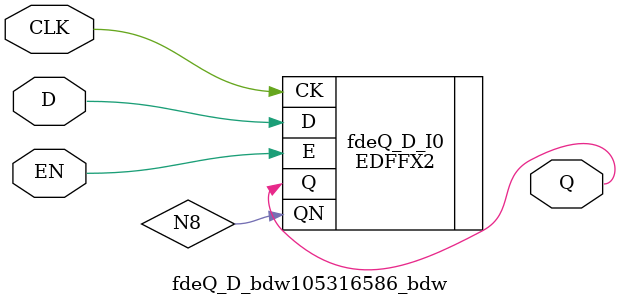
<source format=v>
/*****************************************************************************
    Verilog Hierarchical Gate Level Netlist
    
    Configured at: 22:37:46 KST (+0900), Thursday 31 December 2020
    Configured on: design1
    Configured by: hanji ()
    
    Created by: CellMath Designer 2019.1.01 
*******************************************************************************/
/*****************************************************************************
    Technology library details
    
    name: slow_vdd1v2
    file name(s):
            /usr/cadence/installs/Stratus/tools.lnx86/cellmath/libs/generic.lbf
            /usr/cadence/installs/Stratus/tools.lnx86/cellmath/libs/gencount.lbf
            /usr/cadence/installs/Stratus/share/stratus/techlibs/GPDK045/gsclib045_svt_v4.4/gsclib045/timing/slow_vdd1v2_basicCells.lib
    No wireload model
    op condition: PVT_1P08V_125C
*****************************************************************************/

module fp_add_cynw_cm_float_add2_ieee_E8_M23_1_0 (
	a_sign,
	a_exp,
	a_man,
	b_sign,
	b_exp,
	b_man,
	rm,
	x,
	aclk,
	astall
	); /* architecture "gate_level" */ 
input  a_sign;
input [7:0] a_exp;
input [22:0] a_man;
input  b_sign;
input [7:0] b_exp;
input [22:0] b_man;
input [2:0] rm;
output [31:0] x;
input  aclk;
input  astall;
wire  bdw_enable;
wire [31:0] fp_add_cynw_cm_float_add2_ieee_E8_M23_0_inst_x;
wire  fp_add_cynw_cm_float_add2_ieee_E8_M23_0_inst_inst_cellmath__4,
	fp_add_cynw_cm_float_add2_ieee_E8_M23_0_inst_inst_cellmath__5,
	fp_add_cynw_cm_float_add2_ieee_E8_M23_0_inst_inst_cellmath__6,
	fp_add_cynw_cm_float_add2_ieee_E8_M23_0_inst_inst_cellmath__8,
	fp_add_cynw_cm_float_add2_ieee_E8_M23_0_inst_inst_cellmath__9,
	fp_add_cynw_cm_float_add2_ieee_E8_M23_0_inst_inst_cellmath__10,
	fp_add_cynw_cm_float_add2_ieee_E8_M23_0_inst_inst_cellmath__11,
	fp_add_cynw_cm_float_add2_ieee_E8_M23_0_inst_inst_cellmath__12,
	fp_add_cynw_cm_float_add2_ieee_E8_M23_0_inst_inst_cellmath__13,
	fp_add_cynw_cm_float_add2_ieee_E8_M23_0_inst_inst_cellmath__14,
	fp_add_cynw_cm_float_add2_ieee_E8_M23_0_inst_inst_cellmath__15,
	fp_add_cynw_cm_float_add2_ieee_E8_M23_0_inst_inst_cellmath__16,
	fp_add_cynw_cm_float_add2_ieee_E8_M23_0_inst_inst_cellmath__17,
	fp_add_cynw_cm_float_add2_ieee_E8_M23_0_inst_inst_cellmath__18;
wire [8:0] fp_add_cynw_cm_float_add2_ieee_E8_M23_0_inst_inst_cellmath__27;
wire [7:0] fp_add_cynw_cm_float_add2_ieee_E8_M23_0_inst_inst_cellmath__29;
wire  fp_add_cynw_cm_float_add2_ieee_E8_M23_0_inst_inst_cellmath__30;
wire [49:0] fp_add_cynw_cm_float_add2_ieee_E8_M23_0_inst_inst_cellmath__33;
wire [7:0] fp_add_cynw_cm_float_add2_ieee_E8_M23_0_inst_inst_cellmath__35;
wire [49:0] fp_add_cynw_cm_float_add2_ieee_E8_M23_0_inst_inst_cellmath__36,
	fp_add_cynw_cm_float_add2_ieee_E8_M23_0_inst_inst_cellmath__37;
wire [25:0] fp_add_cynw_cm_float_add2_ieee_E8_M23_0_inst_inst_cellmath__39;
wire  fp_add_cynw_cm_float_add2_ieee_E8_M23_0_inst_inst_cellmath__43,
	fp_add_cynw_cm_float_add2_ieee_E8_M23_0_inst_inst_cellmath__44;
wire [26:0] fp_add_cynw_cm_float_add2_ieee_E8_M23_0_inst_inst_cellmath__45;
wire  fp_add_cynw_cm_float_add2_ieee_E8_M23_0_inst_inst_cellmath__48;
wire [5:0] fp_add_cynw_cm_float_add2_ieee_E8_M23_0_inst_inst_cellmath__49;
wire [24:0] fp_add_cynw_cm_float_add2_ieee_E8_M23_0_inst_inst_cellmath__50;
wire  fp_add_cynw_cm_float_add2_ieee_E8_M23_0_inst_inst_cellmath__53,
	fp_add_cynw_cm_float_add2_ieee_E8_M23_0_inst_inst_cellmath__54,
	fp_add_cynw_cm_float_add2_ieee_E8_M23_0_inst_inst_cellmath__55;
wire [23:0] fp_add_cynw_cm_float_add2_ieee_E8_M23_0_inst_inst_cellmath__57;
wire [9:0] fp_add_cynw_cm_float_add2_ieee_E8_M23_0_inst_inst_cellmath__59;
wire  fp_add_cynw_cm_float_add2_ieee_E8_M23_0_inst_inst_cellmath__62,
	fp_add_cynw_cm_float_add2_ieee_E8_M23_0_inst_inst_cellmath__63;
wire [22:0] fp_add_cynw_cm_float_add2_ieee_E8_M23_0_inst_inst_cellmath__64;
wire  fp_add_cynw_cm_float_add2_ieee_E8_M23_0_inst_inst_cellmath__66;
wire [7:0] fp_add_cynw_cm_float_add2_ieee_E8_M23_0_inst_inst_cellmath__68;
wire  fp_add_cynw_cm_float_add2_ieee_E8_M23_0_inst_inst_cellmath__70,
	fp_add_cynw_cm_float_add2_ieee_E8_M23_0_inst_inst_cellmath__71,
	fp_add_cynw_cm_float_add2_ieee_E8_M23_0_inst_N556,
	fp_add_cynw_cm_float_add2_ieee_E8_M23_0_inst_N557,
	fp_add_cynw_cm_float_add2_ieee_E8_M23_0_inst_N558,
	fp_add_cynw_cm_float_add2_ieee_E8_M23_0_inst_N559,
	fp_add_cynw_cm_float_add2_ieee_E8_M23_0_inst_N560,
	fp_add_cynw_cm_float_add2_ieee_E8_M23_0_inst_N561,
	fp_add_cynw_cm_float_add2_ieee_E8_M23_0_inst_N562,
	fp_add_cynw_cm_float_add2_ieee_E8_M23_0_inst_N563,
	fp_add_cynw_cm_float_add2_ieee_E8_M23_0_inst_N565,
	fp_add_cynw_cm_float_add2_ieee_E8_M23_0_inst_N566,
	fp_add_cynw_cm_float_add2_ieee_E8_M23_0_inst_N567,
	fp_add_cynw_cm_float_add2_ieee_E8_M23_0_inst_N569,
	fp_add_cynw_cm_float_add2_ieee_E8_M23_0_inst_N570,
	fp_add_cynw_cm_float_add2_ieee_E8_M23_0_inst_N571,
	fp_add_cynw_cm_float_add2_ieee_E8_M23_0_inst_N572,
	fp_add_cynw_cm_float_add2_ieee_E8_M23_0_inst_N573,
	fp_add_cynw_cm_float_add2_ieee_E8_M23_0_inst_N626,
	fp_add_cynw_cm_float_add2_ieee_E8_M23_0_inst_N627,
	fp_add_cynw_cm_float_add2_ieee_E8_M23_0_inst_N634,
	fp_add_cynw_cm_float_add2_ieee_E8_M23_0_inst_N635,
	fp_add_cynw_cm_float_add2_ieee_E8_M23_0_inst_N639,
	fp_add_cynw_cm_float_add2_ieee_E8_M23_0_inst_N642,
	fp_add_cynw_cm_float_add2_ieee_E8_M23_0_inst_N645,
	fp_add_cynw_cm_float_add2_ieee_E8_M23_0_inst_N651,
	fp_add_cynw_cm_float_add2_ieee_E8_M23_0_inst_N652,
	fp_add_cynw_cm_float_add2_ieee_E8_M23_0_inst_N655,
	fp_add_cynw_cm_float_add2_ieee_E8_M23_0_inst_N656,
	fp_add_cynw_cm_float_add2_ieee_E8_M23_0_inst_N657,
	fp_add_cynw_cm_float_add2_ieee_E8_M23_0_inst_N658,
	fp_add_cynw_cm_float_add2_ieee_E8_M23_0_inst_N659,
	fp_add_cynw_cm_float_add2_ieee_E8_M23_0_inst_N660,
	fp_add_cynw_cm_float_add2_ieee_E8_M23_0_inst_N661,
	fp_add_cynw_cm_float_add2_ieee_E8_M23_0_inst_N662,
	fp_add_cynw_cm_float_add2_ieee_E8_M23_0_inst_N663,
	fp_add_cynw_cm_float_add2_ieee_E8_M23_0_inst_N664,
	fp_add_cynw_cm_float_add2_ieee_E8_M23_0_inst_N665,
	fp_add_cynw_cm_float_add2_ieee_E8_M23_0_inst_N666,
	fp_add_cynw_cm_float_add2_ieee_E8_M23_0_inst_N667,
	fp_add_cynw_cm_float_add2_ieee_E8_M23_0_inst_N668,
	fp_add_cynw_cm_float_add2_ieee_E8_M23_0_inst_N669,
	fp_add_cynw_cm_float_add2_ieee_E8_M23_0_inst_N671,
	fp_add_cynw_cm_float_add2_ieee_E8_M23_0_inst_N672,
	fp_add_cynw_cm_float_add2_ieee_E8_M23_0_inst_N673,
	fp_add_cynw_cm_float_add2_ieee_E8_M23_0_inst_N674,
	fp_add_cynw_cm_float_add2_ieee_E8_M23_0_inst_N675,
	fp_add_cynw_cm_float_add2_ieee_E8_M23_0_inst_N676,
	fp_add_cynw_cm_float_add2_ieee_E8_M23_0_inst_N677,
	fp_add_cynw_cm_float_add2_ieee_E8_M23_0_inst_N706,
	fp_add_cynw_cm_float_add2_ieee_E8_M23_0_inst_N710,
	fp_add_cynw_cm_float_add2_ieee_E8_M23_0_inst_N1693,
	fp_add_cynw_cm_float_add2_ieee_E8_M23_0_inst_N2855,
	fp_add_cynw_cm_float_add2_ieee_E8_M23_0_inst_N4309,
	fp_add_cynw_cm_float_add2_ieee_E8_M23_0_inst_N4317,
	fp_add_cynw_cm_float_add2_ieee_E8_M23_0_inst_N4321,
	fp_add_cynw_cm_float_add2_ieee_E8_M23_0_inst_N4338,
	fp_add_cynw_cm_float_add2_ieee_E8_M23_0_inst_N4340,
	fp_add_cynw_cm_float_add2_ieee_E8_M23_0_inst_N4346,
	fp_add_cynw_cm_float_add2_ieee_E8_M23_0_inst_N4352,
	fp_add_cynw_cm_float_add2_ieee_E8_M23_0_inst_N4354,
	fp_add_cynw_cm_float_add2_ieee_E8_M23_0_inst_N4357,
	fp_add_cynw_cm_float_add2_ieee_E8_M23_0_inst_N4369,
	fp_add_cynw_cm_float_add2_ieee_E8_M23_0_inst_N4373,
	fp_add_cynw_cm_float_add2_ieee_E8_M23_0_inst_N4377,
	fp_add_cynw_cm_float_add2_ieee_E8_M23_0_inst_N4379,
	fp_add_cynw_cm_float_add2_ieee_E8_M23_0_inst_N4412,
	fp_add_cynw_cm_float_add2_ieee_E8_M23_0_inst_N4416,
	fp_add_cynw_cm_float_add2_ieee_E8_M23_0_inst_N4433,
	fp_add_cynw_cm_float_add2_ieee_E8_M23_0_inst_N4437,
	fp_add_cynw_cm_float_add2_ieee_E8_M23_0_inst_N4447,
	fp_add_cynw_cm_float_add2_ieee_E8_M23_0_inst_N4454,
	fp_add_cynw_cm_float_add2_ieee_E8_M23_0_inst_N4462,
	fp_add_cynw_cm_float_add2_ieee_E8_M23_0_inst_N4464,
	fp_add_cynw_cm_float_add2_ieee_E8_M23_0_inst_N4468,
	fp_add_cynw_cm_float_add2_ieee_E8_M23_0_inst_N4474,
	fp_add_cynw_cm_float_add2_ieee_E8_M23_0_inst_N4525,
	fp_add_cynw_cm_float_add2_ieee_E8_M23_0_inst_N4581,
	fp_add_cynw_cm_float_add2_ieee_E8_M23_0_inst_N4582,
	fp_add_cynw_cm_float_add2_ieee_E8_M23_0_inst_N4591,
	fp_add_cynw_cm_float_add2_ieee_E8_M23_0_inst_N4592,
	fp_add_cynw_cm_float_add2_ieee_E8_M23_0_inst_N4594,
	fp_add_cynw_cm_float_add2_ieee_E8_M23_0_inst_N4595,
	fp_add_cynw_cm_float_add2_ieee_E8_M23_0_inst_N4596,
	fp_add_cynw_cm_float_add2_ieee_E8_M23_0_inst_N4598,
	fp_add_cynw_cm_float_add2_ieee_E8_M23_0_inst_N4601,
	fp_add_cynw_cm_float_add2_ieee_E8_M23_0_inst_N4602,
	fp_add_cynw_cm_float_add2_ieee_E8_M23_0_inst_N4603,
	fp_add_cynw_cm_float_add2_ieee_E8_M23_0_inst_N4606,
	fp_add_cynw_cm_float_add2_ieee_E8_M23_0_inst_N4607,
	fp_add_cynw_cm_float_add2_ieee_E8_M23_0_inst_N4609,
	fp_add_cynw_cm_float_add2_ieee_E8_M23_0_inst_N4610,
	fp_add_cynw_cm_float_add2_ieee_E8_M23_0_inst_N4611,
	fp_add_cynw_cm_float_add2_ieee_E8_M23_0_inst_N4613,
	fp_add_cynw_cm_float_add2_ieee_E8_M23_0_inst_N4614,
	fp_add_cynw_cm_float_add2_ieee_E8_M23_0_inst_N4615,
	fp_add_cynw_cm_float_add2_ieee_E8_M23_0_inst_N4617,
	fp_add_cynw_cm_float_add2_ieee_E8_M23_0_inst_N4619,
	fp_add_cynw_cm_float_add2_ieee_E8_M23_0_inst_N4621,
	fp_add_cynw_cm_float_add2_ieee_E8_M23_0_inst_N4623,
	fp_add_cynw_cm_float_add2_ieee_E8_M23_0_inst_N4624,
	fp_add_cynw_cm_float_add2_ieee_E8_M23_0_inst_N4625,
	fp_add_cynw_cm_float_add2_ieee_E8_M23_0_inst_N4626,
	fp_add_cynw_cm_float_add2_ieee_E8_M23_0_inst_N4627,
	fp_add_cynw_cm_float_add2_ieee_E8_M23_0_inst_N4630,
	fp_add_cynw_cm_float_add2_ieee_E8_M23_0_inst_N4631,
	fp_add_cynw_cm_float_add2_ieee_E8_M23_0_inst_N4634,
	fp_add_cynw_cm_float_add2_ieee_E8_M23_0_inst_N4635,
	fp_add_cynw_cm_float_add2_ieee_E8_M23_0_inst_N4637,
	fp_add_cynw_cm_float_add2_ieee_E8_M23_0_inst_N4638,
	fp_add_cynw_cm_float_add2_ieee_E8_M23_0_inst_N4640,
	fp_add_cynw_cm_float_add2_ieee_E8_M23_0_inst_N4641,
	fp_add_cynw_cm_float_add2_ieee_E8_M23_0_inst_N4643,
	fp_add_cynw_cm_float_add2_ieee_E8_M23_0_inst_N4645,
	fp_add_cynw_cm_float_add2_ieee_E8_M23_0_inst_N4647,
	fp_add_cynw_cm_float_add2_ieee_E8_M23_0_inst_N4648,
	fp_add_cynw_cm_float_add2_ieee_E8_M23_0_inst_N4649,
	fp_add_cynw_cm_float_add2_ieee_E8_M23_0_inst_N4650,
	fp_add_cynw_cm_float_add2_ieee_E8_M23_0_inst_N4654,
	fp_add_cynw_cm_float_add2_ieee_E8_M23_0_inst_N4656,
	fp_add_cynw_cm_float_add2_ieee_E8_M23_0_inst_N4658,
	fp_add_cynw_cm_float_add2_ieee_E8_M23_0_inst_N4659,
	fp_add_cynw_cm_float_add2_ieee_E8_M23_0_inst_N4661,
	fp_add_cynw_cm_float_add2_ieee_E8_M23_0_inst_N4662,
	fp_add_cynw_cm_float_add2_ieee_E8_M23_0_inst_N4664,
	fp_add_cynw_cm_float_add2_ieee_E8_M23_0_inst_N4665,
	fp_add_cynw_cm_float_add2_ieee_E8_M23_0_inst_N4666,
	fp_add_cynw_cm_float_add2_ieee_E8_M23_0_inst_N4667,
	fp_add_cynw_cm_float_add2_ieee_E8_M23_0_inst_N4668,
	fp_add_cynw_cm_float_add2_ieee_E8_M23_0_inst_N4671,
	fp_add_cynw_cm_float_add2_ieee_E8_M23_0_inst_N4673,
	fp_add_cynw_cm_float_add2_ieee_E8_M23_0_inst_N4674,
	fp_add_cynw_cm_float_add2_ieee_E8_M23_0_inst_N4676,
	fp_add_cynw_cm_float_add2_ieee_E8_M23_0_inst_N4677,
	fp_add_cynw_cm_float_add2_ieee_E8_M23_0_inst_N4678,
	fp_add_cynw_cm_float_add2_ieee_E8_M23_0_inst_N4680,
	fp_add_cynw_cm_float_add2_ieee_E8_M23_0_inst_N4682,
	fp_add_cynw_cm_float_add2_ieee_E8_M23_0_inst_N4684,
	fp_add_cynw_cm_float_add2_ieee_E8_M23_0_inst_N4685,
	fp_add_cynw_cm_float_add2_ieee_E8_M23_0_inst_N4687,
	fp_add_cynw_cm_float_add2_ieee_E8_M23_0_inst_N4688,
	fp_add_cynw_cm_float_add2_ieee_E8_M23_0_inst_N4690,
	fp_add_cynw_cm_float_add2_ieee_E8_M23_0_inst_N4692,
	fp_add_cynw_cm_float_add2_ieee_E8_M23_0_inst_N4695,
	fp_add_cynw_cm_float_add2_ieee_E8_M23_0_inst_N4697,
	fp_add_cynw_cm_float_add2_ieee_E8_M23_0_inst_N4789,
	fp_add_cynw_cm_float_add2_ieee_E8_M23_0_inst_N4790,
	fp_add_cynw_cm_float_add2_ieee_E8_M23_0_inst_N4791,
	fp_add_cynw_cm_float_add2_ieee_E8_M23_0_inst_N4792,
	fp_add_cynw_cm_float_add2_ieee_E8_M23_0_inst_N4794,
	fp_add_cynw_cm_float_add2_ieee_E8_M23_0_inst_N4796,
	fp_add_cynw_cm_float_add2_ieee_E8_M23_0_inst_N4799,
	fp_add_cynw_cm_float_add2_ieee_E8_M23_0_inst_N4800,
	fp_add_cynw_cm_float_add2_ieee_E8_M23_0_inst_N4801,
	fp_add_cynw_cm_float_add2_ieee_E8_M23_0_inst_N4802,
	fp_add_cynw_cm_float_add2_ieee_E8_M23_0_inst_N4805,
	fp_add_cynw_cm_float_add2_ieee_E8_M23_0_inst_N4806,
	fp_add_cynw_cm_float_add2_ieee_E8_M23_0_inst_N4807,
	fp_add_cynw_cm_float_add2_ieee_E8_M23_0_inst_N4809,
	fp_add_cynw_cm_float_add2_ieee_E8_M23_0_inst_N4810,
	fp_add_cynw_cm_float_add2_ieee_E8_M23_0_inst_N4812,
	fp_add_cynw_cm_float_add2_ieee_E8_M23_0_inst_N4814,
	fp_add_cynw_cm_float_add2_ieee_E8_M23_0_inst_N4816,
	fp_add_cynw_cm_float_add2_ieee_E8_M23_0_inst_N4817,
	fp_add_cynw_cm_float_add2_ieee_E8_M23_0_inst_N4818,
	fp_add_cynw_cm_float_add2_ieee_E8_M23_0_inst_N4819,
	fp_add_cynw_cm_float_add2_ieee_E8_M23_0_inst_N4820,
	fp_add_cynw_cm_float_add2_ieee_E8_M23_0_inst_N4822,
	fp_add_cynw_cm_float_add2_ieee_E8_M23_0_inst_N4823,
	fp_add_cynw_cm_float_add2_ieee_E8_M23_0_inst_N4824,
	fp_add_cynw_cm_float_add2_ieee_E8_M23_0_inst_N4825,
	fp_add_cynw_cm_float_add2_ieee_E8_M23_0_inst_N4828,
	fp_add_cynw_cm_float_add2_ieee_E8_M23_0_inst_N4829,
	fp_add_cynw_cm_float_add2_ieee_E8_M23_0_inst_N4830,
	fp_add_cynw_cm_float_add2_ieee_E8_M23_0_inst_N4832,
	fp_add_cynw_cm_float_add2_ieee_E8_M23_0_inst_N4835,
	fp_add_cynw_cm_float_add2_ieee_E8_M23_0_inst_N4836,
	fp_add_cynw_cm_float_add2_ieee_E8_M23_0_inst_N4837,
	fp_add_cynw_cm_float_add2_ieee_E8_M23_0_inst_N4839,
	fp_add_cynw_cm_float_add2_ieee_E8_M23_0_inst_N4840,
	fp_add_cynw_cm_float_add2_ieee_E8_M23_0_inst_N4841,
	fp_add_cynw_cm_float_add2_ieee_E8_M23_0_inst_N4843,
	fp_add_cynw_cm_float_add2_ieee_E8_M23_0_inst_N4845,
	fp_add_cynw_cm_float_add2_ieee_E8_M23_0_inst_N4846,
	fp_add_cynw_cm_float_add2_ieee_E8_M23_0_inst_N4847,
	fp_add_cynw_cm_float_add2_ieee_E8_M23_0_inst_N4848,
	fp_add_cynw_cm_float_add2_ieee_E8_M23_0_inst_N4851,
	fp_add_cynw_cm_float_add2_ieee_E8_M23_0_inst_N4853,
	fp_add_cynw_cm_float_add2_ieee_E8_M23_0_inst_N4854,
	fp_add_cynw_cm_float_add2_ieee_E8_M23_0_inst_N4856,
	fp_add_cynw_cm_float_add2_ieee_E8_M23_0_inst_N4857,
	fp_add_cynw_cm_float_add2_ieee_E8_M23_0_inst_N4859,
	fp_add_cynw_cm_float_add2_ieee_E8_M23_0_inst_N4861,
	fp_add_cynw_cm_float_add2_ieee_E8_M23_0_inst_N4863,
	fp_add_cynw_cm_float_add2_ieee_E8_M23_0_inst_N4864,
	fp_add_cynw_cm_float_add2_ieee_E8_M23_0_inst_N4865,
	fp_add_cynw_cm_float_add2_ieee_E8_M23_0_inst_N4866,
	fp_add_cynw_cm_float_add2_ieee_E8_M23_0_inst_N4868,
	fp_add_cynw_cm_float_add2_ieee_E8_M23_0_inst_N4869,
	fp_add_cynw_cm_float_add2_ieee_E8_M23_0_inst_N4871,
	fp_add_cynw_cm_float_add2_ieee_E8_M23_0_inst_N4873,
	fp_add_cynw_cm_float_add2_ieee_E8_M23_0_inst_N4874,
	fp_add_cynw_cm_float_add2_ieee_E8_M23_0_inst_N4875,
	fp_add_cynw_cm_float_add2_ieee_E8_M23_0_inst_N4876,
	fp_add_cynw_cm_float_add2_ieee_E8_M23_0_inst_N4878,
	fp_add_cynw_cm_float_add2_ieee_E8_M23_0_inst_N4880,
	fp_add_cynw_cm_float_add2_ieee_E8_M23_0_inst_N4881,
	fp_add_cynw_cm_float_add2_ieee_E8_M23_0_inst_N4882,
	fp_add_cynw_cm_float_add2_ieee_E8_M23_0_inst_N4884,
	fp_add_cynw_cm_float_add2_ieee_E8_M23_0_inst_N4888,
	fp_add_cynw_cm_float_add2_ieee_E8_M23_0_inst_N4889,
	fp_add_cynw_cm_float_add2_ieee_E8_M23_0_inst_N4890,
	fp_add_cynw_cm_float_add2_ieee_E8_M23_0_inst_N4891,
	fp_add_cynw_cm_float_add2_ieee_E8_M23_0_inst_N4892,
	fp_add_cynw_cm_float_add2_ieee_E8_M23_0_inst_N4893,
	fp_add_cynw_cm_float_add2_ieee_E8_M23_0_inst_N4894,
	fp_add_cynw_cm_float_add2_ieee_E8_M23_0_inst_N4897,
	fp_add_cynw_cm_float_add2_ieee_E8_M23_0_inst_N4898,
	fp_add_cynw_cm_float_add2_ieee_E8_M23_0_inst_N4899,
	fp_add_cynw_cm_float_add2_ieee_E8_M23_0_inst_N4901,
	fp_add_cynw_cm_float_add2_ieee_E8_M23_0_inst_N4903,
	fp_add_cynw_cm_float_add2_ieee_E8_M23_0_inst_N4904,
	fp_add_cynw_cm_float_add2_ieee_E8_M23_0_inst_N4906,
	fp_add_cynw_cm_float_add2_ieee_E8_M23_0_inst_N4908,
	fp_add_cynw_cm_float_add2_ieee_E8_M23_0_inst_N4910,
	fp_add_cynw_cm_float_add2_ieee_E8_M23_0_inst_N4911,
	fp_add_cynw_cm_float_add2_ieee_E8_M23_0_inst_N4912,
	fp_add_cynw_cm_float_add2_ieee_E8_M23_0_inst_N4914,
	fp_add_cynw_cm_float_add2_ieee_E8_M23_0_inst_N4915,
	fp_add_cynw_cm_float_add2_ieee_E8_M23_0_inst_N4917,
	fp_add_cynw_cm_float_add2_ieee_E8_M23_0_inst_N4919,
	fp_add_cynw_cm_float_add2_ieee_E8_M23_0_inst_N4921,
	fp_add_cynw_cm_float_add2_ieee_E8_M23_0_inst_N4922,
	fp_add_cynw_cm_float_add2_ieee_E8_M23_0_inst_N4923,
	fp_add_cynw_cm_float_add2_ieee_E8_M23_0_inst_N4924,
	fp_add_cynw_cm_float_add2_ieee_E8_M23_0_inst_N4926,
	fp_add_cynw_cm_float_add2_ieee_E8_M23_0_inst_N4927,
	fp_add_cynw_cm_float_add2_ieee_E8_M23_0_inst_N4928,
	fp_add_cynw_cm_float_add2_ieee_E8_M23_0_inst_N4929,
	fp_add_cynw_cm_float_add2_ieee_E8_M23_0_inst_N4931,
	fp_add_cynw_cm_float_add2_ieee_E8_M23_0_inst_N4933,
	fp_add_cynw_cm_float_add2_ieee_E8_M23_0_inst_N4934,
	fp_add_cynw_cm_float_add2_ieee_E8_M23_0_inst_N4935,
	fp_add_cynw_cm_float_add2_ieee_E8_M23_0_inst_N4938,
	fp_add_cynw_cm_float_add2_ieee_E8_M23_0_inst_N5094,
	fp_add_cynw_cm_float_add2_ieee_E8_M23_0_inst_N5114,
	fp_add_cynw_cm_float_add2_ieee_E8_M23_0_inst_N5119,
	fp_add_cynw_cm_float_add2_ieee_E8_M23_0_inst_N5123,
	fp_add_cynw_cm_float_add2_ieee_E8_M23_0_inst_N5141,
	fp_add_cynw_cm_float_add2_ieee_E8_M23_0_inst_N5148,
	fp_add_cynw_cm_float_add2_ieee_E8_M23_0_inst_N5153,
	fp_add_cynw_cm_float_add2_ieee_E8_M23_0_inst_N5164,
	fp_add_cynw_cm_float_add2_ieee_E8_M23_0_inst_N5168,
	fp_add_cynw_cm_float_add2_ieee_E8_M23_0_inst_N5175,
	fp_add_cynw_cm_float_add2_ieee_E8_M23_0_inst_N5180,
	fp_add_cynw_cm_float_add2_ieee_E8_M23_0_inst_N5184,
	fp_add_cynw_cm_float_add2_ieee_E8_M23_0_inst_N5191,
	fp_add_cynw_cm_float_add2_ieee_E8_M23_0_inst_N5195,
	fp_add_cynw_cm_float_add2_ieee_E8_M23_0_inst_N5201,
	fp_add_cynw_cm_float_add2_ieee_E8_M23_0_inst_N5206,
	fp_add_cynw_cm_float_add2_ieee_E8_M23_0_inst_N5210,
	fp_add_cynw_cm_float_add2_ieee_E8_M23_0_inst_N5217,
	fp_add_cynw_cm_float_add2_ieee_E8_M23_0_inst_N5222,
	fp_add_cynw_cm_float_add2_ieee_E8_M23_0_inst_N5224,
	fp_add_cynw_cm_float_add2_ieee_E8_M23_0_inst_N5233,
	fp_add_cynw_cm_float_add2_ieee_E8_M23_0_inst_N5237,
	fp_add_cynw_cm_float_add2_ieee_E8_M23_0_inst_N5244,
	fp_add_cynw_cm_float_add2_ieee_E8_M23_0_inst_N5249,
	fp_add_cynw_cm_float_add2_ieee_E8_M23_0_inst_N5253,
	fp_add_cynw_cm_float_add2_ieee_E8_M23_0_inst_N5259,
	fp_add_cynw_cm_float_add2_ieee_E8_M23_0_inst_N5336,
	fp_add_cynw_cm_float_add2_ieee_E8_M23_0_inst_N5338,
	fp_add_cynw_cm_float_add2_ieee_E8_M23_0_inst_N5340,
	fp_add_cynw_cm_float_add2_ieee_E8_M23_0_inst_N5342,
	fp_add_cynw_cm_float_add2_ieee_E8_M23_0_inst_N5345,
	fp_add_cynw_cm_float_add2_ieee_E8_M23_0_inst_N5346,
	fp_add_cynw_cm_float_add2_ieee_E8_M23_0_inst_N5347,
	fp_add_cynw_cm_float_add2_ieee_E8_M23_0_inst_N5348,
	fp_add_cynw_cm_float_add2_ieee_E8_M23_0_inst_N5350,
	fp_add_cynw_cm_float_add2_ieee_E8_M23_0_inst_N5352,
	fp_add_cynw_cm_float_add2_ieee_E8_M23_0_inst_N5355,
	fp_add_cynw_cm_float_add2_ieee_E8_M23_0_inst_N5357,
	fp_add_cynw_cm_float_add2_ieee_E8_M23_0_inst_N5359,
	fp_add_cynw_cm_float_add2_ieee_E8_M23_0_inst_N5360,
	fp_add_cynw_cm_float_add2_ieee_E8_M23_0_inst_N5362,
	fp_add_cynw_cm_float_add2_ieee_E8_M23_0_inst_N5363,
	fp_add_cynw_cm_float_add2_ieee_E8_M23_0_inst_N5365,
	fp_add_cynw_cm_float_add2_ieee_E8_M23_0_inst_N5366,
	fp_add_cynw_cm_float_add2_ieee_E8_M23_0_inst_N5367,
	fp_add_cynw_cm_float_add2_ieee_E8_M23_0_inst_N5372,
	fp_add_cynw_cm_float_add2_ieee_E8_M23_0_inst_N5373,
	fp_add_cynw_cm_float_add2_ieee_E8_M23_0_inst_N5375,
	fp_add_cynw_cm_float_add2_ieee_E8_M23_0_inst_N5376,
	fp_add_cynw_cm_float_add2_ieee_E8_M23_0_inst_N5377,
	fp_add_cynw_cm_float_add2_ieee_E8_M23_0_inst_N5379,
	fp_add_cynw_cm_float_add2_ieee_E8_M23_0_inst_N5382,
	fp_add_cynw_cm_float_add2_ieee_E8_M23_0_inst_N5383,
	fp_add_cynw_cm_float_add2_ieee_E8_M23_0_inst_N5385,
	fp_add_cynw_cm_float_add2_ieee_E8_M23_0_inst_N5387,
	fp_add_cynw_cm_float_add2_ieee_E8_M23_0_inst_N5390,
	fp_add_cynw_cm_float_add2_ieee_E8_M23_0_inst_N5391,
	fp_add_cynw_cm_float_add2_ieee_E8_M23_0_inst_N5394,
	fp_add_cynw_cm_float_add2_ieee_E8_M23_0_inst_N5395,
	fp_add_cynw_cm_float_add2_ieee_E8_M23_0_inst_N5396,
	fp_add_cynw_cm_float_add2_ieee_E8_M23_0_inst_N5397,
	fp_add_cynw_cm_float_add2_ieee_E8_M23_0_inst_N5398,
	fp_add_cynw_cm_float_add2_ieee_E8_M23_0_inst_N5401,
	fp_add_cynw_cm_float_add2_ieee_E8_M23_0_inst_N5405,
	fp_add_cynw_cm_float_add2_ieee_E8_M23_0_inst_N5406,
	fp_add_cynw_cm_float_add2_ieee_E8_M23_0_inst_N5407,
	fp_add_cynw_cm_float_add2_ieee_E8_M23_0_inst_N5409,
	fp_add_cynw_cm_float_add2_ieee_E8_M23_0_inst_N5412,
	fp_add_cynw_cm_float_add2_ieee_E8_M23_0_inst_N5415,
	fp_add_cynw_cm_float_add2_ieee_E8_M23_0_inst_N5416,
	fp_add_cynw_cm_float_add2_ieee_E8_M23_0_inst_N5418,
	fp_add_cynw_cm_float_add2_ieee_E8_M23_0_inst_N5420,
	fp_add_cynw_cm_float_add2_ieee_E8_M23_0_inst_N5423,
	fp_add_cynw_cm_float_add2_ieee_E8_M23_0_inst_N5424,
	fp_add_cynw_cm_float_add2_ieee_E8_M23_0_inst_N5426,
	fp_add_cynw_cm_float_add2_ieee_E8_M23_0_inst_N5428,
	fp_add_cynw_cm_float_add2_ieee_E8_M23_0_inst_N5429,
	fp_add_cynw_cm_float_add2_ieee_E8_M23_0_inst_N5431,
	fp_add_cynw_cm_float_add2_ieee_E8_M23_0_inst_N5434,
	fp_add_cynw_cm_float_add2_ieee_E8_M23_0_inst_N5436,
	fp_add_cynw_cm_float_add2_ieee_E8_M23_0_inst_N5438,
	fp_add_cynw_cm_float_add2_ieee_E8_M23_0_inst_N5440,
	fp_add_cynw_cm_float_add2_ieee_E8_M23_0_inst_N5441,
	fp_add_cynw_cm_float_add2_ieee_E8_M23_0_inst_N5443,
	fp_add_cynw_cm_float_add2_ieee_E8_M23_0_inst_N5445,
	fp_add_cynw_cm_float_add2_ieee_E8_M23_0_inst_N5447,
	fp_add_cynw_cm_float_add2_ieee_E8_M23_0_inst_N5450,
	fp_add_cynw_cm_float_add2_ieee_E8_M23_0_inst_N5452,
	fp_add_cynw_cm_float_add2_ieee_E8_M23_0_inst_N5454,
	fp_add_cynw_cm_float_add2_ieee_E8_M23_0_inst_N5458,
	fp_add_cynw_cm_float_add2_ieee_E8_M23_0_inst_N5459,
	fp_add_cynw_cm_float_add2_ieee_E8_M23_0_inst_N5461,
	fp_add_cynw_cm_float_add2_ieee_E8_M23_0_inst_N5464,
	fp_add_cynw_cm_float_add2_ieee_E8_M23_0_inst_N5467,
	fp_add_cynw_cm_float_add2_ieee_E8_M23_0_inst_N5468,
	fp_add_cynw_cm_float_add2_ieee_E8_M23_0_inst_N5470,
	fp_add_cynw_cm_float_add2_ieee_E8_M23_0_inst_N5471,
	fp_add_cynw_cm_float_add2_ieee_E8_M23_0_inst_N5473,
	fp_add_cynw_cm_float_add2_ieee_E8_M23_0_inst_N5474,
	fp_add_cynw_cm_float_add2_ieee_E8_M23_0_inst_N5479,
	fp_add_cynw_cm_float_add2_ieee_E8_M23_0_inst_N5480,
	fp_add_cynw_cm_float_add2_ieee_E8_M23_0_inst_N5482,
	fp_add_cynw_cm_float_add2_ieee_E8_M23_0_inst_N5485,
	fp_add_cynw_cm_float_add2_ieee_E8_M23_0_inst_N5486,
	fp_add_cynw_cm_float_add2_ieee_E8_M23_0_inst_N5489,
	fp_add_cynw_cm_float_add2_ieee_E8_M23_0_inst_N5490,
	fp_add_cynw_cm_float_add2_ieee_E8_M23_0_inst_N5492,
	fp_add_cynw_cm_float_add2_ieee_E8_M23_0_inst_N5495,
	fp_add_cynw_cm_float_add2_ieee_E8_M23_0_inst_N5496,
	fp_add_cynw_cm_float_add2_ieee_E8_M23_0_inst_N5498,
	fp_add_cynw_cm_float_add2_ieee_E8_M23_0_inst_N5499,
	fp_add_cynw_cm_float_add2_ieee_E8_M23_0_inst_N5501,
	fp_add_cynw_cm_float_add2_ieee_E8_M23_0_inst_N5503,
	fp_add_cynw_cm_float_add2_ieee_E8_M23_0_inst_N5504,
	fp_add_cynw_cm_float_add2_ieee_E8_M23_0_inst_N5505,
	fp_add_cynw_cm_float_add2_ieee_E8_M23_0_inst_N5506,
	fp_add_cynw_cm_float_add2_ieee_E8_M23_0_inst_N5511,
	fp_add_cynw_cm_float_add2_ieee_E8_M23_0_inst_N5513,
	fp_add_cynw_cm_float_add2_ieee_E8_M23_0_inst_N5515,
	fp_add_cynw_cm_float_add2_ieee_E8_M23_0_inst_N5518,
	fp_add_cynw_cm_float_add2_ieee_E8_M23_0_inst_N5519,
	fp_add_cynw_cm_float_add2_ieee_E8_M23_0_inst_N5521,
	fp_add_cynw_cm_float_add2_ieee_E8_M23_0_inst_N5523,
	fp_add_cynw_cm_float_add2_ieee_E8_M23_0_inst_N5525,
	fp_add_cynw_cm_float_add2_ieee_E8_M23_0_inst_N5527,
	fp_add_cynw_cm_float_add2_ieee_E8_M23_0_inst_N5529,
	fp_add_cynw_cm_float_add2_ieee_E8_M23_0_inst_N5531,
	fp_add_cynw_cm_float_add2_ieee_E8_M23_0_inst_N5534,
	fp_add_cynw_cm_float_add2_ieee_E8_M23_0_inst_N5535,
	fp_add_cynw_cm_float_add2_ieee_E8_M23_0_inst_N5536,
	fp_add_cynw_cm_float_add2_ieee_E8_M23_0_inst_N5538,
	fp_add_cynw_cm_float_add2_ieee_E8_M23_0_inst_N5541,
	fp_add_cynw_cm_float_add2_ieee_E8_M23_0_inst_N5544,
	fp_add_cynw_cm_float_add2_ieee_E8_M23_0_inst_N5545,
	fp_add_cynw_cm_float_add2_ieee_E8_M23_0_inst_N5547,
	fp_add_cynw_cm_float_add2_ieee_E8_M23_0_inst_N5548,
	fp_add_cynw_cm_float_add2_ieee_E8_M23_0_inst_N5551,
	fp_add_cynw_cm_float_add2_ieee_E8_M23_0_inst_N5554,
	fp_add_cynw_cm_float_add2_ieee_E8_M23_0_inst_N5555,
	fp_add_cynw_cm_float_add2_ieee_E8_M23_0_inst_N5558,
	fp_add_cynw_cm_float_add2_ieee_E8_M23_0_inst_N5559,
	fp_add_cynw_cm_float_add2_ieee_E8_M23_0_inst_N5560,
	fp_add_cynw_cm_float_add2_ieee_E8_M23_0_inst_N5562,
	fp_add_cynw_cm_float_add2_ieee_E8_M23_0_inst_N5563,
	fp_add_cynw_cm_float_add2_ieee_E8_M23_0_inst_N5567,
	fp_add_cynw_cm_float_add2_ieee_E8_M23_0_inst_N5568,
	fp_add_cynw_cm_float_add2_ieee_E8_M23_0_inst_N5569,
	fp_add_cynw_cm_float_add2_ieee_E8_M23_0_inst_N5571,
	fp_add_cynw_cm_float_add2_ieee_E8_M23_0_inst_N5574,
	fp_add_cynw_cm_float_add2_ieee_E8_M23_0_inst_N5577,
	fp_add_cynw_cm_float_add2_ieee_E8_M23_0_inst_N5578,
	fp_add_cynw_cm_float_add2_ieee_E8_M23_0_inst_N5579,
	fp_add_cynw_cm_float_add2_ieee_E8_M23_0_inst_N5581,
	fp_add_cynw_cm_float_add2_ieee_E8_M23_0_inst_N5583,
	fp_add_cynw_cm_float_add2_ieee_E8_M23_0_inst_N5837,
	fp_add_cynw_cm_float_add2_ieee_E8_M23_0_inst_N5890,
	fp_add_cynw_cm_float_add2_ieee_E8_M23_0_inst_N5892,
	fp_add_cynw_cm_float_add2_ieee_E8_M23_0_inst_N5894,
	fp_add_cynw_cm_float_add2_ieee_E8_M23_0_inst_N5899,
	fp_add_cynw_cm_float_add2_ieee_E8_M23_0_inst_N5901,
	fp_add_cynw_cm_float_add2_ieee_E8_M23_0_inst_N5905,
	fp_add_cynw_cm_float_add2_ieee_E8_M23_0_inst_N5909,
	fp_add_cynw_cm_float_add2_ieee_E8_M23_0_inst_N5916,
	fp_add_cynw_cm_float_add2_ieee_E8_M23_0_inst_N5919,
	fp_add_cynw_cm_float_add2_ieee_E8_M23_0_inst_N5922,
	fp_add_cynw_cm_float_add2_ieee_E8_M23_0_inst_N5924,
	fp_add_cynw_cm_float_add2_ieee_E8_M23_0_inst_N5926,
	fp_add_cynw_cm_float_add2_ieee_E8_M23_0_inst_N5931,
	fp_add_cynw_cm_float_add2_ieee_E8_M23_0_inst_N5955,
	fp_add_cynw_cm_float_add2_ieee_E8_M23_0_inst_N5967,
	fp_add_cynw_cm_float_add2_ieee_E8_M23_0_inst_N6017,
	fp_add_cynw_cm_float_add2_ieee_E8_M23_0_inst_N6023,
	fp_add_cynw_cm_float_add2_ieee_E8_M23_0_inst_N6154,
	fp_add_cynw_cm_float_add2_ieee_E8_M23_0_inst_N6155,
	fp_add_cynw_cm_float_add2_ieee_E8_M23_0_inst_N6156,
	fp_add_cynw_cm_float_add2_ieee_E8_M23_0_inst_N6158,
	fp_add_cynw_cm_float_add2_ieee_E8_M23_0_inst_N6159,
	fp_add_cynw_cm_float_add2_ieee_E8_M23_0_inst_N6160,
	fp_add_cynw_cm_float_add2_ieee_E8_M23_0_inst_N6161,
	fp_add_cynw_cm_float_add2_ieee_E8_M23_0_inst_N6162,
	fp_add_cynw_cm_float_add2_ieee_E8_M23_0_inst_N6164,
	fp_add_cynw_cm_float_add2_ieee_E8_M23_0_inst_N6165,
	fp_add_cynw_cm_float_add2_ieee_E8_M23_0_inst_N6166,
	fp_add_cynw_cm_float_add2_ieee_E8_M23_0_inst_N6167,
	fp_add_cynw_cm_float_add2_ieee_E8_M23_0_inst_N6168,
	fp_add_cynw_cm_float_add2_ieee_E8_M23_0_inst_N6170,
	fp_add_cynw_cm_float_add2_ieee_E8_M23_0_inst_N6172,
	fp_add_cynw_cm_float_add2_ieee_E8_M23_0_inst_N6173,
	fp_add_cynw_cm_float_add2_ieee_E8_M23_0_inst_N6174,
	fp_add_cynw_cm_float_add2_ieee_E8_M23_0_inst_N6176,
	fp_add_cynw_cm_float_add2_ieee_E8_M23_0_inst_N6177,
	fp_add_cynw_cm_float_add2_ieee_E8_M23_0_inst_N6178,
	fp_add_cynw_cm_float_add2_ieee_E8_M23_0_inst_N6179,
	fp_add_cynw_cm_float_add2_ieee_E8_M23_0_inst_N6180,
	fp_add_cynw_cm_float_add2_ieee_E8_M23_0_inst_N6182,
	fp_add_cynw_cm_float_add2_ieee_E8_M23_0_inst_N6184,
	fp_add_cynw_cm_float_add2_ieee_E8_M23_0_inst_N6185,
	fp_add_cynw_cm_float_add2_ieee_E8_M23_0_inst_N6186,
	fp_add_cynw_cm_float_add2_ieee_E8_M23_0_inst_N6187,
	fp_add_cynw_cm_float_add2_ieee_E8_M23_0_inst_N6188,
	fp_add_cynw_cm_float_add2_ieee_E8_M23_0_inst_N6189,
	fp_add_cynw_cm_float_add2_ieee_E8_M23_0_inst_N6191,
	fp_add_cynw_cm_float_add2_ieee_E8_M23_0_inst_N6192,
	fp_add_cynw_cm_float_add2_ieee_E8_M23_0_inst_N6194,
	fp_add_cynw_cm_float_add2_ieee_E8_M23_0_inst_N6195,
	fp_add_cynw_cm_float_add2_ieee_E8_M23_0_inst_N6197,
	fp_add_cynw_cm_float_add2_ieee_E8_M23_0_inst_N6198,
	fp_add_cynw_cm_float_add2_ieee_E8_M23_0_inst_N6199,
	fp_add_cynw_cm_float_add2_ieee_E8_M23_0_inst_N6200,
	fp_add_cynw_cm_float_add2_ieee_E8_M23_0_inst_N6201,
	fp_add_cynw_cm_float_add2_ieee_E8_M23_0_inst_N6202,
	fp_add_cynw_cm_float_add2_ieee_E8_M23_0_inst_N6204,
	fp_add_cynw_cm_float_add2_ieee_E8_M23_0_inst_N6205,
	fp_add_cynw_cm_float_add2_ieee_E8_M23_0_inst_N6207,
	fp_add_cynw_cm_float_add2_ieee_E8_M23_0_inst_N6208,
	fp_add_cynw_cm_float_add2_ieee_E8_M23_0_inst_N6209,
	fp_add_cynw_cm_float_add2_ieee_E8_M23_0_inst_N6210,
	fp_add_cynw_cm_float_add2_ieee_E8_M23_0_inst_N6211,
	fp_add_cynw_cm_float_add2_ieee_E8_M23_0_inst_N6213,
	fp_add_cynw_cm_float_add2_ieee_E8_M23_0_inst_N6214,
	fp_add_cynw_cm_float_add2_ieee_E8_M23_0_inst_N6215,
	fp_add_cynw_cm_float_add2_ieee_E8_M23_0_inst_N6217,
	fp_add_cynw_cm_float_add2_ieee_E8_M23_0_inst_N6218,
	fp_add_cynw_cm_float_add2_ieee_E8_M23_0_inst_N6220,
	fp_add_cynw_cm_float_add2_ieee_E8_M23_0_inst_N6222,
	fp_add_cynw_cm_float_add2_ieee_E8_M23_0_inst_N6223,
	fp_add_cynw_cm_float_add2_ieee_E8_M23_0_inst_N6225,
	fp_add_cynw_cm_float_add2_ieee_E8_M23_0_inst_N6226,
	fp_add_cynw_cm_float_add2_ieee_E8_M23_0_inst_N6227,
	fp_add_cynw_cm_float_add2_ieee_E8_M23_0_inst_N6228,
	fp_add_cynw_cm_float_add2_ieee_E8_M23_0_inst_N6229,
	fp_add_cynw_cm_float_add2_ieee_E8_M23_0_inst_N6232,
	fp_add_cynw_cm_float_add2_ieee_E8_M23_0_inst_N6233,
	fp_add_cynw_cm_float_add2_ieee_E8_M23_0_inst_N6234,
	fp_add_cynw_cm_float_add2_ieee_E8_M23_0_inst_N6235,
	fp_add_cynw_cm_float_add2_ieee_E8_M23_0_inst_N6236,
	fp_add_cynw_cm_float_add2_ieee_E8_M23_0_inst_N6238,
	fp_add_cynw_cm_float_add2_ieee_E8_M23_0_inst_N6239,
	fp_add_cynw_cm_float_add2_ieee_E8_M23_0_inst_N6240,
	fp_add_cynw_cm_float_add2_ieee_E8_M23_0_inst_N6242,
	fp_add_cynw_cm_float_add2_ieee_E8_M23_0_inst_N6244,
	fp_add_cynw_cm_float_add2_ieee_E8_M23_0_inst_N6245,
	fp_add_cynw_cm_float_add2_ieee_E8_M23_0_inst_N6247,
	fp_add_cynw_cm_float_add2_ieee_E8_M23_0_inst_N6248,
	fp_add_cynw_cm_float_add2_ieee_E8_M23_0_inst_N6249,
	fp_add_cynw_cm_float_add2_ieee_E8_M23_0_inst_N6250,
	fp_add_cynw_cm_float_add2_ieee_E8_M23_0_inst_N6251,
	fp_add_cynw_cm_float_add2_ieee_E8_M23_0_inst_N6252,
	fp_add_cynw_cm_float_add2_ieee_E8_M23_0_inst_N6253,
	fp_add_cynw_cm_float_add2_ieee_E8_M23_0_inst_N6254,
	fp_add_cynw_cm_float_add2_ieee_E8_M23_0_inst_N6256,
	fp_add_cynw_cm_float_add2_ieee_E8_M23_0_inst_N6258,
	fp_add_cynw_cm_float_add2_ieee_E8_M23_0_inst_N6260,
	fp_add_cynw_cm_float_add2_ieee_E8_M23_0_inst_N6261,
	fp_add_cynw_cm_float_add2_ieee_E8_M23_0_inst_N6262,
	fp_add_cynw_cm_float_add2_ieee_E8_M23_0_inst_N6263,
	fp_add_cynw_cm_float_add2_ieee_E8_M23_0_inst_N6264,
	fp_add_cynw_cm_float_add2_ieee_E8_M23_0_inst_N6266,
	fp_add_cynw_cm_float_add2_ieee_E8_M23_0_inst_N6267,
	fp_add_cynw_cm_float_add2_ieee_E8_M23_0_inst_N6268,
	fp_add_cynw_cm_float_add2_ieee_E8_M23_0_inst_N6270,
	fp_add_cynw_cm_float_add2_ieee_E8_M23_0_inst_N6272,
	fp_add_cynw_cm_float_add2_ieee_E8_M23_0_inst_N6273,
	fp_add_cynw_cm_float_add2_ieee_E8_M23_0_inst_N6274,
	fp_add_cynw_cm_float_add2_ieee_E8_M23_0_inst_N6275,
	fp_add_cynw_cm_float_add2_ieee_E8_M23_0_inst_N6277,
	fp_add_cynw_cm_float_add2_ieee_E8_M23_0_inst_N6278,
	fp_add_cynw_cm_float_add2_ieee_E8_M23_0_inst_N6279,
	fp_add_cynw_cm_float_add2_ieee_E8_M23_0_inst_N6280,
	fp_add_cynw_cm_float_add2_ieee_E8_M23_0_inst_N6281,
	fp_add_cynw_cm_float_add2_ieee_E8_M23_0_inst_N6282,
	fp_add_cynw_cm_float_add2_ieee_E8_M23_0_inst_N6284,
	fp_add_cynw_cm_float_add2_ieee_E8_M23_0_inst_N6286,
	fp_add_cynw_cm_float_add2_ieee_E8_M23_0_inst_N6287,
	fp_add_cynw_cm_float_add2_ieee_E8_M23_0_inst_N6288,
	fp_add_cynw_cm_float_add2_ieee_E8_M23_0_inst_N6291,
	fp_add_cynw_cm_float_add2_ieee_E8_M23_0_inst_N6292,
	fp_add_cynw_cm_float_add2_ieee_E8_M23_0_inst_N6293,
	fp_add_cynw_cm_float_add2_ieee_E8_M23_0_inst_N6294,
	fp_add_cynw_cm_float_add2_ieee_E8_M23_0_inst_N6295,
	fp_add_cynw_cm_float_add2_ieee_E8_M23_0_inst_N6296,
	fp_add_cynw_cm_float_add2_ieee_E8_M23_0_inst_N6298,
	fp_add_cynw_cm_float_add2_ieee_E8_M23_0_inst_N6300,
	fp_add_cynw_cm_float_add2_ieee_E8_M23_0_inst_N6302,
	fp_add_cynw_cm_float_add2_ieee_E8_M23_0_inst_N6303,
	fp_add_cynw_cm_float_add2_ieee_E8_M23_0_inst_N6304,
	fp_add_cynw_cm_float_add2_ieee_E8_M23_0_inst_N6305,
	fp_add_cynw_cm_float_add2_ieee_E8_M23_0_inst_N6307,
	fp_add_cynw_cm_float_add2_ieee_E8_M23_0_inst_N6308,
	fp_add_cynw_cm_float_add2_ieee_E8_M23_0_inst_N6310,
	fp_add_cynw_cm_float_add2_ieee_E8_M23_0_inst_N6311,
	fp_add_cynw_cm_float_add2_ieee_E8_M23_0_inst_N6312,
	fp_add_cynw_cm_float_add2_ieee_E8_M23_0_inst_N6314,
	fp_add_cynw_cm_float_add2_ieee_E8_M23_0_inst_N6315,
	fp_add_cynw_cm_float_add2_ieee_E8_M23_0_inst_N6316,
	fp_add_cynw_cm_float_add2_ieee_E8_M23_0_inst_N6317,
	fp_add_cynw_cm_float_add2_ieee_E8_M23_0_inst_N6318,
	fp_add_cynw_cm_float_add2_ieee_E8_M23_0_inst_N6320,
	fp_add_cynw_cm_float_add2_ieee_E8_M23_0_inst_N6321,
	fp_add_cynw_cm_float_add2_ieee_E8_M23_0_inst_N6323,
	fp_add_cynw_cm_float_add2_ieee_E8_M23_0_inst_N6324,
	fp_add_cynw_cm_float_add2_ieee_E8_M23_0_inst_N6325,
	fp_add_cynw_cm_float_add2_ieee_E8_M23_0_inst_N6327,
	fp_add_cynw_cm_float_add2_ieee_E8_M23_0_inst_N6328,
	fp_add_cynw_cm_float_add2_ieee_E8_M23_0_inst_N6329,
	fp_add_cynw_cm_float_add2_ieee_E8_M23_0_inst_N6330,
	fp_add_cynw_cm_float_add2_ieee_E8_M23_0_inst_N6331,
	fp_add_cynw_cm_float_add2_ieee_E8_M23_0_inst_N6334,
	fp_add_cynw_cm_float_add2_ieee_E8_M23_0_inst_N6335,
	fp_add_cynw_cm_float_add2_ieee_E8_M23_0_inst_N6336,
	fp_add_cynw_cm_float_add2_ieee_E8_M23_0_inst_N6338,
	fp_add_cynw_cm_float_add2_ieee_E8_M23_0_inst_N6339,
	fp_add_cynw_cm_float_add2_ieee_E8_M23_0_inst_N6340,
	fp_add_cynw_cm_float_add2_ieee_E8_M23_0_inst_N6341,
	fp_add_cynw_cm_float_add2_ieee_E8_M23_0_inst_N6342,
	fp_add_cynw_cm_float_add2_ieee_E8_M23_0_inst_N6344,
	fp_add_cynw_cm_float_add2_ieee_E8_M23_0_inst_N6346,
	fp_add_cynw_cm_float_add2_ieee_E8_M23_0_inst_N6347,
	fp_add_cynw_cm_float_add2_ieee_E8_M23_0_inst_N6348,
	fp_add_cynw_cm_float_add2_ieee_E8_M23_0_inst_N6349,
	fp_add_cynw_cm_float_add2_ieee_E8_M23_0_inst_N6350,
	fp_add_cynw_cm_float_add2_ieee_E8_M23_0_inst_N6351,
	fp_add_cynw_cm_float_add2_ieee_E8_M23_0_inst_N6352,
	fp_add_cynw_cm_float_add2_ieee_E8_M23_0_inst_N6353,
	fp_add_cynw_cm_float_add2_ieee_E8_M23_0_inst_N6354,
	fp_add_cynw_cm_float_add2_ieee_E8_M23_0_inst_N6355,
	fp_add_cynw_cm_float_add2_ieee_E8_M23_0_inst_N6357,
	fp_add_cynw_cm_float_add2_ieee_E8_M23_0_inst_N6359,
	fp_add_cynw_cm_float_add2_ieee_E8_M23_0_inst_N6360,
	fp_add_cynw_cm_float_add2_ieee_E8_M23_0_inst_N6362,
	fp_add_cynw_cm_float_add2_ieee_E8_M23_0_inst_N6363,
	fp_add_cynw_cm_float_add2_ieee_E8_M23_0_inst_N6364,
	fp_add_cynw_cm_float_add2_ieee_E8_M23_0_inst_N6365,
	fp_add_cynw_cm_float_add2_ieee_E8_M23_0_inst_N6366,
	fp_add_cynw_cm_float_add2_ieee_E8_M23_0_inst_N6367,
	fp_add_cynw_cm_float_add2_ieee_E8_M23_0_inst_N6369,
	fp_add_cynw_cm_float_add2_ieee_E8_M23_0_inst_N6371,
	fp_add_cynw_cm_float_add2_ieee_E8_M23_0_inst_N6372,
	fp_add_cynw_cm_float_add2_ieee_E8_M23_0_inst_N6373,
	fp_add_cynw_cm_float_add2_ieee_E8_M23_0_inst_N6374,
	fp_add_cynw_cm_float_add2_ieee_E8_M23_0_inst_N6375,
	fp_add_cynw_cm_float_add2_ieee_E8_M23_0_inst_N6376,
	fp_add_cynw_cm_float_add2_ieee_E8_M23_0_inst_N6377,
	fp_add_cynw_cm_float_add2_ieee_E8_M23_0_inst_N6379,
	fp_add_cynw_cm_float_add2_ieee_E8_M23_0_inst_N6380,
	fp_add_cynw_cm_float_add2_ieee_E8_M23_0_inst_N6381,
	fp_add_cynw_cm_float_add2_ieee_E8_M23_0_inst_N6382,
	fp_add_cynw_cm_float_add2_ieee_E8_M23_0_inst_N6384,
	fp_add_cynw_cm_float_add2_ieee_E8_M23_0_inst_N6386,
	fp_add_cynw_cm_float_add2_ieee_E8_M23_0_inst_N6387,
	fp_add_cynw_cm_float_add2_ieee_E8_M23_0_inst_N6388,
	fp_add_cynw_cm_float_add2_ieee_E8_M23_0_inst_N6390,
	fp_add_cynw_cm_float_add2_ieee_E8_M23_0_inst_N6391,
	fp_add_cynw_cm_float_add2_ieee_E8_M23_0_inst_N6392,
	fp_add_cynw_cm_float_add2_ieee_E8_M23_0_inst_N6393,
	fp_add_cynw_cm_float_add2_ieee_E8_M23_0_inst_N6394,
	fp_add_cynw_cm_float_add2_ieee_E8_M23_0_inst_N6395,
	fp_add_cynw_cm_float_add2_ieee_E8_M23_0_inst_N6397,
	fp_add_cynw_cm_float_add2_ieee_E8_M23_0_inst_N6400,
	fp_add_cynw_cm_float_add2_ieee_E8_M23_0_inst_N6401,
	fp_add_cynw_cm_float_add2_ieee_E8_M23_0_inst_N6402,
	fp_add_cynw_cm_float_add2_ieee_E8_M23_0_inst_N6403,
	fp_add_cynw_cm_float_add2_ieee_E8_M23_0_inst_N6404,
	fp_add_cynw_cm_float_add2_ieee_E8_M23_0_inst_N6406,
	fp_add_cynw_cm_float_add2_ieee_E8_M23_0_inst_N6408,
	fp_add_cynw_cm_float_add2_ieee_E8_M23_0_inst_N6410,
	fp_add_cynw_cm_float_add2_ieee_E8_M23_0_inst_N6411,
	fp_add_cynw_cm_float_add2_ieee_E8_M23_0_inst_N6412,
	fp_add_cynw_cm_float_add2_ieee_E8_M23_0_inst_N6413,
	fp_add_cynw_cm_float_add2_ieee_E8_M23_0_inst_N6414,
	fp_add_cynw_cm_float_add2_ieee_E8_M23_0_inst_N6415,
	fp_add_cynw_cm_float_add2_ieee_E8_M23_0_inst_N6416,
	fp_add_cynw_cm_float_add2_ieee_E8_M23_0_inst_N6418,
	fp_add_cynw_cm_float_add2_ieee_E8_M23_0_inst_N6419,
	fp_add_cynw_cm_float_add2_ieee_E8_M23_0_inst_N6421,
	fp_add_cynw_cm_float_add2_ieee_E8_M23_0_inst_N6422,
	fp_add_cynw_cm_float_add2_ieee_E8_M23_0_inst_N6423,
	fp_add_cynw_cm_float_add2_ieee_E8_M23_0_inst_N6424,
	fp_add_cynw_cm_float_add2_ieee_E8_M23_0_inst_N6426,
	fp_add_cynw_cm_float_add2_ieee_E8_M23_0_inst_N6428,
	fp_add_cynw_cm_float_add2_ieee_E8_M23_0_inst_N6429,
	fp_add_cynw_cm_float_add2_ieee_E8_M23_0_inst_N6430,
	fp_add_cynw_cm_float_add2_ieee_E8_M23_0_inst_N6432,
	fp_add_cynw_cm_float_add2_ieee_E8_M23_0_inst_N6434,
	fp_add_cynw_cm_float_add2_ieee_E8_M23_0_inst_N6435,
	fp_add_cynw_cm_float_add2_ieee_E8_M23_0_inst_N6436,
	fp_add_cynw_cm_float_add2_ieee_E8_M23_0_inst_N6437,
	fp_add_cynw_cm_float_add2_ieee_E8_M23_0_inst_N6439,
	fp_add_cynw_cm_float_add2_ieee_E8_M23_0_inst_N6440,
	fp_add_cynw_cm_float_add2_ieee_E8_M23_0_inst_N6441,
	fp_add_cynw_cm_float_add2_ieee_E8_M23_0_inst_N6442,
	fp_add_cynw_cm_float_add2_ieee_E8_M23_0_inst_N6443,
	fp_add_cynw_cm_float_add2_ieee_E8_M23_0_inst_N6446,
	fp_add_cynw_cm_float_add2_ieee_E8_M23_0_inst_N6447,
	fp_add_cynw_cm_float_add2_ieee_E8_M23_0_inst_N6448,
	fp_add_cynw_cm_float_add2_ieee_E8_M23_0_inst_N6449,
	fp_add_cynw_cm_float_add2_ieee_E8_M23_0_inst_N6450,
	fp_add_cynw_cm_float_add2_ieee_E8_M23_0_inst_N6451,
	fp_add_cynw_cm_float_add2_ieee_E8_M23_0_inst_N6452,
	fp_add_cynw_cm_float_add2_ieee_E8_M23_0_inst_N6454,
	fp_add_cynw_cm_float_add2_ieee_E8_M23_0_inst_N6456,
	fp_add_cynw_cm_float_add2_ieee_E8_M23_0_inst_N6457,
	fp_add_cynw_cm_float_add2_ieee_E8_M23_0_inst_N6459,
	fp_add_cynw_cm_float_add2_ieee_E8_M23_0_inst_N6460,
	fp_add_cynw_cm_float_add2_ieee_E8_M23_0_inst_N6461,
	fp_add_cynw_cm_float_add2_ieee_E8_M23_0_inst_N6462,
	fp_add_cynw_cm_float_add2_ieee_E8_M23_0_inst_N6463,
	fp_add_cynw_cm_float_add2_ieee_E8_M23_0_inst_N6464,
	fp_add_cynw_cm_float_add2_ieee_E8_M23_0_inst_N6465,
	fp_add_cynw_cm_float_add2_ieee_E8_M23_0_inst_N6466,
	fp_add_cynw_cm_float_add2_ieee_E8_M23_0_inst_N6467,
	fp_add_cynw_cm_float_add2_ieee_E8_M23_0_inst_N6469,
	fp_add_cynw_cm_float_add2_ieee_E8_M23_0_inst_N6471,
	fp_add_cynw_cm_float_add2_ieee_E8_M23_0_inst_N6472,
	fp_add_cynw_cm_float_add2_ieee_E8_M23_0_inst_N6473,
	fp_add_cynw_cm_float_add2_ieee_E8_M23_0_inst_N6474,
	fp_add_cynw_cm_float_add2_ieee_E8_M23_0_inst_N6475,
	fp_add_cynw_cm_float_add2_ieee_E8_M23_0_inst_N6476,
	fp_add_cynw_cm_float_add2_ieee_E8_M23_0_inst_N6477,
	fp_add_cynw_cm_float_add2_ieee_E8_M23_0_inst_N6478,
	fp_add_cynw_cm_float_add2_ieee_E8_M23_0_inst_N6480,
	fp_add_cynw_cm_float_add2_ieee_E8_M23_0_inst_N6760,
	fp_add_cynw_cm_float_add2_ieee_E8_M23_0_inst_N6762,
	fp_add_cynw_cm_float_add2_ieee_E8_M23_0_inst_N6763,
	fp_add_cynw_cm_float_add2_ieee_E8_M23_0_inst_N6764,
	fp_add_cynw_cm_float_add2_ieee_E8_M23_0_inst_N6765,
	fp_add_cynw_cm_float_add2_ieee_E8_M23_0_inst_N6768,
	fp_add_cynw_cm_float_add2_ieee_E8_M23_0_inst_N6769,
	fp_add_cynw_cm_float_add2_ieee_E8_M23_0_inst_N6772,
	fp_add_cynw_cm_float_add2_ieee_E8_M23_0_inst_N6773,
	fp_add_cynw_cm_float_add2_ieee_E8_M23_0_inst_N6774,
	fp_add_cynw_cm_float_add2_ieee_E8_M23_0_inst_N6775,
	fp_add_cynw_cm_float_add2_ieee_E8_M23_0_inst_N6777,
	fp_add_cynw_cm_float_add2_ieee_E8_M23_0_inst_N6778,
	fp_add_cynw_cm_float_add2_ieee_E8_M23_0_inst_N6779,
	fp_add_cynw_cm_float_add2_ieee_E8_M23_0_inst_N6782,
	fp_add_cynw_cm_float_add2_ieee_E8_M23_0_inst_N6783,
	fp_add_cynw_cm_float_add2_ieee_E8_M23_0_inst_N6785,
	fp_add_cynw_cm_float_add2_ieee_E8_M23_0_inst_N6787,
	fp_add_cynw_cm_float_add2_ieee_E8_M23_0_inst_N6790,
	fp_add_cynw_cm_float_add2_ieee_E8_M23_0_inst_N6793,
	fp_add_cynw_cm_float_add2_ieee_E8_M23_0_inst_N6794,
	fp_add_cynw_cm_float_add2_ieee_E8_M23_0_inst_N6795,
	fp_add_cynw_cm_float_add2_ieee_E8_M23_0_inst_N6797,
	fp_add_cynw_cm_float_add2_ieee_E8_M23_0_inst_N6798,
	fp_add_cynw_cm_float_add2_ieee_E8_M23_0_inst_N6800,
	fp_add_cynw_cm_float_add2_ieee_E8_M23_0_inst_N6801,
	fp_add_cynw_cm_float_add2_ieee_E8_M23_0_inst_N6802,
	fp_add_cynw_cm_float_add2_ieee_E8_M23_0_inst_N6804,
	fp_add_cynw_cm_float_add2_ieee_E8_M23_0_inst_N6806,
	fp_add_cynw_cm_float_add2_ieee_E8_M23_0_inst_N6807,
	fp_add_cynw_cm_float_add2_ieee_E8_M23_0_inst_N6808,
	fp_add_cynw_cm_float_add2_ieee_E8_M23_0_inst_N6810,
	fp_add_cynw_cm_float_add2_ieee_E8_M23_0_inst_N6811,
	fp_add_cynw_cm_float_add2_ieee_E8_M23_0_inst_N6812,
	fp_add_cynw_cm_float_add2_ieee_E8_M23_0_inst_N6815,
	fp_add_cynw_cm_float_add2_ieee_E8_M23_0_inst_N6816,
	fp_add_cynw_cm_float_add2_ieee_E8_M23_0_inst_N6818,
	fp_add_cynw_cm_float_add2_ieee_E8_M23_0_inst_N6819,
	fp_add_cynw_cm_float_add2_ieee_E8_M23_0_inst_N6821,
	fp_add_cynw_cm_float_add2_ieee_E8_M23_0_inst_N6823,
	fp_add_cynw_cm_float_add2_ieee_E8_M23_0_inst_N6825,
	fp_add_cynw_cm_float_add2_ieee_E8_M23_0_inst_N6826,
	fp_add_cynw_cm_float_add2_ieee_E8_M23_0_inst_N6827,
	fp_add_cynw_cm_float_add2_ieee_E8_M23_0_inst_N6829,
	fp_add_cynw_cm_float_add2_ieee_E8_M23_0_inst_N6830,
	fp_add_cynw_cm_float_add2_ieee_E8_M23_0_inst_N6831,
	fp_add_cynw_cm_float_add2_ieee_E8_M23_0_inst_N6832,
	fp_add_cynw_cm_float_add2_ieee_E8_M23_0_inst_N6834,
	fp_add_cynw_cm_float_add2_ieee_E8_M23_0_inst_N6836,
	fp_add_cynw_cm_float_add2_ieee_E8_M23_0_inst_N6838,
	fp_add_cynw_cm_float_add2_ieee_E8_M23_0_inst_N6839,
	fp_add_cynw_cm_float_add2_ieee_E8_M23_0_inst_N6840,
	fp_add_cynw_cm_float_add2_ieee_E8_M23_0_inst_N6842,
	fp_add_cynw_cm_float_add2_ieee_E8_M23_0_inst_N6843,
	fp_add_cynw_cm_float_add2_ieee_E8_M23_0_inst_N6845,
	fp_add_cynw_cm_float_add2_ieee_E8_M23_0_inst_N6847,
	fp_add_cynw_cm_float_add2_ieee_E8_M23_0_inst_N6848,
	fp_add_cynw_cm_float_add2_ieee_E8_M23_0_inst_N6849,
	fp_add_cynw_cm_float_add2_ieee_E8_M23_0_inst_N6851,
	fp_add_cynw_cm_float_add2_ieee_E8_M23_0_inst_N6852,
	fp_add_cynw_cm_float_add2_ieee_E8_M23_0_inst_N6855,
	fp_add_cynw_cm_float_add2_ieee_E8_M23_0_inst_N6856,
	fp_add_cynw_cm_float_add2_ieee_E8_M23_0_inst_N6958,
	fp_add_cynw_cm_float_add2_ieee_E8_M23_0_inst_N6966,
	fp_add_cynw_cm_float_add2_ieee_E8_M23_0_inst_N6969,
	fp_add_cynw_cm_float_add2_ieee_E8_M23_0_inst_N6977,
	fp_add_cynw_cm_float_add2_ieee_E8_M23_0_inst_N6984,
	fp_add_cynw_cm_float_add2_ieee_E8_M23_0_inst_N6987,
	fp_add_cynw_cm_float_add2_ieee_E8_M23_0_inst_N6995,
	fp_add_cynw_cm_float_add2_ieee_E8_M23_0_inst_N7000,
	fp_add_cynw_cm_float_add2_ieee_E8_M23_0_inst_N7004,
	fp_add_cynw_cm_float_add2_ieee_E8_M23_0_inst_N7011,
	fp_add_cynw_cm_float_add2_ieee_E8_M23_0_inst_N7016,
	fp_add_cynw_cm_float_add2_ieee_E8_M23_0_inst_N7017,
	fp_add_cynw_cm_float_add2_ieee_E8_M23_0_inst_N7025,
	fp_add_cynw_cm_float_add2_ieee_E8_M23_0_inst_N7028,
	fp_add_cynw_cm_float_add2_ieee_E8_M23_0_inst_N7034,
	fp_add_cynw_cm_float_add2_ieee_E8_M23_0_inst_N7035,
	fp_add_cynw_cm_float_add2_ieee_E8_M23_0_inst_N7042,
	fp_add_cynw_cm_float_add2_ieee_E8_M23_0_inst_N7045,
	fp_add_cynw_cm_float_add2_ieee_E8_M23_0_inst_N7050,
	fp_add_cynw_cm_float_add2_ieee_E8_M23_0_inst_N7054,
	fp_add_cynw_cm_float_add2_ieee_E8_M23_0_inst_N7060,
	fp_add_cynw_cm_float_add2_ieee_E8_M23_0_inst_N7064,
	fp_add_cynw_cm_float_add2_ieee_E8_M23_0_inst_N7071,
	fp_add_cynw_cm_float_add2_ieee_E8_M23_0_inst_N7076,
	fp_add_cynw_cm_float_add2_ieee_E8_M23_0_inst_N7086,
	fp_add_cynw_cm_float_add2_ieee_E8_M23_0_inst_N7090,
	fp_add_cynw_cm_float_add2_ieee_E8_M23_0_inst_N7092,
	fp_add_cynw_cm_float_add2_ieee_E8_M23_0_inst_N7096,
	fp_add_cynw_cm_float_add2_ieee_E8_M23_0_inst_N7182,
	fp_add_cynw_cm_float_add2_ieee_E8_M23_0_inst_N7185,
	fp_add_cynw_cm_float_add2_ieee_E8_M23_0_inst_N7191,
	fp_add_cynw_cm_float_add2_ieee_E8_M23_0_inst_N7197,
	fp_add_cynw_cm_float_add2_ieee_E8_M23_0_inst_N7198,
	fp_add_cynw_cm_float_add2_ieee_E8_M23_0_inst_N7199,
	fp_add_cynw_cm_float_add2_ieee_E8_M23_0_inst_N7200,
	fp_add_cynw_cm_float_add2_ieee_E8_M23_0_inst_N7202,
	fp_add_cynw_cm_float_add2_ieee_E8_M23_0_inst_N7204,
	fp_add_cynw_cm_float_add2_ieee_E8_M23_0_inst_N7206,
	fp_add_cynw_cm_float_add2_ieee_E8_M23_0_inst_N7207,
	fp_add_cynw_cm_float_add2_ieee_E8_M23_0_inst_N7208,
	fp_add_cynw_cm_float_add2_ieee_E8_M23_0_inst_N7209,
	fp_add_cynw_cm_float_add2_ieee_E8_M23_0_inst_N7211,
	fp_add_cynw_cm_float_add2_ieee_E8_M23_0_inst_N7214,
	fp_add_cynw_cm_float_add2_ieee_E8_M23_0_inst_N7215,
	fp_add_cynw_cm_float_add2_ieee_E8_M23_0_inst_N7216,
	fp_add_cynw_cm_float_add2_ieee_E8_M23_0_inst_N7218,
	fp_add_cynw_cm_float_add2_ieee_E8_M23_0_inst_N7219,
	fp_add_cynw_cm_float_add2_ieee_E8_M23_0_inst_N7221,
	fp_add_cynw_cm_float_add2_ieee_E8_M23_0_inst_N7222,
	fp_add_cynw_cm_float_add2_ieee_E8_M23_0_inst_N7224,
	fp_add_cynw_cm_float_add2_ieee_E8_M23_0_inst_N7225,
	fp_add_cynw_cm_float_add2_ieee_E8_M23_0_inst_N7228,
	fp_add_cynw_cm_float_add2_ieee_E8_M23_0_inst_N7229,
	fp_add_cynw_cm_float_add2_ieee_E8_M23_0_inst_N7230,
	fp_add_cynw_cm_float_add2_ieee_E8_M23_0_inst_N7232,
	fp_add_cynw_cm_float_add2_ieee_E8_M23_0_inst_N7234,
	fp_add_cynw_cm_float_add2_ieee_E8_M23_0_inst_N7235,
	fp_add_cynw_cm_float_add2_ieee_E8_M23_0_inst_N7236,
	fp_add_cynw_cm_float_add2_ieee_E8_M23_0_inst_N7237,
	fp_add_cynw_cm_float_add2_ieee_E8_M23_0_inst_N7238,
	fp_add_cynw_cm_float_add2_ieee_E8_M23_0_inst_N7240,
	fp_add_cynw_cm_float_add2_ieee_E8_M23_0_inst_N7242,
	fp_add_cynw_cm_float_add2_ieee_E8_M23_0_inst_N7243,
	fp_add_cynw_cm_float_add2_ieee_E8_M23_0_inst_N7244,
	fp_add_cynw_cm_float_add2_ieee_E8_M23_0_inst_N7246,
	fp_add_cynw_cm_float_add2_ieee_E8_M23_0_inst_N7247,
	fp_add_cynw_cm_float_add2_ieee_E8_M23_0_inst_N7251,
	fp_add_cynw_cm_float_add2_ieee_E8_M23_0_inst_N7252,
	fp_add_cynw_cm_float_add2_ieee_E8_M23_0_inst_N7253,
	fp_add_cynw_cm_float_add2_ieee_E8_M23_0_inst_N7255,
	fp_add_cynw_cm_float_add2_ieee_E8_M23_0_inst_N7257,
	fp_add_cynw_cm_float_add2_ieee_E8_M23_0_inst_N7258,
	fp_add_cynw_cm_float_add2_ieee_E8_M23_0_inst_N7260,
	fp_add_cynw_cm_float_add2_ieee_E8_M23_0_inst_N7261,
	fp_add_cynw_cm_float_add2_ieee_E8_M23_0_inst_N7263,
	fp_add_cynw_cm_float_add2_ieee_E8_M23_0_inst_N7265,
	fp_add_cynw_cm_float_add2_ieee_E8_M23_0_inst_N7266,
	fp_add_cynw_cm_float_add2_ieee_E8_M23_0_inst_N7267,
	fp_add_cynw_cm_float_add2_ieee_E8_M23_0_inst_N7269,
	fp_add_cynw_cm_float_add2_ieee_E8_M23_0_inst_N7272,
	fp_add_cynw_cm_float_add2_ieee_E8_M23_0_inst_N7273,
	fp_add_cynw_cm_float_add2_ieee_E8_M23_0_inst_N7274,
	fp_add_cynw_cm_float_add2_ieee_E8_M23_0_inst_N7276,
	fp_add_cynw_cm_float_add2_ieee_E8_M23_0_inst_N7277,
	fp_add_cynw_cm_float_add2_ieee_E8_M23_0_inst_N7279,
	fp_add_cynw_cm_float_add2_ieee_E8_M23_0_inst_N7280,
	fp_add_cynw_cm_float_add2_ieee_E8_M23_0_inst_N7282,
	fp_add_cynw_cm_float_add2_ieee_E8_M23_0_inst_N7284,
	fp_add_cynw_cm_float_add2_ieee_E8_M23_0_inst_N7286,
	fp_add_cynw_cm_float_add2_ieee_E8_M23_0_inst_N7287,
	fp_add_cynw_cm_float_add2_ieee_E8_M23_0_inst_N7289,
	fp_add_cynw_cm_float_add2_ieee_E8_M23_0_inst_N7290,
	fp_add_cynw_cm_float_add2_ieee_E8_M23_0_inst_N7292,
	fp_add_cynw_cm_float_add2_ieee_E8_M23_0_inst_N7294,
	fp_add_cynw_cm_float_add2_ieee_E8_M23_0_inst_N7295,
	fp_add_cynw_cm_float_add2_ieee_E8_M23_0_inst_N7297,
	fp_add_cynw_cm_float_add2_ieee_E8_M23_0_inst_N7298,
	fp_add_cynw_cm_float_add2_ieee_E8_M23_0_inst_N7301,
	fp_add_cynw_cm_float_add2_ieee_E8_M23_0_inst_N7303,
	fp_add_cynw_cm_float_add2_ieee_E8_M23_0_inst_N7304,
	fp_add_cynw_cm_float_add2_ieee_E8_M23_0_inst_N7305,
	fp_add_cynw_cm_float_add2_ieee_E8_M23_0_inst_N7308,
	fp_add_cynw_cm_float_add2_ieee_E8_M23_0_inst_N7310,
	fp_add_cynw_cm_float_add2_ieee_E8_M23_0_inst_N7312,
	fp_add_cynw_cm_float_add2_ieee_E8_M23_0_inst_N7313,
	fp_add_cynw_cm_float_add2_ieee_E8_M23_0_inst_N7315,
	fp_add_cynw_cm_float_add2_ieee_E8_M23_0_inst_N7316,
	fp_add_cynw_cm_float_add2_ieee_E8_M23_0_inst_N7317,
	fp_add_cynw_cm_float_add2_ieee_E8_M23_0_inst_N7319,
	fp_add_cynw_cm_float_add2_ieee_E8_M23_0_inst_N7322,
	fp_add_cynw_cm_float_add2_ieee_E8_M23_0_inst_N7323,
	fp_add_cynw_cm_float_add2_ieee_E8_M23_0_inst_N7324,
	fp_add_cynw_cm_float_add2_ieee_E8_M23_0_inst_N7326,
	fp_add_cynw_cm_float_add2_ieee_E8_M23_0_inst_N7327,
	fp_add_cynw_cm_float_add2_ieee_E8_M23_0_inst_N7329,
	fp_add_cynw_cm_float_add2_ieee_E8_M23_0_inst_N7330,
	fp_add_cynw_cm_float_add2_ieee_E8_M23_0_inst_N7331,
	fp_add_cynw_cm_float_add2_ieee_E8_M23_0_inst_N7333,
	fp_add_cynw_cm_float_add2_ieee_E8_M23_0_inst_N7335,
	fp_add_cynw_cm_float_add2_ieee_E8_M23_0_inst_N7336,
	fp_add_cynw_cm_float_add2_ieee_E8_M23_0_inst_N7339,
	fp_add_cynw_cm_float_add2_ieee_E8_M23_0_inst_N7340,
	fp_add_cynw_cm_float_add2_ieee_E8_M23_0_inst_N7341,
	fp_add_cynw_cm_float_add2_ieee_E8_M23_0_inst_N7342,
	fp_add_cynw_cm_float_add2_ieee_E8_M23_0_inst_N7345,
	fp_add_cynw_cm_float_add2_ieee_E8_M23_0_inst_N7346,
	fp_add_cynw_cm_float_add2_ieee_E8_M23_0_inst_N7348,
	fp_add_cynw_cm_float_add2_ieee_E8_M23_0_inst_N7349,
	fp_add_cynw_cm_float_add2_ieee_E8_M23_0_inst_N7351,
	fp_add_cynw_cm_float_add2_ieee_E8_M23_0_inst_N7352,
	fp_add_cynw_cm_float_add2_ieee_E8_M23_0_inst_N7354,
	fp_add_cynw_cm_float_add2_ieee_E8_M23_0_inst_N7357,
	fp_add_cynw_cm_float_add2_ieee_E8_M23_0_inst_N7359,
	fp_add_cynw_cm_float_add2_ieee_E8_M23_0_inst_N7360,
	fp_add_cynw_cm_float_add2_ieee_E8_M23_0_inst_N7361,
	fp_add_cynw_cm_float_add2_ieee_E8_M23_0_inst_N7363,
	fp_add_cynw_cm_float_add2_ieee_E8_M23_0_inst_N7503,
	fp_add_cynw_cm_float_add2_ieee_E8_M23_0_inst_N7524,
	fp_add_cynw_cm_float_add2_ieee_E8_M23_0_inst_N7530,
	fp_add_cynw_cm_float_add2_ieee_E8_M23_0_inst_N7558,
	fp_add_cynw_cm_float_add2_ieee_E8_M23_0_inst_N7567,
	fp_add_cynw_cm_float_add2_ieee_E8_M23_0_inst_N7603,
	fp_add_cynw_cm_float_add2_ieee_E8_M23_0_inst_N7606,
	fp_add_cynw_cm_float_add2_ieee_E8_M23_0_inst_N7625,
	fp_add_cynw_cm_float_add2_ieee_E8_M23_0_inst_N7640,
	fp_add_cynw_cm_float_add2_ieee_E8_M23_0_inst_N7647,
	fp_add_cynw_cm_float_add2_ieee_E8_M23_0_inst_N7661,
	fp_add_cynw_cm_float_add2_ieee_E8_M23_0_inst_N7667,
	fp_add_cynw_cm_float_add2_ieee_E8_M23_0_inst_N7668,
	fp_add_cynw_cm_float_add2_ieee_E8_M23_0_inst_N7670,
	fp_add_cynw_cm_float_add2_ieee_E8_M23_0_inst_N7671,
	fp_add_cynw_cm_float_add2_ieee_E8_M23_0_inst_N7672,
	fp_add_cynw_cm_float_add2_ieee_E8_M23_0_inst_N7675,
	fp_add_cynw_cm_float_add2_ieee_E8_M23_0_inst_N7676,
	fp_add_cynw_cm_float_add2_ieee_E8_M23_0_inst_N7678,
	fp_add_cynw_cm_float_add2_ieee_E8_M23_0_inst_N7679,
	fp_add_cynw_cm_float_add2_ieee_E8_M23_0_inst_N7682,
	fp_add_cynw_cm_float_add2_ieee_E8_M23_0_inst_N7684,
	fp_add_cynw_cm_float_add2_ieee_E8_M23_0_inst_N7686,
	fp_add_cynw_cm_float_add2_ieee_E8_M23_0_inst_N7688,
	fp_add_cynw_cm_float_add2_ieee_E8_M23_0_inst_N7689,
	fp_add_cynw_cm_float_add2_ieee_E8_M23_0_inst_N7691,
	fp_add_cynw_cm_float_add2_ieee_E8_M23_0_inst_N7693,
	fp_add_cynw_cm_float_add2_ieee_E8_M23_0_inst_N7694,
	fp_add_cynw_cm_float_add2_ieee_E8_M23_0_inst_N7695,
	fp_add_cynw_cm_float_add2_ieee_E8_M23_0_inst_N7696,
	fp_add_cynw_cm_float_add2_ieee_E8_M23_0_inst_N7699,
	fp_add_cynw_cm_float_add2_ieee_E8_M23_0_inst_N7701,
	fp_add_cynw_cm_float_add2_ieee_E8_M23_0_inst_N7702,
	fp_add_cynw_cm_float_add2_ieee_E8_M23_0_inst_N7704,
	fp_add_cynw_cm_float_add2_ieee_E8_M23_0_inst_N7705,
	fp_add_cynw_cm_float_add2_ieee_E8_M23_0_inst_N7706,
	fp_add_cynw_cm_float_add2_ieee_E8_M23_0_inst_N7708,
	fp_add_cynw_cm_float_add2_ieee_E8_M23_0_inst_N7710,
	fp_add_cynw_cm_float_add2_ieee_E8_M23_0_inst_N7712,
	fp_add_cynw_cm_float_add2_ieee_E8_M23_0_inst_N7713,
	fp_add_cynw_cm_float_add2_ieee_E8_M23_0_inst_N7716,
	fp_add_cynw_cm_float_add2_ieee_E8_M23_0_inst_N7717,
	fp_add_cynw_cm_float_add2_ieee_E8_M23_0_inst_N7718,
	fp_add_cynw_cm_float_add2_ieee_E8_M23_0_inst_N7721,
	fp_add_cynw_cm_float_add2_ieee_E8_M23_0_inst_N7722,
	fp_add_cynw_cm_float_add2_ieee_E8_M23_0_inst_N7724,
	fp_add_cynw_cm_float_add2_ieee_E8_M23_0_inst_N7728,
	fp_add_cynw_cm_float_add2_ieee_E8_M23_0_inst_N7729,
	fp_add_cynw_cm_float_add2_ieee_E8_M23_0_inst_N7731,
	fp_add_cynw_cm_float_add2_ieee_E8_M23_0_inst_N7732,
	fp_add_cynw_cm_float_add2_ieee_E8_M23_0_inst_N7735,
	fp_add_cynw_cm_float_add2_ieee_E8_M23_0_inst_N7737,
	fp_add_cynw_cm_float_add2_ieee_E8_M23_0_inst_N7739,
	fp_add_cynw_cm_float_add2_ieee_E8_M23_0_inst_N7741,
	fp_add_cynw_cm_float_add2_ieee_E8_M23_0_inst_N7742,
	fp_add_cynw_cm_float_add2_ieee_E8_M23_0_inst_N7746,
	fp_add_cynw_cm_float_add2_ieee_E8_M23_0_inst_N7747,
	fp_add_cynw_cm_float_add2_ieee_E8_M23_0_inst_N7748,
	fp_add_cynw_cm_float_add2_ieee_E8_M23_0_inst_N7751,
	fp_add_cynw_cm_float_add2_ieee_E8_M23_0_inst_N7753,
	fp_add_cynw_cm_float_add2_ieee_E8_M23_0_inst_N7754,
	fp_add_cynw_cm_float_add2_ieee_E8_M23_0_inst_N7755,
	fp_add_cynw_cm_float_add2_ieee_E8_M23_0_inst_N7757,
	fp_add_cynw_cm_float_add2_ieee_E8_M23_0_inst_N7758,
	fp_add_cynw_cm_float_add2_ieee_E8_M23_0_inst_N7759,
	fp_add_cynw_cm_float_add2_ieee_E8_M23_0_inst_N7761,
	fp_add_cynw_cm_float_add2_ieee_E8_M23_0_inst_N7763,
	fp_add_cynw_cm_float_add2_ieee_E8_M23_0_inst_N7766,
	fp_add_cynw_cm_float_add2_ieee_E8_M23_0_inst_N7768,
	fp_add_cynw_cm_float_add2_ieee_E8_M23_0_inst_N7769,
	fp_add_cynw_cm_float_add2_ieee_E8_M23_0_inst_N7772,
	fp_add_cynw_cm_float_add2_ieee_E8_M23_0_inst_N7773,
	fp_add_cynw_cm_float_add2_ieee_E8_M23_0_inst_N7775,
	fp_add_cynw_cm_float_add2_ieee_E8_M23_0_inst_N7776,
	fp_add_cynw_cm_float_add2_ieee_E8_M23_0_inst_N7781,
	fp_add_cynw_cm_float_add2_ieee_E8_M23_0_inst_N7782,
	fp_add_cynw_cm_float_add2_ieee_E8_M23_0_inst_N7786,
	fp_add_cynw_cm_float_add2_ieee_E8_M23_0_inst_N7788,
	fp_add_cynw_cm_float_add2_ieee_E8_M23_0_inst_N7791,
	fp_add_cynw_cm_float_add2_ieee_E8_M23_0_inst_N7792,
	fp_add_cynw_cm_float_add2_ieee_E8_M23_0_inst_N7795,
	fp_add_cynw_cm_float_add2_ieee_E8_M23_0_inst_N7796,
	fp_add_cynw_cm_float_add2_ieee_E8_M23_0_inst_N7797,
	fp_add_cynw_cm_float_add2_ieee_E8_M23_0_inst_N7798,
	fp_add_cynw_cm_float_add2_ieee_E8_M23_0_inst_N7800,
	fp_add_cynw_cm_float_add2_ieee_E8_M23_0_inst_N7801,
	fp_add_cynw_cm_float_add2_ieee_E8_M23_0_inst_N7803,
	fp_add_cynw_cm_float_add2_ieee_E8_M23_0_inst_N7804,
	fp_add_cynw_cm_float_add2_ieee_E8_M23_0_inst_N7806,
	fp_add_cynw_cm_float_add2_ieee_E8_M23_0_inst_N7808,
	fp_add_cynw_cm_float_add2_ieee_E8_M23_0_inst_N7941,
	fp_add_cynw_cm_float_add2_ieee_E8_M23_0_inst_N7945,
	fp_add_cynw_cm_float_add2_ieee_E8_M23_0_inst_N7946,
	fp_add_cynw_cm_float_add2_ieee_E8_M23_0_inst_N7950,
	fp_add_cynw_cm_float_add2_ieee_E8_M23_0_inst_N7961,
	fp_add_cynw_cm_float_add2_ieee_E8_M23_0_inst_N7970,
	fp_add_cynw_cm_float_add2_ieee_E8_M23_0_inst_N7972,
	fp_add_cynw_cm_float_add2_ieee_E8_M23_0_inst_N7976,
	fp_add_cynw_cm_float_add2_ieee_E8_M23_0_inst_N7980,
	fp_add_cynw_cm_float_add2_ieee_E8_M23_0_inst_N8015,
	fp_add_cynw_cm_float_add2_ieee_E8_M23_0_inst_N8021,
	fp_add_cynw_cm_float_add2_ieee_E8_M23_0_inst_N8024,
	fp_add_cynw_cm_float_add2_ieee_E8_M23_0_inst_N8025,
	fp_add_cynw_cm_float_add2_ieee_E8_M23_0_inst_N8034,
	fp_add_cynw_cm_float_add2_ieee_E8_M23_0_inst_N8037,
	fp_add_cynw_cm_float_add2_ieee_E8_M23_0_inst_N8038,
	fp_add_cynw_cm_float_add2_ieee_E8_M23_0_inst_N8042,
	fp_add_cynw_cm_float_add2_ieee_E8_M23_0_inst_N8044,
	fp_add_cynw_cm_float_add2_ieee_E8_M23_0_inst_N8045,
	fp_add_cynw_cm_float_add2_ieee_E8_M23_0_inst_N8048,
	fp_add_cynw_cm_float_add2_ieee_E8_M23_0_inst_N8049,
	fp_add_cynw_cm_float_add2_ieee_E8_M23_0_inst_N8053,
	fp_add_cynw_cm_float_add2_ieee_E8_M23_0_inst_N8055,
	fp_add_cynw_cm_float_add2_ieee_E8_M23_0_inst_N8056,
	fp_add_cynw_cm_float_add2_ieee_E8_M23_0_inst_N8057,
	fp_add_cynw_cm_float_add2_ieee_E8_M23_0_inst_N8058,
	fp_add_cynw_cm_float_add2_ieee_E8_M23_0_inst_N8059,
	fp_add_cynw_cm_float_add2_ieee_E8_M23_0_inst_N8062,
	fp_add_cynw_cm_float_add2_ieee_E8_M23_0_inst_N8064,
	fp_add_cynw_cm_float_add2_ieee_E8_M23_0_inst_N8066,
	fp_add_cynw_cm_float_add2_ieee_E8_M23_0_inst_N8067,
	fp_add_cynw_cm_float_add2_ieee_E8_M23_0_inst_N8068,
	fp_add_cynw_cm_float_add2_ieee_E8_M23_0_inst_N8070,
	fp_add_cynw_cm_float_add2_ieee_E8_M23_0_inst_N8071,
	fp_add_cynw_cm_float_add2_ieee_E8_M23_0_inst_N8072,
	fp_add_cynw_cm_float_add2_ieee_E8_M23_0_inst_N8074,
	fp_add_cynw_cm_float_add2_ieee_E8_M23_0_inst_N8075,
	fp_add_cynw_cm_float_add2_ieee_E8_M23_0_inst_N8076,
	fp_add_cynw_cm_float_add2_ieee_E8_M23_0_inst_N8078,
	fp_add_cynw_cm_float_add2_ieee_E8_M23_0_inst_N8079,
	fp_add_cynw_cm_float_add2_ieee_E8_M23_0_inst_N8080,
	fp_add_cynw_cm_float_add2_ieee_E8_M23_0_inst_N8081,
	fp_add_cynw_cm_float_add2_ieee_E8_M23_0_inst_N8082,
	fp_add_cynw_cm_float_add2_ieee_E8_M23_0_inst_N8083,
	fp_add_cynw_cm_float_add2_ieee_E8_M23_0_inst_N8084,
	fp_add_cynw_cm_float_add2_ieee_E8_M23_0_inst_N8086,
	fp_add_cynw_cm_float_add2_ieee_E8_M23_0_inst_N8087,
	fp_add_cynw_cm_float_add2_ieee_E8_M23_0_inst_N8088,
	fp_add_cynw_cm_float_add2_ieee_E8_M23_0_inst_N8090,
	fp_add_cynw_cm_float_add2_ieee_E8_M23_0_inst_N8094,
	fp_add_cynw_cm_float_add2_ieee_E8_M23_0_inst_N8099,
	fp_add_cynw_cm_float_add2_ieee_E8_M23_0_inst_N8100,
	fp_add_cynw_cm_float_add2_ieee_E8_M23_0_inst_N8101,
	fp_add_cynw_cm_float_add2_ieee_E8_M23_0_inst_N8104,
	fp_add_cynw_cm_float_add2_ieee_E8_M23_0_inst_N8106,
	fp_add_cynw_cm_float_add2_ieee_E8_M23_0_inst_N8107,
	fp_add_cynw_cm_float_add2_ieee_E8_M23_0_inst_N8109,
	fp_add_cynw_cm_float_add2_ieee_E8_M23_0_inst_N8110,
	fp_add_cynw_cm_float_add2_ieee_E8_M23_0_inst_N8111,
	fp_add_cynw_cm_float_add2_ieee_E8_M23_0_inst_N8112,
	fp_add_cynw_cm_float_add2_ieee_E8_M23_0_inst_N8115,
	fp_add_cynw_cm_float_add2_ieee_E8_M23_0_inst_N8116,
	fp_add_cynw_cm_float_add2_ieee_E8_M23_0_inst_N8118,
	fp_add_cynw_cm_float_add2_ieee_E8_M23_0_inst_N8243,
	fp_add_cynw_cm_float_add2_ieee_E8_M23_0_inst_N8253,
	fp_add_cynw_cm_float_add2_ieee_E8_M23_0_inst_N8276,
	fp_add_cynw_cm_float_add2_ieee_E8_M23_0_inst_N8296,
	fp_add_cynw_cm_float_add2_ieee_E8_M23_0_inst_N8317,
	fp_add_cynw_cm_float_add2_ieee_E8_M23_0_inst_N8339,
	fp_add_cynw_cm_float_add2_ieee_E8_M23_0_inst_N8346,
	fp_add_cynw_cm_float_add2_ieee_E8_M23_0_inst_N8353,
	fp_add_cynw_cm_float_add2_ieee_E8_M23_0_inst_N8358,
	fp_add_cynw_cm_float_add2_ieee_E8_M23_0_inst_N8363,
	fp_add_cynw_cm_float_add2_ieee_E8_M23_0_inst_N8368,
	fp_add_cynw_cm_float_add2_ieee_E8_M23_0_inst_N8373,
	fp_add_cynw_cm_float_add2_ieee_E8_M23_0_inst_N8379,
	fp_add_cynw_cm_float_add2_ieee_E8_M23_0_inst_N8384,
	fp_add_cynw_cm_float_add2_ieee_E8_M23_0_inst_N8388,
	fp_add_cynw_cm_float_add2_ieee_E8_M23_0_inst_N8394,
	fp_add_cynw_cm_float_add2_ieee_E8_M23_0_inst_N8400,
	fp_add_cynw_cm_float_add2_ieee_E8_M23_0_inst_N8407,
	fp_add_cynw_cm_float_add2_ieee_E8_M23_0_inst_N8412,
	fp_add_cynw_cm_float_add2_ieee_E8_M23_0_inst_N8417,
	fp_add_cynw_cm_float_add2_ieee_E8_M23_0_inst_N8424,
	fp_add_cynw_cm_float_add2_ieee_E8_M23_0_inst_N8426,
	fp_add_cynw_cm_float_add2_ieee_E8_M23_0_inst_N8429,
	fp_add_cynw_cm_float_add2_ieee_E8_M23_0_inst_N8435,
	fp_add_cynw_cm_float_add2_ieee_E8_M23_0_inst_N8440,
	fp_add_cynw_cm_float_add2_ieee_E8_M23_0_inst_N8445,
	fp_add_cynw_cm_float_add2_ieee_E8_M23_0_inst_N8451,
	fp_add_cynw_cm_float_add2_ieee_E8_M23_0_inst_N8456,
	fp_add_cynw_cm_float_add2_ieee_E8_M23_0_inst_N8461,
	fp_add_cynw_cm_float_add2_ieee_E8_M23_0_inst_N8466,
	fp_add_cynw_cm_float_add2_ieee_E8_M23_0_inst_N10715,
	fp_add_cynw_cm_float_add2_ieee_E8_M23_0_inst_N10721,
	fp_add_cynw_cm_float_add2_ieee_E8_M23_0_inst_N10733,
	fp_add_cynw_cm_float_add2_ieee_E8_M23_0_inst_N10734,
	fp_add_cynw_cm_float_add2_ieee_E8_M23_0_inst_N10735,
	fp_add_cynw_cm_float_add2_ieee_E8_M23_0_inst_N10736,
	fp_add_cynw_cm_float_add2_ieee_E8_M23_0_inst_N10737,
	fp_add_cynw_cm_float_add2_ieee_E8_M23_0_inst_N10738,
	fp_add_cynw_cm_float_add2_ieee_E8_M23_0_inst_N10742,
	fp_add_cynw_cm_float_add2_ieee_E8_M23_0_inst_N10745,
	fp_add_cynw_cm_float_add2_ieee_E8_M23_0_inst_N10761,
	fp_add_cynw_cm_float_add2_ieee_E8_M23_0_inst_N10769,
	fp_add_cynw_cm_float_add2_ieee_E8_M23_0_inst_N10775,
	fp_add_cynw_cm_float_add2_ieee_E8_M23_0_inst_N10782,
	fp_add_cynw_cm_float_add2_ieee_E8_M23_0_inst_N10790,
	fp_add_cynw_cm_float_add2_ieee_E8_M23_0_inst_N10794,
	fp_add_cynw_cm_float_add2_ieee_E8_M23_0_inst_N10801,
	fp_add_cynw_cm_float_add2_ieee_E8_M23_0_inst_N10808,
	fp_add_cynw_cm_float_add2_ieee_E8_M23_0_inst_N10815,
	fp_add_cynw_cm_float_add2_ieee_E8_M23_0_inst_N10822,
	fp_add_cynw_cm_float_add2_ieee_E8_M23_0_inst_N10829,
	fp_add_cynw_cm_float_add2_ieee_E8_M23_0_inst_N10836,
	fp_add_cynw_cm_float_add2_ieee_E8_M23_0_inst_N10843,
	fp_add_cynw_cm_float_add2_ieee_E8_M23_0_inst_N10851,
	fp_add_cynw_cm_float_add2_ieee_E8_M23_0_inst_N10862,
	fp_add_cynw_cm_float_add2_ieee_E8_M23_0_inst_N10869,
	fp_add_cynw_cm_float_add2_ieee_E8_M23_0_inst_N17371,
	fp_add_cynw_cm_float_add2_ieee_E8_M23_0_inst_N17372,
	fp_add_cynw_cm_float_add2_ieee_E8_M23_0_inst_N17379,
	fp_add_cynw_cm_float_add2_ieee_E8_M23_0_inst_N17391,
	fp_add_cynw_cm_float_add2_ieee_E8_M23_0_inst_N17393,
	fp_add_cynw_cm_float_add2_ieee_E8_M23_0_inst_N17456,
	fp_add_cynw_cm_float_add2_ieee_E8_M23_0_inst_N17458,
	fp_add_cynw_cm_float_add2_ieee_E8_M23_0_inst_N17463,
	fp_add_cynw_cm_float_add2_ieee_E8_M23_0_inst_N17466,
	fp_add_cynw_cm_float_add2_ieee_E8_M23_0_inst_N17470,
	fp_add_cynw_cm_float_add2_ieee_E8_M23_0_inst_N17475,
	fp_add_cynw_cm_float_add2_ieee_E8_M23_0_inst_N17480,
	fp_add_cynw_cm_float_add2_ieee_E8_M23_0_inst_N17483,
	fp_add_cynw_cm_float_add2_ieee_E8_M23_0_inst_N17485,
	fp_add_cynw_cm_float_add2_ieee_E8_M23_0_inst_N17489,
	fp_add_cynw_cm_float_add2_ieee_E8_M23_0_inst_N17493,
	fp_add_cynw_cm_float_add2_ieee_E8_M23_0_inst_N17513,
	fp_add_cynw_cm_float_add2_ieee_E8_M23_0_inst_N17517,
	fp_add_cynw_cm_float_add2_ieee_E8_M23_0_inst_N17525,
	fp_add_cynw_cm_float_add2_ieee_E8_M23_0_inst_N17529,
	fp_add_cynw_cm_float_add2_ieee_E8_M23_0_inst_N17535,
	fp_add_cynw_cm_float_add2_ieee_E8_M23_0_inst_N17541,
	fp_add_cynw_cm_float_add2_ieee_E8_M23_0_inst_N17569,
	fp_add_cynw_cm_float_add2_ieee_E8_M23_0_inst_N17571,
	fp_add_cynw_cm_float_add2_ieee_E8_M23_0_inst_N17576,
	fp_add_cynw_cm_float_add2_ieee_E8_M23_0_inst_N17578,
	fp_add_cynw_cm_float_add2_ieee_E8_M23_0_inst_N17580,
	fp_add_cynw_cm_float_add2_ieee_E8_M23_0_inst_N17583,
	fp_add_cynw_cm_float_add2_ieee_E8_M23_0_inst_N17586,
	fp_add_cynw_cm_float_add2_ieee_E8_M23_0_inst_N17588,
	fp_add_cynw_cm_float_add2_ieee_E8_M23_0_inst_N17590,
	fp_add_cynw_cm_float_add2_ieee_E8_M23_0_inst_N17592,
	fp_add_cynw_cm_float_add2_ieee_E8_M23_0_inst_N17595,
	fp_add_cynw_cm_float_add2_ieee_E8_M23_0_inst_N17597,
	fp_add_cynw_cm_float_add2_ieee_E8_M23_0_inst_N17618,
	fp_add_cynw_cm_float_add2_ieee_E8_M23_0_inst_N17620,
	fp_add_cynw_cm_float_add2_ieee_E8_M23_0_inst_N17626,
	fp_add_cynw_cm_float_add2_ieee_E8_M23_0_inst_N17628,
	fp_add_cynw_cm_float_add2_ieee_E8_M23_0_inst_N17631,
	fp_add_cynw_cm_float_add2_ieee_E8_M23_0_inst_N17632,
	fp_add_cynw_cm_float_add2_ieee_E8_M23_0_inst_N17637,
	fp_add_cynw_cm_float_add2_ieee_E8_M23_0_inst_N17638,
	fp_add_cynw_cm_float_add2_ieee_E8_M23_0_inst_N17642,
	fp_add_cynw_cm_float_add2_ieee_E8_M23_0_inst_N17644,
	fp_add_cynw_cm_float_add2_ieee_E8_M23_0_inst_N17648,
	fp_add_cynw_cm_float_add2_ieee_E8_M23_0_inst_N17649,
	fp_add_cynw_cm_float_add2_ieee_E8_M23_0_inst_N17653,
	fp_add_cynw_cm_float_add2_ieee_E8_M23_0_inst_N17655,
	fp_add_cynw_cm_float_add2_ieee_E8_M23_0_inst_N17660,
	fp_add_cynw_cm_float_add2_ieee_E8_M23_0_inst_N17663,
	fp_add_cynw_cm_float_add2_ieee_E8_M23_0_inst_N17664,
	fp_add_cynw_cm_float_add2_ieee_E8_M23_0_inst_N17746,
	fp_add_cynw_cm_float_add2_ieee_E8_M23_0_inst_N17752,
	fp_add_cynw_cm_float_add2_ieee_E8_M23_0_inst_N17754,
	fp_add_cynw_cm_float_add2_ieee_E8_M23_0_inst_N17767,
	fp_add_cynw_cm_float_add2_ieee_E8_M23_0_inst_N17769,
	fp_add_cynw_cm_float_add2_ieee_E8_M23_0_inst_N17776,
	fp_add_cynw_cm_float_add2_ieee_E8_M23_0_inst_N17778,
	fp_add_cynw_cm_float_add2_ieee_E8_M23_0_inst_N17805,
	fp_add_cynw_cm_float_add2_ieee_E8_M23_0_inst_N17808,
	fp_add_cynw_cm_float_add2_ieee_E8_M23_0_inst_N17811,
	fp_add_cynw_cm_float_add2_ieee_E8_M23_0_inst_N17814,
	fp_add_cynw_cm_float_add2_ieee_E8_M23_0_inst_N17818,
	fp_add_cynw_cm_float_add2_ieee_E8_M23_0_inst_N17821,
	fp_add_cynw_cm_float_add2_ieee_E8_M23_0_inst_N17825,
	fp_add_cynw_cm_float_add2_ieee_E8_M23_0_inst_N17828,
	fp_add_cynw_cm_float_add2_ieee_E8_M23_0_inst_N17829,
	fp_add_cynw_cm_float_add2_ieee_E8_M23_0_inst_N17830,
	fp_add_cynw_cm_float_add2_ieee_E8_M23_0_inst_N17835,
	fp_add_cynw_cm_float_add2_ieee_E8_M23_0_inst_N17851,
	fp_add_cynw_cm_float_add2_ieee_E8_M23_0_inst_N17859,
	fp_add_cynw_cm_float_add2_ieee_E8_M23_0_inst_N17869,
	fp_add_cynw_cm_float_add2_ieee_E8_M23_0_inst_N17895,
	fp_add_cynw_cm_float_add2_ieee_E8_M23_0_inst_N17922,
	fp_add_cynw_cm_float_add2_ieee_E8_M23_0_inst_N17933,
	fp_add_cynw_cm_float_add2_ieee_E8_M23_0_inst_N17945,
	fp_add_cynw_cm_float_add2_ieee_E8_M23_0_inst_N17952,
	fp_add_cynw_cm_float_add2_ieee_E8_M23_0_inst_N17959,
	fp_add_cynw_cm_float_add2_ieee_E8_M23_0_inst_N17966,
	fp_add_cynw_cm_float_add2_ieee_E8_M23_0_inst_N17974,
	fp_add_cynw_cm_float_add2_ieee_E8_M23_0_inst_N17979;
wire N6405,N6412,N6419,N6426,N6433,N6440,N6447 
	,N6454,N6461,N6468,N6475,N6482,N6484,N6489,N6496 
	,N6503,N6510,N6517,N6524,N6531,N6538,N6545,N6552 
	,N6559,N6566,N6573,N6578,N6580,N6587,N6594,N6601 
	,N6608,N6655,N6659,N6666,N6673,N6680,N6687,N6694 
	,N6701,N6708,N6715,N6722,N6725,N6732,N6739,N6746 
	,N6753,N6760,N6767,N6774,N6781,N6788,N6795,N6802 
	,N6815,N6817,N6849,N6851,N6853,N6858,N6867,N7044 
	,N7068,N7089,N7257,N7258,N7259,N7260,N7287;
EDFFHQX1 x_reg_24__retimed_I4685 (.Q(N7089), .D(fp_add_cynw_cm_float_add2_ieee_E8_M23_0_inst_inst_cellmath__59[1]), .E(bdw_enable), .CK(aclk));
EDFFHQX1 x_reg_22__retimed_I4675 (.Q(N7068), .D(fp_add_cynw_cm_float_add2_ieee_E8_M23_0_inst_inst_cellmath__70), .E(bdw_enable), .CK(aclk));
EDFFHQX1 x_reg_1__retimed_I4663 (.Q(N7044), .D(fp_add_cynw_cm_float_add2_ieee_E8_M23_0_inst_inst_cellmath__63), .E(bdw_enable), .CK(aclk));
INVX1 fp_add_cynw_cm_float_add2_ieee_E8_M23_1_I4759 (.Y(N7257), .A(N7044));
INVX1 fp_add_cynw_cm_float_add2_ieee_E8_M23_1_I4760 (.Y(N7258), .A(N7257));
EDFFHQX1 x_reg_22__retimed_I4589 (.Q(N6867), .D(fp_add_cynw_cm_float_add2_ieee_E8_M23_0_inst_inst_cellmath__70), .E(bdw_enable), .CK(aclk));
fdeQ_D_bdw105316586_bdw x_reg_24__retimed_I4583 (.Q(N6853), .D(fp_add_cynw_cm_float_add2_ieee_E8_M23_0_inst_N17475), .EN(bdw_enable), .CLK(aclk));
EDFFHQX4 x_reg_24__retimed_I4582 (.Q(N6851), .D(fp_add_cynw_cm_float_add2_ieee_E8_M23_0_inst_N17466), .E(bdw_enable), .CK(aclk));
EDFFHQX1 x_reg_24__retimed_I4581 (.Q(N6849), .D(fp_add_cynw_cm_float_add2_ieee_E8_M23_0_inst_N17458), .E(bdw_enable), .CK(aclk));
EDFFHQX1 x_reg_24__retimed_I4577 (.Q(N6817), .D(fp_add_cynw_cm_float_add2_ieee_E8_M23_0_inst_N17485), .E(bdw_enable), .CK(aclk));
EDFFHQX1 x_reg_24__retimed_I4576 (.Q(N6815), .D(fp_add_cynw_cm_float_add2_ieee_E8_M23_0_inst_N17463), .E(bdw_enable), .CK(aclk));
EDFFHQX1 x_reg_21__retimed_I4571 (.Q(N6802), .D(fp_add_cynw_cm_float_add2_ieee_E8_M23_0_inst_inst_cellmath__64[21]), .E(bdw_enable), .CK(aclk));
EDFFHQX1 x_reg_20__retimed_I4568 (.Q(N6795), .D(fp_add_cynw_cm_float_add2_ieee_E8_M23_0_inst_inst_cellmath__64[20]), .E(bdw_enable), .CK(aclk));
EDFFHQX1 x_reg_17__retimed_I4565 (.Q(N6788), .D(fp_add_cynw_cm_float_add2_ieee_E8_M23_0_inst_inst_cellmath__64[17]), .E(bdw_enable), .CK(aclk));
EDFFHQX1 x_reg_13__retimed_I4562 (.Q(N6781), .D(fp_add_cynw_cm_float_add2_ieee_E8_M23_0_inst_inst_cellmath__64[13]), .E(bdw_enable), .CK(aclk));
EDFFHQX1 x_reg_12__retimed_I4559 (.Q(N6774), .D(fp_add_cynw_cm_float_add2_ieee_E8_M23_0_inst_inst_cellmath__64[12]), .E(bdw_enable), .CK(aclk));
EDFFHQX1 x_reg_11__retimed_I4556 (.Q(N6767), .D(fp_add_cynw_cm_float_add2_ieee_E8_M23_0_inst_inst_cellmath__64[11]), .E(bdw_enable), .CK(aclk));
EDFFHQX1 x_reg_10__retimed_I4553 (.Q(N6760), .D(fp_add_cynw_cm_float_add2_ieee_E8_M23_0_inst_inst_cellmath__64[10]), .E(bdw_enable), .CK(aclk));
EDFFHQX1 x_reg_8__retimed_I4550 (.Q(N6753), .D(fp_add_cynw_cm_float_add2_ieee_E8_M23_0_inst_inst_cellmath__64[8]), .E(bdw_enable), .CK(aclk));
EDFFHQX1 x_reg_6__retimed_I4547 (.Q(N6746), .D(fp_add_cynw_cm_float_add2_ieee_E8_M23_0_inst_inst_cellmath__64[6]), .E(bdw_enable), .CK(aclk));
EDFFHQX1 x_reg_3__retimed_I4544 (.Q(N6739), .D(fp_add_cynw_cm_float_add2_ieee_E8_M23_0_inst_inst_cellmath__64[3]), .E(bdw_enable), .CK(aclk));
EDFFHQX1 x_reg_2__retimed_I4541 (.Q(N6732), .D(fp_add_cynw_cm_float_add2_ieee_E8_M23_0_inst_inst_cellmath__64[2]), .E(bdw_enable), .CK(aclk));
EDFFHQX1 x_reg_0__retimed_I4538 (.Q(N6725), .D(fp_add_cynw_cm_float_add2_ieee_E8_M23_0_inst_inst_cellmath__64[0]), .E(bdw_enable), .CK(aclk));
EDFFHQX1 x_reg_19__retimed_I4537 (.Q(N6722), .D(fp_add_cynw_cm_float_add2_ieee_E8_M23_0_inst_inst_cellmath__64[19]), .E(bdw_enable), .CK(aclk));
EDFFHQX1 x_reg_18__retimed_I4534 (.Q(N6715), .D(fp_add_cynw_cm_float_add2_ieee_E8_M23_0_inst_inst_cellmath__64[18]), .E(bdw_enable), .CK(aclk));
EDFFHQX1 x_reg_16__retimed_I4531 (.Q(N6708), .D(fp_add_cynw_cm_float_add2_ieee_E8_M23_0_inst_inst_cellmath__64[16]), .E(bdw_enable), .CK(aclk));
EDFFHQX1 x_reg_15__retimed_I4528 (.Q(N6701), .D(fp_add_cynw_cm_float_add2_ieee_E8_M23_0_inst_inst_cellmath__64[15]), .E(bdw_enable), .CK(aclk));
EDFFHQX1 x_reg_14__retimed_I4525 (.Q(N6694), .D(fp_add_cynw_cm_float_add2_ieee_E8_M23_0_inst_inst_cellmath__64[14]), .E(bdw_enable), .CK(aclk));
EDFFHQX1 x_reg_9__retimed_I4522 (.Q(N6687), .D(fp_add_cynw_cm_float_add2_ieee_E8_M23_0_inst_inst_cellmath__64[9]), .E(bdw_enable), .CK(aclk));
EDFFHQX1 x_reg_7__retimed_I4519 (.Q(N6680), .D(fp_add_cynw_cm_float_add2_ieee_E8_M23_0_inst_inst_cellmath__64[7]), .E(bdw_enable), .CK(aclk));
EDFFHQX1 x_reg_5__retimed_I4516 (.Q(N6673), .D(fp_add_cynw_cm_float_add2_ieee_E8_M23_0_inst_inst_cellmath__64[5]), .E(bdw_enable), .CK(aclk));
EDFFHQX1 x_reg_4__retimed_I4513 (.Q(N6666), .D(fp_add_cynw_cm_float_add2_ieee_E8_M23_0_inst_inst_cellmath__64[4]), .E(bdw_enable), .CK(aclk));
EDFFHQX1 x_reg_1__retimed_I4510 (.Q(N6659), .D(fp_add_cynw_cm_float_add2_ieee_E8_M23_0_inst_inst_cellmath__64[1]), .E(bdw_enable), .CK(aclk));
EDFFHQX1 x_reg_1__retimed_I4508 (.Q(N6655), .D(fp_add_cynw_cm_float_add2_ieee_E8_M23_0_inst_inst_cellmath__63), .E(bdw_enable), .CK(aclk));
EDFFHQX1 x_reg_25__retimed_I4501 (.Q(N6608), .D(fp_add_cynw_cm_float_add2_ieee_E8_M23_0_inst_inst_cellmath__59[2]), .E(bdw_enable), .CK(aclk));
EDFFHQX1 x_reg_26__retimed_I4498 (.Q(N6601), .D(fp_add_cynw_cm_float_add2_ieee_E8_M23_0_inst_inst_cellmath__59[3]), .E(bdw_enable), .CK(aclk));
EDFFHQX1 x_reg_27__retimed_I4495 (.Q(N6594), .D(fp_add_cynw_cm_float_add2_ieee_E8_M23_0_inst_inst_cellmath__59[4]), .E(bdw_enable), .CK(aclk));
EDFFHQX1 x_reg_28__retimed_I4492 (.Q(N6587), .D(fp_add_cynw_cm_float_add2_ieee_E8_M23_0_inst_inst_cellmath__59[5]), .E(bdw_enable), .CK(aclk));
EDFFHQX1 x_reg_29__retimed_I4489 (.Q(N6580), .D(fp_add_cynw_cm_float_add2_ieee_E8_M23_0_inst_inst_cellmath__59[6]), .E(bdw_enable), .CK(aclk));
EDFFHQX1 x_reg_29__retimed_I4488 (.Q(N6578), .D(fp_add_cynw_cm_float_add2_ieee_E8_M23_0_inst_N8296), .E(bdw_enable), .CK(aclk));
EDFFHQX1 x_reg_30__retimed_I4486 (.Q(N6573), .D(fp_add_cynw_cm_float_add2_ieee_E8_M23_0_inst_inst_cellmath__59[7]), .E(bdw_enable), .CK(aclk));
EDFFHQX1 x_reg_0__retimed_I4483 (.Q(N6566), .D(fp_add_cynw_cm_float_add2_ieee_E8_M23_0_inst_inst_cellmath__57[0]), .E(bdw_enable), .CK(aclk));
EDFFHQX1 x_reg_2__retimed_I4480 (.Q(N6559), .D(fp_add_cynw_cm_float_add2_ieee_E8_M23_0_inst_inst_cellmath__57[2]), .E(bdw_enable), .CK(aclk));
EDFFHQX1 x_reg_3__retimed_I4477 (.Q(N6552), .D(fp_add_cynw_cm_float_add2_ieee_E8_M23_0_inst_inst_cellmath__57[3]), .E(bdw_enable), .CK(aclk));
EDFFHQX1 x_reg_6__retimed_I4474 (.Q(N6545), .D(fp_add_cynw_cm_float_add2_ieee_E8_M23_0_inst_inst_cellmath__57[6]), .E(bdw_enable), .CK(aclk));
EDFFHQX1 x_reg_8__retimed_I4471 (.Q(N6538), .D(fp_add_cynw_cm_float_add2_ieee_E8_M23_0_inst_inst_cellmath__57[8]), .E(bdw_enable), .CK(aclk));
EDFFHQX1 x_reg_10__retimed_I4468 (.Q(N6531), .D(fp_add_cynw_cm_float_add2_ieee_E8_M23_0_inst_inst_cellmath__57[10]), .E(bdw_enable), .CK(aclk));
EDFFHQX1 x_reg_11__retimed_I4465 (.Q(N6524), .D(fp_add_cynw_cm_float_add2_ieee_E8_M23_0_inst_inst_cellmath__57[11]), .E(bdw_enable), .CK(aclk));
EDFFHQX1 x_reg_12__retimed_I4462 (.Q(N6517), .D(fp_add_cynw_cm_float_add2_ieee_E8_M23_0_inst_inst_cellmath__57[12]), .E(bdw_enable), .CK(aclk));
EDFFHQX1 x_reg_13__retimed_I4459 (.Q(N6510), .D(fp_add_cynw_cm_float_add2_ieee_E8_M23_0_inst_inst_cellmath__57[13]), .E(bdw_enable), .CK(aclk));
EDFFHQX1 x_reg_17__retimed_I4456 (.Q(N6503), .D(fp_add_cynw_cm_float_add2_ieee_E8_M23_0_inst_inst_cellmath__57[17]), .E(bdw_enable), .CK(aclk));
EDFFHQX1 x_reg_20__retimed_I4453 (.Q(N6496), .D(fp_add_cynw_cm_float_add2_ieee_E8_M23_0_inst_inst_cellmath__57[20]), .E(bdw_enable), .CK(aclk));
EDFFHQX1 x_reg_21__retimed_I4450 (.Q(N6489), .D(fp_add_cynw_cm_float_add2_ieee_E8_M23_0_inst_inst_cellmath__57[21]), .E(bdw_enable), .CK(aclk));
EDFFHQX1 x_reg_23__retimed_I4448 (.Q(N6484), .D(fp_add_cynw_cm_float_add2_ieee_E8_M23_0_inst_inst_cellmath__68[0]), .E(bdw_enable), .CK(aclk));
EDFFHQX1 x_reg_23__retimed_I4447 (.Q(N6482), .D(fp_add_cynw_cm_float_add2_ieee_E8_M23_0_inst_inst_cellmath__59[0]), .E(bdw_enable), .CK(aclk));
EDFFHQX1 x_reg_1__retimed_I4444 (.Q(N6475), .D(fp_add_cynw_cm_float_add2_ieee_E8_M23_0_inst_inst_cellmath__57[1]), .E(bdw_enable), .CK(aclk));
EDFFHQX1 x_reg_4__retimed_I4441 (.Q(N6468), .D(fp_add_cynw_cm_float_add2_ieee_E8_M23_0_inst_inst_cellmath__57[4]), .E(bdw_enable), .CK(aclk));
EDFFHQX1 x_reg_5__retimed_I4438 (.Q(N6461), .D(fp_add_cynw_cm_float_add2_ieee_E8_M23_0_inst_inst_cellmath__57[5]), .E(bdw_enable), .CK(aclk));
EDFFHQX1 x_reg_7__retimed_I4435 (.Q(N6454), .D(fp_add_cynw_cm_float_add2_ieee_E8_M23_0_inst_inst_cellmath__57[7]), .E(bdw_enable), .CK(aclk));
EDFFHQX1 x_reg_9__retimed_I4432 (.Q(N6447), .D(fp_add_cynw_cm_float_add2_ieee_E8_M23_0_inst_inst_cellmath__57[9]), .E(bdw_enable), .CK(aclk));
EDFFHQX1 x_reg_14__retimed_I4429 (.Q(N6440), .D(fp_add_cynw_cm_float_add2_ieee_E8_M23_0_inst_inst_cellmath__57[14]), .E(bdw_enable), .CK(aclk));
EDFFHQX1 x_reg_15__retimed_I4426 (.Q(N6433), .D(fp_add_cynw_cm_float_add2_ieee_E8_M23_0_inst_inst_cellmath__57[15]), .E(bdw_enable), .CK(aclk));
EDFFHQX1 x_reg_16__retimed_I4423 (.Q(N6426), .D(fp_add_cynw_cm_float_add2_ieee_E8_M23_0_inst_inst_cellmath__57[16]), .E(bdw_enable), .CK(aclk));
EDFFHQX1 x_reg_18__retimed_I4420 (.Q(N6419), .D(fp_add_cynw_cm_float_add2_ieee_E8_M23_0_inst_inst_cellmath__57[18]), .E(bdw_enable), .CK(aclk));
EDFFHQX1 x_reg_19__retimed_I4417 (.Q(N6412), .D(fp_add_cynw_cm_float_add2_ieee_E8_M23_0_inst_inst_cellmath__57[19]), .E(bdw_enable), .CK(aclk));
EDFFHQX1 x_reg_22__retimed_I4414 (.Q(N6405), .D(fp_add_cynw_cm_float_add2_ieee_E8_M23_0_inst_inst_cellmath__57[22]), .E(bdw_enable), .CK(aclk));
INVX3 fp_add_cynw_cm_float_add2_ieee_E8_M23_1_I0 (.Y(bdw_enable), .A(astall));
INVXL fp_add_cynw_cm_float_add2_ieee_E8_M23_1_I1 (.Y(fp_add_cynw_cm_float_add2_ieee_E8_M23_0_inst_N4643), .A(a_exp[0]));
INVXL fp_add_cynw_cm_float_add2_ieee_E8_M23_1_I2 (.Y(fp_add_cynw_cm_float_add2_ieee_E8_M23_0_inst_N4656), .A(fp_add_cynw_cm_float_add2_ieee_E8_M23_0_inst_N4643));
INVXL fp_add_cynw_cm_float_add2_ieee_E8_M23_1_I3 (.Y(fp_add_cynw_cm_float_add2_ieee_E8_M23_0_inst_N4680), .A(fp_add_cynw_cm_float_add2_ieee_E8_M23_0_inst_N4656));
INVXL fp_add_cynw_cm_float_add2_ieee_E8_M23_1_I4 (.Y(fp_add_cynw_cm_float_add2_ieee_E8_M23_0_inst_N4617), .A(fp_add_cynw_cm_float_add2_ieee_E8_M23_0_inst_N4680));
INVX1 fp_add_cynw_cm_float_add2_ieee_E8_M23_1_I5 (.Y(fp_add_cynw_cm_float_add2_ieee_E8_M23_0_inst_N563), .A(b_exp[7]));
NAND2X1 fp_add_cynw_cm_float_add2_ieee_E8_M23_1_I6 (.Y(fp_add_cynw_cm_float_add2_ieee_E8_M23_0_inst_N4682), .A(a_exp[7]), .B(fp_add_cynw_cm_float_add2_ieee_E8_M23_0_inst_N563));
INVX1 fp_add_cynw_cm_float_add2_ieee_E8_M23_1_I7 (.Y(fp_add_cynw_cm_float_add2_ieee_E8_M23_0_inst_N562), .A(b_exp[6]));
NAND2X1 fp_add_cynw_cm_float_add2_ieee_E8_M23_1_I8 (.Y(fp_add_cynw_cm_float_add2_ieee_E8_M23_0_inst_N4635), .A(a_exp[6]), .B(fp_add_cynw_cm_float_add2_ieee_E8_M23_0_inst_N562));
NAND2X1 fp_add_cynw_cm_float_add2_ieee_E8_M23_1_I9 (.Y(fp_add_cynw_cm_float_add2_ieee_E8_M23_0_inst_N4627), .A(fp_add_cynw_cm_float_add2_ieee_E8_M23_0_inst_N4682), .B(fp_add_cynw_cm_float_add2_ieee_E8_M23_0_inst_N4635));
INVX1 fp_add_cynw_cm_float_add2_ieee_E8_M23_1_I10 (.Y(fp_add_cynw_cm_float_add2_ieee_E8_M23_0_inst_N561), .A(b_exp[5]));
NAND2X1 fp_add_cynw_cm_float_add2_ieee_E8_M23_1_I11 (.Y(fp_add_cynw_cm_float_add2_ieee_E8_M23_0_inst_N4697), .A(a_exp[5]), .B(fp_add_cynw_cm_float_add2_ieee_E8_M23_0_inst_N561));
INVX1 fp_add_cynw_cm_float_add2_ieee_E8_M23_1_I12 (.Y(fp_add_cynw_cm_float_add2_ieee_E8_M23_0_inst_N560), .A(b_exp[4]));
NAND2X1 fp_add_cynw_cm_float_add2_ieee_E8_M23_1_I13 (.Y(fp_add_cynw_cm_float_add2_ieee_E8_M23_0_inst_N4650), .A(a_exp[4]), .B(fp_add_cynw_cm_float_add2_ieee_E8_M23_0_inst_N560));
NAND2X1 fp_add_cynw_cm_float_add2_ieee_E8_M23_1_I14 (.Y(fp_add_cynw_cm_float_add2_ieee_E8_M23_0_inst_N4641), .A(fp_add_cynw_cm_float_add2_ieee_E8_M23_0_inst_N4697), .B(fp_add_cynw_cm_float_add2_ieee_E8_M23_0_inst_N4650));
NOR2X1 fp_add_cynw_cm_float_add2_ieee_E8_M23_1_I15 (.Y(fp_add_cynw_cm_float_add2_ieee_E8_M23_0_inst_N17597), .A(fp_add_cynw_cm_float_add2_ieee_E8_M23_0_inst_N4627), .B(fp_add_cynw_cm_float_add2_ieee_E8_M23_0_inst_N4641));
INVX1 fp_add_cynw_cm_float_add2_ieee_E8_M23_1_I16 (.Y(fp_add_cynw_cm_float_add2_ieee_E8_M23_0_inst_N559), .A(b_exp[3]));
NAND2X2 fp_add_cynw_cm_float_add2_ieee_E8_M23_1_I17 (.Y(fp_add_cynw_cm_float_add2_ieee_E8_M23_0_inst_N4602), .A(a_exp[3]), .B(fp_add_cynw_cm_float_add2_ieee_E8_M23_0_inst_N559));
INVX1 fp_add_cynw_cm_float_add2_ieee_E8_M23_1_I18 (.Y(fp_add_cynw_cm_float_add2_ieee_E8_M23_0_inst_N558), .A(b_exp[2]));
NAND2X1 fp_add_cynw_cm_float_add2_ieee_E8_M23_1_I19 (.Y(fp_add_cynw_cm_float_add2_ieee_E8_M23_0_inst_N4666), .A(a_exp[2]), .B(fp_add_cynw_cm_float_add2_ieee_E8_M23_0_inst_N558));
NAND2X1 fp_add_cynw_cm_float_add2_ieee_E8_M23_1_I20 (.Y(fp_add_cynw_cm_float_add2_ieee_E8_M23_0_inst_N4654), .A(fp_add_cynw_cm_float_add2_ieee_E8_M23_0_inst_N4602), .B(fp_add_cynw_cm_float_add2_ieee_E8_M23_0_inst_N4666));
INVX1 fp_add_cynw_cm_float_add2_ieee_E8_M23_1_I21 (.Y(fp_add_cynw_cm_float_add2_ieee_E8_M23_0_inst_N557), .A(b_exp[1]));
NAND2X1 fp_add_cynw_cm_float_add2_ieee_E8_M23_1_I22 (.Y(fp_add_cynw_cm_float_add2_ieee_E8_M23_0_inst_N4614), .A(a_exp[1]), .B(fp_add_cynw_cm_float_add2_ieee_E8_M23_0_inst_N557));
INVX1 fp_add_cynw_cm_float_add2_ieee_E8_M23_1_I23 (.Y(fp_add_cynw_cm_float_add2_ieee_E8_M23_0_inst_N556), .A(b_exp[0]));
INVXL fp_add_cynw_cm_float_add2_ieee_E8_M23_1_I24 (.Y(fp_add_cynw_cm_float_add2_ieee_E8_M23_0_inst_N4690), .A(fp_add_cynw_cm_float_add2_ieee_E8_M23_0_inst_N556));
NAND2XL fp_add_cynw_cm_float_add2_ieee_E8_M23_1_I25 (.Y(fp_add_cynw_cm_float_add2_ieee_E8_M23_0_inst_N4671), .A(fp_add_cynw_cm_float_add2_ieee_E8_M23_0_inst_N4614), .B(fp_add_cynw_cm_float_add2_ieee_E8_M23_0_inst_N4690));
NOR2XL fp_add_cynw_cm_float_add2_ieee_E8_M23_1_I26 (.Y(fp_add_cynw_cm_float_add2_ieee_E8_M23_0_inst_N4647), .A(fp_add_cynw_cm_float_add2_ieee_E8_M23_0_inst_N4654), .B(fp_add_cynw_cm_float_add2_ieee_E8_M23_0_inst_N4671));
NAND2X1 fp_add_cynw_cm_float_add2_ieee_E8_M23_1_I27 (.Y(fp_add_cynw_cm_float_add2_ieee_E8_M23_0_inst_N17592), .A(fp_add_cynw_cm_float_add2_ieee_E8_M23_0_inst_N17597), .B(fp_add_cynw_cm_float_add2_ieee_E8_M23_0_inst_N4647));
NOR2X1 fp_add_cynw_cm_float_add2_ieee_E8_M23_1_I28 (.Y(fp_add_cynw_cm_float_add2_ieee_E8_M23_0_inst_N17569), .A(fp_add_cynw_cm_float_add2_ieee_E8_M23_0_inst_N4617), .B(fp_add_cynw_cm_float_add2_ieee_E8_M23_0_inst_N17592));
NOR2X1 fp_add_cynw_cm_float_add2_ieee_E8_M23_1_I29 (.Y(fp_add_cynw_cm_float_add2_ieee_E8_M23_0_inst_N4594), .A(a_exp[1]), .B(fp_add_cynw_cm_float_add2_ieee_E8_M23_0_inst_N557));
INVXL fp_add_cynw_cm_float_add2_ieee_E8_M23_1_I30 (.Y(fp_add_cynw_cm_float_add2_ieee_E8_M23_0_inst_N4619), .A(fp_add_cynw_cm_float_add2_ieee_E8_M23_0_inst_N4594));
NOR2X1 fp_add_cynw_cm_float_add2_ieee_E8_M23_1_I31 (.Y(fp_add_cynw_cm_float_add2_ieee_E8_M23_0_inst_N4640), .A(a_exp[2]), .B(fp_add_cynw_cm_float_add2_ieee_E8_M23_0_inst_N558));
NOR2X1 fp_add_cynw_cm_float_add2_ieee_E8_M23_1_I32 (.Y(fp_add_cynw_cm_float_add2_ieee_E8_M23_0_inst_N4687), .A(a_exp[3]), .B(fp_add_cynw_cm_float_add2_ieee_E8_M23_0_inst_N559));
AOI21X1 fp_add_cynw_cm_float_add2_ieee_E8_M23_1_I33 (.Y(fp_add_cynw_cm_float_add2_ieee_E8_M23_0_inst_N4631), .A0(fp_add_cynw_cm_float_add2_ieee_E8_M23_0_inst_N4640), .A1(fp_add_cynw_cm_float_add2_ieee_E8_M23_0_inst_N4602), .B0(fp_add_cynw_cm_float_add2_ieee_E8_M23_0_inst_N4687));
OAI21X1 fp_add_cynw_cm_float_add2_ieee_E8_M23_1_I34 (.Y(fp_add_cynw_cm_float_add2_ieee_E8_M23_0_inst_N4621), .A0(fp_add_cynw_cm_float_add2_ieee_E8_M23_0_inst_N4654), .A1(fp_add_cynw_cm_float_add2_ieee_E8_M23_0_inst_N4619), .B0(fp_add_cynw_cm_float_add2_ieee_E8_M23_0_inst_N4631));
NOR2XL fp_add_cynw_cm_float_add2_ieee_E8_M23_1_I35 (.Y(fp_add_cynw_cm_float_add2_ieee_E8_M23_0_inst_N4625), .A(a_exp[4]), .B(fp_add_cynw_cm_float_add2_ieee_E8_M23_0_inst_N560));
NOR2XL fp_add_cynw_cm_float_add2_ieee_E8_M23_1_I36 (.Y(fp_add_cynw_cm_float_add2_ieee_E8_M23_0_inst_N4674), .A(a_exp[5]), .B(fp_add_cynw_cm_float_add2_ieee_E8_M23_0_inst_N561));
AOI21X1 fp_add_cynw_cm_float_add2_ieee_E8_M23_1_I37 (.Y(fp_add_cynw_cm_float_add2_ieee_E8_M23_0_inst_N4615), .A0(fp_add_cynw_cm_float_add2_ieee_E8_M23_0_inst_N4625), .A1(fp_add_cynw_cm_float_add2_ieee_E8_M23_0_inst_N4697), .B0(fp_add_cynw_cm_float_add2_ieee_E8_M23_0_inst_N4674));
NOR2XL fp_add_cynw_cm_float_add2_ieee_E8_M23_1_I38 (.Y(fp_add_cynw_cm_float_add2_ieee_E8_M23_0_inst_N4609), .A(a_exp[6]), .B(fp_add_cynw_cm_float_add2_ieee_E8_M23_0_inst_N562));
NOR2XL fp_add_cynw_cm_float_add2_ieee_E8_M23_1_I39 (.Y(fp_add_cynw_cm_float_add2_ieee_E8_M23_0_inst_N4659), .A(a_exp[7]), .B(fp_add_cynw_cm_float_add2_ieee_E8_M23_0_inst_N563));
AOI21X1 fp_add_cynw_cm_float_add2_ieee_E8_M23_1_I40 (.Y(fp_add_cynw_cm_float_add2_ieee_E8_M23_0_inst_N4603), .A0(fp_add_cynw_cm_float_add2_ieee_E8_M23_0_inst_N4682), .A1(fp_add_cynw_cm_float_add2_ieee_E8_M23_0_inst_N4609), .B0(fp_add_cynw_cm_float_add2_ieee_E8_M23_0_inst_N4659));
OAI21X1 fp_add_cynw_cm_float_add2_ieee_E8_M23_1_I41 (.Y(fp_add_cynw_cm_float_add2_ieee_E8_M23_0_inst_N17588), .A0(fp_add_cynw_cm_float_add2_ieee_E8_M23_0_inst_N4627), .A1(fp_add_cynw_cm_float_add2_ieee_E8_M23_0_inst_N4615), .B0(fp_add_cynw_cm_float_add2_ieee_E8_M23_0_inst_N4603));
AOI21X2 fp_add_cynw_cm_float_add2_ieee_E8_M23_1_I42 (.Y(fp_add_cynw_cm_float_add2_ieee_E8_M23_0_inst_N17583), .A0(fp_add_cynw_cm_float_add2_ieee_E8_M23_0_inst_N17597), .A1(fp_add_cynw_cm_float_add2_ieee_E8_M23_0_inst_N4621), .B0(fp_add_cynw_cm_float_add2_ieee_E8_M23_0_inst_N17588));
INVX1 fp_add_cynw_cm_float_add2_ieee_E8_M23_1_I43 (.Y(fp_add_cynw_cm_float_add2_ieee_E8_M23_0_inst_N17576), .A(fp_add_cynw_cm_float_add2_ieee_E8_M23_0_inst_N17583));
NOR2X2 fp_add_cynw_cm_float_add2_ieee_E8_M23_1_I44 (.Y(fp_add_cynw_cm_float_add2_ieee_E8_M23_0_inst_N17590), .A(fp_add_cynw_cm_float_add2_ieee_E8_M23_0_inst_N17569), .B(fp_add_cynw_cm_float_add2_ieee_E8_M23_0_inst_N17576));
NAND2X1 fp_add_cynw_cm_float_add2_ieee_E8_M23_1_I45 (.Y(fp_add_cynw_cm_float_add2_ieee_E8_M23_0_inst_N4677), .A(a_exp[0]), .B(fp_add_cynw_cm_float_add2_ieee_E8_M23_0_inst_N556));
AOI21XL fp_add_cynw_cm_float_add2_ieee_E8_M23_1_I46 (.Y(fp_add_cynw_cm_float_add2_ieee_E8_M23_0_inst_N4645), .A0(fp_add_cynw_cm_float_add2_ieee_E8_M23_0_inst_N4614), .A1(fp_add_cynw_cm_float_add2_ieee_E8_M23_0_inst_N4677), .B0(fp_add_cynw_cm_float_add2_ieee_E8_M23_0_inst_N4594));
OAI21XL fp_add_cynw_cm_float_add2_ieee_E8_M23_1_I47 (.Y(fp_add_cynw_cm_float_add2_ieee_E8_M23_0_inst_N4685), .A0(fp_add_cynw_cm_float_add2_ieee_E8_M23_0_inst_N4654), .A1(fp_add_cynw_cm_float_add2_ieee_E8_M23_0_inst_N4645), .B0(fp_add_cynw_cm_float_add2_ieee_E8_M23_0_inst_N4631));
AO21X1 fp_add_cynw_cm_float_add2_ieee_E8_M23_1_I48 (.Y(fp_add_cynw_cm_float_add2_ieee_E8_M23_0_inst_N573), .A0(fp_add_cynw_cm_float_add2_ieee_E8_M23_0_inst_N17597), .A1(fp_add_cynw_cm_float_add2_ieee_E8_M23_0_inst_N4685), .B0(fp_add_cynw_cm_float_add2_ieee_E8_M23_0_inst_N17588));
INVX1 fp_add_cynw_cm_float_add2_ieee_E8_M23_1_I49 (.Y(fp_add_cynw_cm_float_add2_ieee_E8_M23_0_inst_N4843), .A(a_man[22]));
OR2XL fp_add_cynw_cm_float_add2_ieee_E8_M23_1_I50 (.Y(fp_add_cynw_cm_float_add2_ieee_E8_M23_0_inst_N4861), .A(b_man[22]), .B(fp_add_cynw_cm_float_add2_ieee_E8_M23_0_inst_N4843));
INVX1 fp_add_cynw_cm_float_add2_ieee_E8_M23_1_I51 (.Y(fp_add_cynw_cm_float_add2_ieee_E8_M23_0_inst_N4864), .A(a_man[20]));
NOR2X1 fp_add_cynw_cm_float_add2_ieee_E8_M23_1_I52 (.Y(fp_add_cynw_cm_float_add2_ieee_E8_M23_0_inst_N4865), .A(b_man[20]), .B(fp_add_cynw_cm_float_add2_ieee_E8_M23_0_inst_N4864));
INVX1 fp_add_cynw_cm_float_add2_ieee_E8_M23_1_I53 (.Y(fp_add_cynw_cm_float_add2_ieee_E8_M23_0_inst_N4931), .A(a_man[21]));
NOR2X1 fp_add_cynw_cm_float_add2_ieee_E8_M23_1_I54 (.Y(fp_add_cynw_cm_float_add2_ieee_E8_M23_0_inst_N4812), .A(b_man[21]), .B(fp_add_cynw_cm_float_add2_ieee_E8_M23_0_inst_N4931));
NOR2X1 fp_add_cynw_cm_float_add2_ieee_E8_M23_1_I55 (.Y(fp_add_cynw_cm_float_add2_ieee_E8_M23_0_inst_N4891), .A(fp_add_cynw_cm_float_add2_ieee_E8_M23_0_inst_N4865), .B(fp_add_cynw_cm_float_add2_ieee_E8_M23_0_inst_N4812));
NAND2X1 fp_add_cynw_cm_float_add2_ieee_E8_M23_1_I56 (.Y(fp_add_cynw_cm_float_add2_ieee_E8_M23_0_inst_N4928), .A(fp_add_cynw_cm_float_add2_ieee_E8_M23_0_inst_N4861), .B(fp_add_cynw_cm_float_add2_ieee_E8_M23_0_inst_N4891));
INVX1 fp_add_cynw_cm_float_add2_ieee_E8_M23_1_I57 (.Y(fp_add_cynw_cm_float_add2_ieee_E8_M23_0_inst_N4796), .A(a_man[19]));
NOR2X1 fp_add_cynw_cm_float_add2_ieee_E8_M23_1_I58 (.Y(fp_add_cynw_cm_float_add2_ieee_E8_M23_0_inst_N4917), .A(b_man[19]), .B(fp_add_cynw_cm_float_add2_ieee_E8_M23_0_inst_N4796));
INVXL fp_add_cynw_cm_float_add2_ieee_E8_M23_1_I59 (.Y(fp_add_cynw_cm_float_add2_ieee_E8_M23_0_inst_N4884), .A(a_man[18]));
NOR2XL fp_add_cynw_cm_float_add2_ieee_E8_M23_1_I60 (.Y(fp_add_cynw_cm_float_add2_ieee_E8_M23_0_inst_N4819), .A(b_man[18]), .B(fp_add_cynw_cm_float_add2_ieee_E8_M23_0_inst_N4884));
NOR2X1 fp_add_cynw_cm_float_add2_ieee_E8_M23_1_I61 (.Y(fp_add_cynw_cm_float_add2_ieee_E8_M23_0_inst_N4806), .A(fp_add_cynw_cm_float_add2_ieee_E8_M23_0_inst_N4917), .B(fp_add_cynw_cm_float_add2_ieee_E8_M23_0_inst_N4819));
INVX1 fp_add_cynw_cm_float_add2_ieee_E8_M23_1_I62 (.Y(fp_add_cynw_cm_float_add2_ieee_E8_M23_0_inst_N4817), .A(a_man[17]));
NOR2X1 fp_add_cynw_cm_float_add2_ieee_E8_M23_1_I63 (.Y(fp_add_cynw_cm_float_add2_ieee_E8_M23_0_inst_N4871), .A(b_man[17]), .B(fp_add_cynw_cm_float_add2_ieee_E8_M23_0_inst_N4817));
INVX1 fp_add_cynw_cm_float_add2_ieee_E8_M23_1_I64 (.Y(fp_add_cynw_cm_float_add2_ieee_E8_M23_0_inst_N4901), .A(a_man[16]));
NOR2XL fp_add_cynw_cm_float_add2_ieee_E8_M23_1_I65 (.Y(fp_add_cynw_cm_float_add2_ieee_E8_M23_0_inst_N4924), .A(b_man[16]), .B(fp_add_cynw_cm_float_add2_ieee_E8_M23_0_inst_N4901));
NOR2XL fp_add_cynw_cm_float_add2_ieee_E8_M23_1_I66 (.Y(fp_add_cynw_cm_float_add2_ieee_E8_M23_0_inst_N4873), .A(fp_add_cynw_cm_float_add2_ieee_E8_M23_0_inst_N4871), .B(fp_add_cynw_cm_float_add2_ieee_E8_M23_0_inst_N4924));
NAND3BXL fp_add_cynw_cm_float_add2_ieee_E8_M23_1_I67 (.Y(fp_add_cynw_cm_float_add2_ieee_E8_M23_0_inst_N17571), .AN(fp_add_cynw_cm_float_add2_ieee_E8_M23_0_inst_N4928), .B(fp_add_cynw_cm_float_add2_ieee_E8_M23_0_inst_N4806), .C(fp_add_cynw_cm_float_add2_ieee_E8_M23_0_inst_N4873));
INVX1 fp_add_cynw_cm_float_add2_ieee_E8_M23_1_I68 (.Y(fp_add_cynw_cm_float_add2_ieee_E8_M23_0_inst_N4922), .A(a_man[14]));
NOR2X1 fp_add_cynw_cm_float_add2_ieee_E8_M23_1_I69 (.Y(fp_add_cynw_cm_float_add2_ieee_E8_M23_0_inst_N4878), .A(b_man[14]), .B(fp_add_cynw_cm_float_add2_ieee_E8_M23_0_inst_N4922));
INVX1 fp_add_cynw_cm_float_add2_ieee_E8_M23_1_I70 (.Y(fp_add_cynw_cm_float_add2_ieee_E8_M23_0_inst_N4839), .A(a_man[15]));
NOR2X1 fp_add_cynw_cm_float_add2_ieee_E8_M23_1_I71 (.Y(fp_add_cynw_cm_float_add2_ieee_E8_M23_0_inst_N4825), .A(b_man[15]), .B(fp_add_cynw_cm_float_add2_ieee_E8_M23_0_inst_N4839));
NOR2X1 fp_add_cynw_cm_float_add2_ieee_E8_M23_1_I72 (.Y(fp_add_cynw_cm_float_add2_ieee_E8_M23_0_inst_N4789), .A(fp_add_cynw_cm_float_add2_ieee_E8_M23_0_inst_N4878), .B(fp_add_cynw_cm_float_add2_ieee_E8_M23_0_inst_N4825));
INVXL fp_add_cynw_cm_float_add2_ieee_E8_M23_1_I73 (.Y(fp_add_cynw_cm_float_add2_ieee_E8_M23_0_inst_N4791), .A(a_man[12]));
NOR2XL fp_add_cynw_cm_float_add2_ieee_E8_M23_1_I74 (.Y(fp_add_cynw_cm_float_add2_ieee_E8_M23_0_inst_N4832), .A(b_man[12]), .B(fp_add_cynw_cm_float_add2_ieee_E8_M23_0_inst_N4791));
INVX2 fp_add_cynw_cm_float_add2_ieee_E8_M23_1_I75 (.Y(fp_add_cynw_cm_float_add2_ieee_E8_M23_0_inst_N4854), .A(a_man[13]));
NOR2X2 fp_add_cynw_cm_float_add2_ieee_E8_M23_1_I76 (.Y(fp_add_cynw_cm_float_add2_ieee_E8_M23_0_inst_N4929), .A(b_man[13]), .B(fp_add_cynw_cm_float_add2_ieee_E8_M23_0_inst_N4854));
NOR2X1 fp_add_cynw_cm_float_add2_ieee_E8_M23_1_I77 (.Y(fp_add_cynw_cm_float_add2_ieee_E8_M23_0_inst_N4853), .A(fp_add_cynw_cm_float_add2_ieee_E8_M23_0_inst_N4832), .B(fp_add_cynw_cm_float_add2_ieee_E8_M23_0_inst_N4929));
NAND2X1 fp_add_cynw_cm_float_add2_ieee_E8_M23_1_I78 (.Y(fp_add_cynw_cm_float_add2_ieee_E8_M23_0_inst_N4908), .A(fp_add_cynw_cm_float_add2_ieee_E8_M23_0_inst_N4789), .B(fp_add_cynw_cm_float_add2_ieee_E8_M23_0_inst_N4853));
INVX1 fp_add_cynw_cm_float_add2_ieee_E8_M23_1_I79 (.Y(fp_add_cynw_cm_float_add2_ieee_E8_M23_0_inst_N4829), .A(a_man[8]));
NOR2XL fp_add_cynw_cm_float_add2_ieee_E8_M23_1_I80 (.Y(fp_add_cynw_cm_float_add2_ieee_E8_M23_0_inst_N4889), .A(b_man[8]), .B(fp_add_cynw_cm_float_add2_ieee_E8_M23_0_inst_N4829));
INVX1 fp_add_cynw_cm_float_add2_ieee_E8_M23_1_I81 (.Y(fp_add_cynw_cm_float_add2_ieee_E8_M23_0_inst_N4893), .A(a_man[9]));
NOR2X1 fp_add_cynw_cm_float_add2_ieee_E8_M23_1_I82 (.Y(fp_add_cynw_cm_float_add2_ieee_E8_M23_0_inst_N4837), .A(b_man[9]), .B(fp_add_cynw_cm_float_add2_ieee_E8_M23_0_inst_N4893));
NOR2XL fp_add_cynw_cm_float_add2_ieee_E8_M23_1_I83 (.Y(fp_add_cynw_cm_float_add2_ieee_E8_M23_0_inst_N4836), .A(fp_add_cynw_cm_float_add2_ieee_E8_M23_0_inst_N4889), .B(fp_add_cynw_cm_float_add2_ieee_E8_M23_0_inst_N4837));
INVX1 fp_add_cynw_cm_float_add2_ieee_E8_M23_1_I84 (.Y(fp_add_cynw_cm_float_add2_ieee_E8_M23_0_inst_N4807), .A(a_man[10]));
INVX1 fp_add_cynw_cm_float_add2_ieee_E8_M23_1_I85 (.Y(fp_add_cynw_cm_float_add2_ieee_E8_M23_0_inst_N4875), .A(a_man[11]));
NOR2X1 fp_add_cynw_cm_float_add2_ieee_E8_M23_1_I86 (.Y(fp_add_cynw_cm_float_add2_ieee_E8_M23_0_inst_N4882), .A(b_man[11]), .B(fp_add_cynw_cm_float_add2_ieee_E8_M23_0_inst_N4875));
AOI2BB1X1 fp_add_cynw_cm_float_add2_ieee_E8_M23_1_I87 (.Y(fp_add_cynw_cm_float_add2_ieee_E8_M23_0_inst_N4919), .A0N(b_man[10]), .A1N(fp_add_cynw_cm_float_add2_ieee_E8_M23_0_inst_N4807), .B0(fp_add_cynw_cm_float_add2_ieee_E8_M23_0_inst_N4882));
NAND2XL fp_add_cynw_cm_float_add2_ieee_E8_M23_1_I88 (.Y(fp_add_cynw_cm_float_add2_ieee_E8_M23_0_inst_N4824), .A(fp_add_cynw_cm_float_add2_ieee_E8_M23_0_inst_N4836), .B(fp_add_cynw_cm_float_add2_ieee_E8_M23_0_inst_N4919));
NOR2XL fp_add_cynw_cm_float_add2_ieee_E8_M23_1_I89 (.Y(fp_add_cynw_cm_float_add2_ieee_E8_M23_0_inst_N4938), .A(fp_add_cynw_cm_float_add2_ieee_E8_M23_0_inst_N4908), .B(fp_add_cynw_cm_float_add2_ieee_E8_M23_0_inst_N4824));
INVX1 fp_add_cynw_cm_float_add2_ieee_E8_M23_1_I90 (.Y(fp_add_cynw_cm_float_add2_ieee_E8_M23_0_inst_N4847), .A(a_man[6]));
NOR2X1 fp_add_cynw_cm_float_add2_ieee_E8_M23_1_I91 (.Y(fp_add_cynw_cm_float_add2_ieee_E8_M23_0_inst_N4841), .A(b_man[6]), .B(fp_add_cynw_cm_float_add2_ieee_E8_M23_0_inst_N4847));
INVX1 fp_add_cynw_cm_float_add2_ieee_E8_M23_1_I92 (.Y(fp_add_cynw_cm_float_add2_ieee_E8_M23_0_inst_N4912), .A(a_man[7]));
NOR2X1 fp_add_cynw_cm_float_add2_ieee_E8_M23_1_I93 (.Y(fp_add_cynw_cm_float_add2_ieee_E8_M23_0_inst_N4790), .A(b_man[7]), .B(fp_add_cynw_cm_float_add2_ieee_E8_M23_0_inst_N4912));
NOR2X1 fp_add_cynw_cm_float_add2_ieee_E8_M23_1_I94 (.Y(fp_add_cynw_cm_float_add2_ieee_E8_M23_0_inst_N4899), .A(fp_add_cynw_cm_float_add2_ieee_E8_M23_0_inst_N4841), .B(fp_add_cynw_cm_float_add2_ieee_E8_M23_0_inst_N4790));
INVX1 fp_add_cynw_cm_float_add2_ieee_E8_M23_1_I95 (.Y(fp_add_cynw_cm_float_add2_ieee_E8_M23_0_inst_N4934), .A(a_man[5]));
NOR2X1 fp_add_cynw_cm_float_add2_ieee_E8_M23_1_I96 (.Y(fp_add_cynw_cm_float_add2_ieee_E8_M23_0_inst_N4892), .A(b_man[5]), .B(fp_add_cynw_cm_float_add2_ieee_E8_M23_0_inst_N4934));
INVX1 fp_add_cynw_cm_float_add2_ieee_E8_M23_1_I97 (.Y(fp_add_cynw_cm_float_add2_ieee_E8_M23_0_inst_N4866), .A(a_man[4]));
NOR2XL fp_add_cynw_cm_float_add2_ieee_E8_M23_1_I98 (.Y(fp_add_cynw_cm_float_add2_ieee_E8_M23_0_inst_N4794), .A(b_man[4]), .B(fp_add_cynw_cm_float_add2_ieee_E8_M23_0_inst_N4866));
NOR2XL fp_add_cynw_cm_float_add2_ieee_E8_M23_1_I99 (.Y(fp_add_cynw_cm_float_add2_ieee_E8_M23_0_inst_N4814), .A(fp_add_cynw_cm_float_add2_ieee_E8_M23_0_inst_N4892), .B(fp_add_cynw_cm_float_add2_ieee_E8_M23_0_inst_N4794));
NAND2XL fp_add_cynw_cm_float_add2_ieee_E8_M23_1_I100 (.Y(fp_add_cynw_cm_float_add2_ieee_E8_M23_0_inst_N4890), .A(fp_add_cynw_cm_float_add2_ieee_E8_M23_0_inst_N4899), .B(fp_add_cynw_cm_float_add2_ieee_E8_M23_0_inst_N4814));
INVXL fp_add_cynw_cm_float_add2_ieee_E8_M23_1_I101 (.Y(fp_add_cynw_cm_float_add2_ieee_E8_M23_0_inst_N4338), .A(a_man[2]));
NOR2X1 fp_add_cynw_cm_float_add2_ieee_E8_M23_1_I102 (.Y(fp_add_cynw_cm_float_add2_ieee_E8_M23_0_inst_N4898), .A(b_man[2]), .B(fp_add_cynw_cm_float_add2_ieee_E8_M23_0_inst_N4338));
INVX1 fp_add_cynw_cm_float_add2_ieee_E8_M23_1_I103 (.Y(fp_add_cynw_cm_float_add2_ieee_E8_M23_0_inst_N4801), .A(a_man[3]));
NOR2X1 fp_add_cynw_cm_float_add2_ieee_E8_M23_1_I104 (.Y(fp_add_cynw_cm_float_add2_ieee_E8_M23_0_inst_N4846), .A(b_man[3]), .B(fp_add_cynw_cm_float_add2_ieee_E8_M23_0_inst_N4801));
NOR2XL fp_add_cynw_cm_float_add2_ieee_E8_M23_1_I105 (.Y(fp_add_cynw_cm_float_add2_ieee_E8_M23_0_inst_N4881), .A(fp_add_cynw_cm_float_add2_ieee_E8_M23_0_inst_N4898), .B(fp_add_cynw_cm_float_add2_ieee_E8_M23_0_inst_N4846));
INVX1 fp_add_cynw_cm_float_add2_ieee_E8_M23_1_I106 (.Y(fp_add_cynw_cm_float_add2_ieee_E8_M23_0_inst_N4911), .A(b_man[0]));
INVX2 fp_add_cynw_cm_float_add2_ieee_E8_M23_1_I107 (.Y(fp_add_cynw_cm_float_add2_ieee_E8_M23_0_inst_N4820), .A(a_man[1]));
NOR2X1 fp_add_cynw_cm_float_add2_ieee_E8_M23_1_I108 (.Y(fp_add_cynw_cm_float_add2_ieee_E8_M23_0_inst_N4800), .A(b_man[1]), .B(fp_add_cynw_cm_float_add2_ieee_E8_M23_0_inst_N4820));
NAND2X1 fp_add_cynw_cm_float_add2_ieee_E8_M23_1_I109 (.Y(fp_add_cynw_cm_float_add2_ieee_E8_M23_0_inst_N4835), .A(b_man[1]), .B(fp_add_cynw_cm_float_add2_ieee_E8_M23_0_inst_N4820));
OAI31X1 fp_add_cynw_cm_float_add2_ieee_E8_M23_1_I110 (.Y(fp_add_cynw_cm_float_add2_ieee_E8_M23_0_inst_N4914), .A0(fp_add_cynw_cm_float_add2_ieee_E8_M23_0_inst_N4911), .A1(a_man[0]), .A2(fp_add_cynw_cm_float_add2_ieee_E8_M23_0_inst_N4800), .B0(fp_add_cynw_cm_float_add2_ieee_E8_M23_0_inst_N4835));
NAND2X1 fp_add_cynw_cm_float_add2_ieee_E8_M23_1_I111 (.Y(fp_add_cynw_cm_float_add2_ieee_E8_M23_0_inst_N4933), .A(b_man[2]), .B(fp_add_cynw_cm_float_add2_ieee_E8_M23_0_inst_N4338));
NAND2X1 fp_add_cynw_cm_float_add2_ieee_E8_M23_1_I112 (.Y(fp_add_cynw_cm_float_add2_ieee_E8_M23_0_inst_N4880), .A(b_man[3]), .B(fp_add_cynw_cm_float_add2_ieee_E8_M23_0_inst_N4801));
OAI21X1 fp_add_cynw_cm_float_add2_ieee_E8_M23_1_I113 (.Y(fp_add_cynw_cm_float_add2_ieee_E8_M23_0_inst_N4848), .A0(fp_add_cynw_cm_float_add2_ieee_E8_M23_0_inst_N4846), .A1(fp_add_cynw_cm_float_add2_ieee_E8_M23_0_inst_N4933), .B0(fp_add_cynw_cm_float_add2_ieee_E8_M23_0_inst_N4880));
AOI21X1 fp_add_cynw_cm_float_add2_ieee_E8_M23_1_I114 (.Y(fp_add_cynw_cm_float_add2_ieee_E8_M23_0_inst_N4923), .A0(fp_add_cynw_cm_float_add2_ieee_E8_M23_0_inst_N4881), .A1(fp_add_cynw_cm_float_add2_ieee_E8_M23_0_inst_N4914), .B0(fp_add_cynw_cm_float_add2_ieee_E8_M23_0_inst_N4848));
NAND2XL fp_add_cynw_cm_float_add2_ieee_E8_M23_1_I115 (.Y(fp_add_cynw_cm_float_add2_ieee_E8_M23_0_inst_N4828), .A(b_man[4]), .B(fp_add_cynw_cm_float_add2_ieee_E8_M23_0_inst_N4866));
NAND2X1 fp_add_cynw_cm_float_add2_ieee_E8_M23_1_I116 (.Y(fp_add_cynw_cm_float_add2_ieee_E8_M23_0_inst_N4927), .A(b_man[5]), .B(fp_add_cynw_cm_float_add2_ieee_E8_M23_0_inst_N4934));
OAI21X1 fp_add_cynw_cm_float_add2_ieee_E8_M23_1_I117 (.Y(fp_add_cynw_cm_float_add2_ieee_E8_M23_0_inst_N4935), .A0(fp_add_cynw_cm_float_add2_ieee_E8_M23_0_inst_N4828), .A1(fp_add_cynw_cm_float_add2_ieee_E8_M23_0_inst_N4892), .B0(fp_add_cynw_cm_float_add2_ieee_E8_M23_0_inst_N4927));
NAND2XL fp_add_cynw_cm_float_add2_ieee_E8_M23_1_I118 (.Y(fp_add_cynw_cm_float_add2_ieee_E8_M23_0_inst_N4874), .A(b_man[6]), .B(fp_add_cynw_cm_float_add2_ieee_E8_M23_0_inst_N4847));
NAND2X1 fp_add_cynw_cm_float_add2_ieee_E8_M23_1_I119 (.Y(fp_add_cynw_cm_float_add2_ieee_E8_M23_0_inst_N4823), .A(b_man[7]), .B(fp_add_cynw_cm_float_add2_ieee_E8_M23_0_inst_N4912));
OAI21X1 fp_add_cynw_cm_float_add2_ieee_E8_M23_1_I120 (.Y(fp_add_cynw_cm_float_add2_ieee_E8_M23_0_inst_N4868), .A0(fp_add_cynw_cm_float_add2_ieee_E8_M23_0_inst_N4874), .A1(fp_add_cynw_cm_float_add2_ieee_E8_M23_0_inst_N4790), .B0(fp_add_cynw_cm_float_add2_ieee_E8_M23_0_inst_N4823));
AOI21X1 fp_add_cynw_cm_float_add2_ieee_E8_M23_1_I121 (.Y(fp_add_cynw_cm_float_add2_ieee_E8_M23_0_inst_N4856), .A0(fp_add_cynw_cm_float_add2_ieee_E8_M23_0_inst_N4899), .A1(fp_add_cynw_cm_float_add2_ieee_E8_M23_0_inst_N4935), .B0(fp_add_cynw_cm_float_add2_ieee_E8_M23_0_inst_N4868));
OAI21X1 fp_add_cynw_cm_float_add2_ieee_E8_M23_1_I122 (.Y(fp_add_cynw_cm_float_add2_ieee_E8_M23_0_inst_N4818), .A0(fp_add_cynw_cm_float_add2_ieee_E8_M23_0_inst_N4890), .A1(fp_add_cynw_cm_float_add2_ieee_E8_M23_0_inst_N4923), .B0(fp_add_cynw_cm_float_add2_ieee_E8_M23_0_inst_N4856));
NAND2XL fp_add_cynw_cm_float_add2_ieee_E8_M23_1_I123 (.Y(fp_add_cynw_cm_float_add2_ieee_E8_M23_0_inst_N4921), .A(b_man[8]), .B(fp_add_cynw_cm_float_add2_ieee_E8_M23_0_inst_N4829));
NAND2X1 fp_add_cynw_cm_float_add2_ieee_E8_M23_1_I124 (.Y(fp_add_cynw_cm_float_add2_ieee_E8_M23_0_inst_N4869), .A(b_man[9]), .B(fp_add_cynw_cm_float_add2_ieee_E8_M23_0_inst_N4893));
OAI21X1 fp_add_cynw_cm_float_add2_ieee_E8_M23_1_I125 (.Y(fp_add_cynw_cm_float_add2_ieee_E8_M23_0_inst_N4802), .A0(fp_add_cynw_cm_float_add2_ieee_E8_M23_0_inst_N4921), .A1(fp_add_cynw_cm_float_add2_ieee_E8_M23_0_inst_N4837), .B0(fp_add_cynw_cm_float_add2_ieee_E8_M23_0_inst_N4869));
NAND2XL fp_add_cynw_cm_float_add2_ieee_E8_M23_1_I126 (.Y(fp_add_cynw_cm_float_add2_ieee_E8_M23_0_inst_N4816), .A(b_man[10]), .B(fp_add_cynw_cm_float_add2_ieee_E8_M23_0_inst_N4807));
NAND2XL fp_add_cynw_cm_float_add2_ieee_E8_M23_1_I127 (.Y(fp_add_cynw_cm_float_add2_ieee_E8_M23_0_inst_N4915), .A(b_man[11]), .B(fp_add_cynw_cm_float_add2_ieee_E8_M23_0_inst_N4875));
OAI21X1 fp_add_cynw_cm_float_add2_ieee_E8_M23_1_I128 (.Y(fp_add_cynw_cm_float_add2_ieee_E8_M23_0_inst_N4888), .A0(fp_add_cynw_cm_float_add2_ieee_E8_M23_0_inst_N4882), .A1(fp_add_cynw_cm_float_add2_ieee_E8_M23_0_inst_N4816), .B0(fp_add_cynw_cm_float_add2_ieee_E8_M23_0_inst_N4915));
AOI21X1 fp_add_cynw_cm_float_add2_ieee_E8_M23_1_I129 (.Y(fp_add_cynw_cm_float_add2_ieee_E8_M23_0_inst_N4792), .A0(fp_add_cynw_cm_float_add2_ieee_E8_M23_0_inst_N4802), .A1(fp_add_cynw_cm_float_add2_ieee_E8_M23_0_inst_N4919), .B0(fp_add_cynw_cm_float_add2_ieee_E8_M23_0_inst_N4888));
NAND2XL fp_add_cynw_cm_float_add2_ieee_E8_M23_1_I130 (.Y(fp_add_cynw_cm_float_add2_ieee_E8_M23_0_inst_N4863), .A(b_man[12]), .B(fp_add_cynw_cm_float_add2_ieee_E8_M23_0_inst_N4791));
NAND2X1 fp_add_cynw_cm_float_add2_ieee_E8_M23_1_I131 (.Y(fp_add_cynw_cm_float_add2_ieee_E8_M23_0_inst_N4810), .A(b_man[13]), .B(fp_add_cynw_cm_float_add2_ieee_E8_M23_0_inst_N4854));
OAI21X1 fp_add_cynw_cm_float_add2_ieee_E8_M23_1_I132 (.Y(fp_add_cynw_cm_float_add2_ieee_E8_M23_0_inst_N4822), .A0(fp_add_cynw_cm_float_add2_ieee_E8_M23_0_inst_N4929), .A1(fp_add_cynw_cm_float_add2_ieee_E8_M23_0_inst_N4863), .B0(fp_add_cynw_cm_float_add2_ieee_E8_M23_0_inst_N4810));
NAND2XL fp_add_cynw_cm_float_add2_ieee_E8_M23_1_I133 (.Y(fp_add_cynw_cm_float_add2_ieee_E8_M23_0_inst_N4910), .A(b_man[14]), .B(fp_add_cynw_cm_float_add2_ieee_E8_M23_0_inst_N4922));
NAND2X1 fp_add_cynw_cm_float_add2_ieee_E8_M23_1_I134 (.Y(fp_add_cynw_cm_float_add2_ieee_E8_M23_0_inst_N4857), .A(b_man[15]), .B(fp_add_cynw_cm_float_add2_ieee_E8_M23_0_inst_N4839));
OAI21X1 fp_add_cynw_cm_float_add2_ieee_E8_M23_1_I135 (.Y(fp_add_cynw_cm_float_add2_ieee_E8_M23_0_inst_N4906), .A0(fp_add_cynw_cm_float_add2_ieee_E8_M23_0_inst_N4910), .A1(fp_add_cynw_cm_float_add2_ieee_E8_M23_0_inst_N4825), .B0(fp_add_cynw_cm_float_add2_ieee_E8_M23_0_inst_N4857));
AOI21X1 fp_add_cynw_cm_float_add2_ieee_E8_M23_1_I136 (.Y(fp_add_cynw_cm_float_add2_ieee_E8_M23_0_inst_N4876), .A0(fp_add_cynw_cm_float_add2_ieee_E8_M23_0_inst_N4789), .A1(fp_add_cynw_cm_float_add2_ieee_E8_M23_0_inst_N4822), .B0(fp_add_cynw_cm_float_add2_ieee_E8_M23_0_inst_N4906));
OAI21X1 fp_add_cynw_cm_float_add2_ieee_E8_M23_1_I137 (.Y(fp_add_cynw_cm_float_add2_ieee_E8_M23_0_inst_N4903), .A0(fp_add_cynw_cm_float_add2_ieee_E8_M23_0_inst_N4908), .A1(fp_add_cynw_cm_float_add2_ieee_E8_M23_0_inst_N4792), .B0(fp_add_cynw_cm_float_add2_ieee_E8_M23_0_inst_N4876));
AOI21X1 fp_add_cynw_cm_float_add2_ieee_E8_M23_1_I138 (.Y(fp_add_cynw_cm_float_add2_ieee_E8_M23_0_inst_N17578), .A0(fp_add_cynw_cm_float_add2_ieee_E8_M23_0_inst_N4938), .A1(fp_add_cynw_cm_float_add2_ieee_E8_M23_0_inst_N4818), .B0(fp_add_cynw_cm_float_add2_ieee_E8_M23_0_inst_N4903));
NAND2XL fp_add_cynw_cm_float_add2_ieee_E8_M23_1_I139 (.Y(fp_add_cynw_cm_float_add2_ieee_E8_M23_0_inst_N4805), .A(b_man[16]), .B(fp_add_cynw_cm_float_add2_ieee_E8_M23_0_inst_N4901));
NAND2XL fp_add_cynw_cm_float_add2_ieee_E8_M23_1_I140 (.Y(fp_add_cynw_cm_float_add2_ieee_E8_M23_0_inst_N4904), .A(b_man[17]), .B(fp_add_cynw_cm_float_add2_ieee_E8_M23_0_inst_N4817));
OAI21X1 fp_add_cynw_cm_float_add2_ieee_E8_M23_1_I141 (.Y(fp_add_cynw_cm_float_add2_ieee_E8_M23_0_inst_N4840), .A0(fp_add_cynw_cm_float_add2_ieee_E8_M23_0_inst_N4871), .A1(fp_add_cynw_cm_float_add2_ieee_E8_M23_0_inst_N4805), .B0(fp_add_cynw_cm_float_add2_ieee_E8_M23_0_inst_N4904));
NAND2XL fp_add_cynw_cm_float_add2_ieee_E8_M23_1_I142 (.Y(fp_add_cynw_cm_float_add2_ieee_E8_M23_0_inst_N4851), .A(b_man[18]), .B(fp_add_cynw_cm_float_add2_ieee_E8_M23_0_inst_N4884));
NAND2XL fp_add_cynw_cm_float_add2_ieee_E8_M23_1_I143 (.Y(fp_add_cynw_cm_float_add2_ieee_E8_M23_0_inst_N4799), .A(b_man[19]), .B(fp_add_cynw_cm_float_add2_ieee_E8_M23_0_inst_N4796));
OAI21X1 fp_add_cynw_cm_float_add2_ieee_E8_M23_1_I144 (.Y(fp_add_cynw_cm_float_add2_ieee_E8_M23_0_inst_N4926), .A0(fp_add_cynw_cm_float_add2_ieee_E8_M23_0_inst_N4917), .A1(fp_add_cynw_cm_float_add2_ieee_E8_M23_0_inst_N4851), .B0(fp_add_cynw_cm_float_add2_ieee_E8_M23_0_inst_N4799));
AOI21X1 fp_add_cynw_cm_float_add2_ieee_E8_M23_1_I145 (.Y(fp_add_cynw_cm_float_add2_ieee_E8_M23_0_inst_N4809), .A0(fp_add_cynw_cm_float_add2_ieee_E8_M23_0_inst_N4806), .A1(fp_add_cynw_cm_float_add2_ieee_E8_M23_0_inst_N4840), .B0(fp_add_cynw_cm_float_add2_ieee_E8_M23_0_inst_N4926));
NAND2XL fp_add_cynw_cm_float_add2_ieee_E8_M23_1_I146 (.Y(fp_add_cynw_cm_float_add2_ieee_E8_M23_0_inst_N4897), .A(b_man[20]), .B(fp_add_cynw_cm_float_add2_ieee_E8_M23_0_inst_N4864));
NAND2XL fp_add_cynw_cm_float_add2_ieee_E8_M23_1_I147 (.Y(fp_add_cynw_cm_float_add2_ieee_E8_M23_0_inst_N4845), .A(b_man[21]), .B(fp_add_cynw_cm_float_add2_ieee_E8_M23_0_inst_N4931));
OAI21XL fp_add_cynw_cm_float_add2_ieee_E8_M23_1_I148 (.Y(fp_add_cynw_cm_float_add2_ieee_E8_M23_0_inst_N4859), .A0(fp_add_cynw_cm_float_add2_ieee_E8_M23_0_inst_N4897), .A1(fp_add_cynw_cm_float_add2_ieee_E8_M23_0_inst_N4812), .B0(fp_add_cynw_cm_float_add2_ieee_E8_M23_0_inst_N4845));
AND2XL fp_add_cynw_cm_float_add2_ieee_E8_M23_1_I149 (.Y(fp_add_cynw_cm_float_add2_ieee_E8_M23_0_inst_N4830), .A(b_man[22]), .B(fp_add_cynw_cm_float_add2_ieee_E8_M23_0_inst_N4843));
AOI21XL fp_add_cynw_cm_float_add2_ieee_E8_M23_1_I150 (.Y(fp_add_cynw_cm_float_add2_ieee_E8_M23_0_inst_N4894), .A0(fp_add_cynw_cm_float_add2_ieee_E8_M23_0_inst_N4861), .A1(fp_add_cynw_cm_float_add2_ieee_E8_M23_0_inst_N4859), .B0(fp_add_cynw_cm_float_add2_ieee_E8_M23_0_inst_N4830));
OA21X1 fp_add_cynw_cm_float_add2_ieee_E8_M23_1_I151 (.Y(fp_add_cynw_cm_float_add2_ieee_E8_M23_0_inst_N17586), .A0(fp_add_cynw_cm_float_add2_ieee_E8_M23_0_inst_N4928), .A1(fp_add_cynw_cm_float_add2_ieee_E8_M23_0_inst_N4809), .B0(fp_add_cynw_cm_float_add2_ieee_E8_M23_0_inst_N4894));
OAI21X2 fp_add_cynw_cm_float_add2_ieee_E8_M23_1_I152 (.Y(fp_add_cynw_cm_float_add2_ieee_E8_M23_0_inst_N17595), .A0(fp_add_cynw_cm_float_add2_ieee_E8_M23_0_inst_N17571), .A1(fp_add_cynw_cm_float_add2_ieee_E8_M23_0_inst_N17578), .B0(fp_add_cynw_cm_float_add2_ieee_E8_M23_0_inst_N17586));
NAND2X4 fp_add_cynw_cm_float_add2_ieee_E8_M23_1_I153 (.Y(fp_add_cynw_cm_float_add2_ieee_E8_M23_0_inst_N17580), .A(fp_add_cynw_cm_float_add2_ieee_E8_M23_0_inst_N573), .B(fp_add_cynw_cm_float_add2_ieee_E8_M23_0_inst_N17595));
NAND2X8 fp_add_cynw_cm_float_add2_ieee_E8_M23_1_I154 (.Y(fp_add_cynw_cm_float_add2_ieee_E8_M23_0_inst_N4309), .A(fp_add_cynw_cm_float_add2_ieee_E8_M23_0_inst_N17590), .B(fp_add_cynw_cm_float_add2_ieee_E8_M23_0_inst_N17580));
INVXL fp_add_cynw_cm_float_add2_ieee_E8_M23_1_I155 (.Y(fp_add_cynw_cm_float_add2_ieee_E8_M23_0_inst_N6017), .A(fp_add_cynw_cm_float_add2_ieee_E8_M23_0_inst_N4309));
INVXL fp_add_cynw_cm_float_add2_ieee_E8_M23_1_I156 (.Y(fp_add_cynw_cm_float_add2_ieee_E8_M23_0_inst_N6023), .A(fp_add_cynw_cm_float_add2_ieee_E8_M23_0_inst_N6017));
MX2XL fp_add_cynw_cm_float_add2_ieee_E8_M23_1_I157 (.Y(fp_add_cynw_cm_float_add2_ieee_E8_M23_0_inst_N656), .A(a_man[1]), .B(b_man[1]), .S0(fp_add_cynw_cm_float_add2_ieee_E8_M23_0_inst_N6023));
XOR2XL fp_add_cynw_cm_float_add2_ieee_E8_M23_1_I158 (.Y(fp_add_cynw_cm_float_add2_ieee_E8_M23_0_inst_inst_cellmath__39[25]), .A(a_sign), .B(b_sign));
INVXL fp_add_cynw_cm_float_add2_ieee_E8_M23_1_I159 (.Y(fp_add_cynw_cm_float_add2_ieee_E8_M23_0_inst_N5967), .A(fp_add_cynw_cm_float_add2_ieee_E8_M23_0_inst_inst_cellmath__39[25]));
OAI21XL fp_add_cynw_cm_float_add2_ieee_E8_M23_1_I160 (.Y(fp_add_cynw_cm_float_add2_ieee_E8_M23_0_inst_N4637), .A0(fp_add_cynw_cm_float_add2_ieee_E8_M23_0_inst_N4671), .A1(fp_add_cynw_cm_float_add2_ieee_E8_M23_0_inst_N4656), .B0(fp_add_cynw_cm_float_add2_ieee_E8_M23_0_inst_N4619));
NAND2BXL fp_add_cynw_cm_float_add2_ieee_E8_M23_1_I161 (.Y(fp_add_cynw_cm_float_add2_ieee_E8_M23_0_inst_N4595), .AN(fp_add_cynw_cm_float_add2_ieee_E8_M23_0_inst_N4640), .B(fp_add_cynw_cm_float_add2_ieee_E8_M23_0_inst_N4666));
XOR2XL fp_add_cynw_cm_float_add2_ieee_E8_M23_1_I162 (.Y(fp_add_cynw_cm_float_add2_ieee_E8_M23_0_inst_inst_cellmath__27[2]), .A(fp_add_cynw_cm_float_add2_ieee_E8_M23_0_inst_N4637), .B(fp_add_cynw_cm_float_add2_ieee_E8_M23_0_inst_N4595));
INVXL fp_add_cynw_cm_float_add2_ieee_E8_M23_1_I163 (.Y(fp_add_cynw_cm_float_add2_ieee_E8_M23_0_inst_N4610), .A(fp_add_cynw_cm_float_add2_ieee_E8_M23_0_inst_N4645));
XNOR2X1 fp_add_cynw_cm_float_add2_ieee_E8_M23_1_I164 (.Y(fp_add_cynw_cm_float_add2_ieee_E8_M23_0_inst_N567), .A(fp_add_cynw_cm_float_add2_ieee_E8_M23_0_inst_N4610), .B(fp_add_cynw_cm_float_add2_ieee_E8_M23_0_inst_N4595));
OAI21X4 fp_add_cynw_cm_float_add2_ieee_E8_M23_1_I165 (.Y(fp_add_cynw_cm_float_add2_ieee_E8_M23_0_inst_inst_cellmath__27[8]), .A0(fp_add_cynw_cm_float_add2_ieee_E8_M23_0_inst_N17592), .A1(fp_add_cynw_cm_float_add2_ieee_E8_M23_0_inst_N4617), .B0(fp_add_cynw_cm_float_add2_ieee_E8_M23_0_inst_N17583));
MX2XL fp_add_cynw_cm_float_add2_ieee_E8_M23_1_I166 (.Y(fp_add_cynw_cm_float_add2_ieee_E8_M23_0_inst_inst_cellmath__35[2]), .A(fp_add_cynw_cm_float_add2_ieee_E8_M23_0_inst_inst_cellmath__27[2]), .B(fp_add_cynw_cm_float_add2_ieee_E8_M23_0_inst_N567), .S0(fp_add_cynw_cm_float_add2_ieee_E8_M23_0_inst_inst_cellmath__27[8]));
NAND2XL fp_add_cynw_cm_float_add2_ieee_E8_M23_1_I167 (.Y(fp_add_cynw_cm_float_add2_ieee_E8_M23_0_inst_N4658), .A(fp_add_cynw_cm_float_add2_ieee_E8_M23_0_inst_N4690), .B(fp_add_cynw_cm_float_add2_ieee_E8_M23_0_inst_N4643));
INVXL fp_add_cynw_cm_float_add2_ieee_E8_M23_1_I168 (.Y(fp_add_cynw_cm_float_add2_ieee_E8_M23_0_inst_N4598), .A(fp_add_cynw_cm_float_add2_ieee_E8_M23_0_inst_N4658));
NAND2BXL fp_add_cynw_cm_float_add2_ieee_E8_M23_1_I169 (.Y(fp_add_cynw_cm_float_add2_ieee_E8_M23_0_inst_N4630), .AN(fp_add_cynw_cm_float_add2_ieee_E8_M23_0_inst_N4594), .B(fp_add_cynw_cm_float_add2_ieee_E8_M23_0_inst_N4614));
XOR2XL fp_add_cynw_cm_float_add2_ieee_E8_M23_1_I170 (.Y(fp_add_cynw_cm_float_add2_ieee_E8_M23_0_inst_inst_cellmath__27[1]), .A(fp_add_cynw_cm_float_add2_ieee_E8_M23_0_inst_N4598), .B(fp_add_cynw_cm_float_add2_ieee_E8_M23_0_inst_N4630));
INVXL fp_add_cynw_cm_float_add2_ieee_E8_M23_1_I171 (.Y(fp_add_cynw_cm_float_add2_ieee_E8_M23_0_inst_N4592), .A(fp_add_cynw_cm_float_add2_ieee_E8_M23_0_inst_N4677));
INVXL fp_add_cynw_cm_float_add2_ieee_E8_M23_1_I172 (.Y(fp_add_cynw_cm_float_add2_ieee_E8_M23_0_inst_N4662), .A(fp_add_cynw_cm_float_add2_ieee_E8_M23_0_inst_N4592));
XNOR2X1 fp_add_cynw_cm_float_add2_ieee_E8_M23_1_I173 (.Y(fp_add_cynw_cm_float_add2_ieee_E8_M23_0_inst_N566), .A(fp_add_cynw_cm_float_add2_ieee_E8_M23_0_inst_N4662), .B(fp_add_cynw_cm_float_add2_ieee_E8_M23_0_inst_N4630));
MX2XL fp_add_cynw_cm_float_add2_ieee_E8_M23_1_I174 (.Y(fp_add_cynw_cm_float_add2_ieee_E8_M23_0_inst_inst_cellmath__35[1]), .A(fp_add_cynw_cm_float_add2_ieee_E8_M23_0_inst_inst_cellmath__27[1]), .B(fp_add_cynw_cm_float_add2_ieee_E8_M23_0_inst_N566), .S0(fp_add_cynw_cm_float_add2_ieee_E8_M23_0_inst_inst_cellmath__27[8]));
NOR2XL fp_add_cynw_cm_float_add2_ieee_E8_M23_1_I175 (.Y(fp_add_cynw_cm_float_add2_ieee_E8_M23_0_inst_N5114), .A(fp_add_cynw_cm_float_add2_ieee_E8_M23_0_inst_inst_cellmath__35[2]), .B(fp_add_cynw_cm_float_add2_ieee_E8_M23_0_inst_inst_cellmath__35[1]));
NAND2XL fp_add_cynw_cm_float_add2_ieee_E8_M23_1_I176 (.Y(fp_add_cynw_cm_float_add2_ieee_E8_M23_0_inst_N4606), .A(fp_add_cynw_cm_float_add2_ieee_E8_M23_0_inst_N4666), .B(fp_add_cynw_cm_float_add2_ieee_E8_M23_0_inst_N4614));
AOI21XL fp_add_cynw_cm_float_add2_ieee_E8_M23_1_I177 (.Y(fp_add_cynw_cm_float_add2_ieee_E8_M23_0_inst_N4692), .A0(fp_add_cynw_cm_float_add2_ieee_E8_M23_0_inst_N4666), .A1(fp_add_cynw_cm_float_add2_ieee_E8_M23_0_inst_N4594), .B0(fp_add_cynw_cm_float_add2_ieee_E8_M23_0_inst_N4640));
OAI21XL fp_add_cynw_cm_float_add2_ieee_E8_M23_1_I178 (.Y(fp_add_cynw_cm_float_add2_ieee_E8_M23_0_inst_N4684), .A0(fp_add_cynw_cm_float_add2_ieee_E8_M23_0_inst_N4606), .A1(fp_add_cynw_cm_float_add2_ieee_E8_M23_0_inst_N4658), .B0(fp_add_cynw_cm_float_add2_ieee_E8_M23_0_inst_N4692));
NAND2BXL fp_add_cynw_cm_float_add2_ieee_E8_M23_1_I179 (.Y(fp_add_cynw_cm_float_add2_ieee_E8_M23_0_inst_N4667), .AN(fp_add_cynw_cm_float_add2_ieee_E8_M23_0_inst_N4687), .B(fp_add_cynw_cm_float_add2_ieee_E8_M23_0_inst_N4602));
XNOR2X1 fp_add_cynw_cm_float_add2_ieee_E8_M23_1_I180 (.Y(fp_add_cynw_cm_float_add2_ieee_E8_M23_0_inst_N17869), .A(fp_add_cynw_cm_float_add2_ieee_E8_M23_0_inst_N4684), .B(fp_add_cynw_cm_float_add2_ieee_E8_M23_0_inst_N4667));
OAI21XL fp_add_cynw_cm_float_add2_ieee_E8_M23_1_I181 (.Y(fp_add_cynw_cm_float_add2_ieee_E8_M23_0_inst_N4638), .A0(fp_add_cynw_cm_float_add2_ieee_E8_M23_0_inst_N4606), .A1(fp_add_cynw_cm_float_add2_ieee_E8_M23_0_inst_N4592), .B0(fp_add_cynw_cm_float_add2_ieee_E8_M23_0_inst_N4692));
XOR2XL fp_add_cynw_cm_float_add2_ieee_E8_M23_1_I182 (.Y(fp_add_cynw_cm_float_add2_ieee_E8_M23_0_inst_N17859), .A(fp_add_cynw_cm_float_add2_ieee_E8_M23_0_inst_N4638), .B(fp_add_cynw_cm_float_add2_ieee_E8_M23_0_inst_N4667));
MXI2XL fp_add_cynw_cm_float_add2_ieee_E8_M23_1_I183 (.Y(fp_add_cynw_cm_float_add2_ieee_E8_M23_0_inst_inst_cellmath__35[3]), .A(fp_add_cynw_cm_float_add2_ieee_E8_M23_0_inst_N17869), .B(fp_add_cynw_cm_float_add2_ieee_E8_M23_0_inst_N17859), .S0(fp_add_cynw_cm_float_add2_ieee_E8_M23_0_inst_inst_cellmath__27[8]));
AOI21XL fp_add_cynw_cm_float_add2_ieee_E8_M23_1_I184 (.Y(fp_add_cynw_cm_float_add2_ieee_E8_M23_0_inst_N4611), .A0(fp_add_cynw_cm_float_add2_ieee_E8_M23_0_inst_N4647), .A1(fp_add_cynw_cm_float_add2_ieee_E8_M23_0_inst_N4680), .B0(fp_add_cynw_cm_float_add2_ieee_E8_M23_0_inst_N4621));
NAND2BXL fp_add_cynw_cm_float_add2_ieee_E8_M23_1_I185 (.Y(fp_add_cynw_cm_float_add2_ieee_E8_M23_0_inst_N4626), .AN(fp_add_cynw_cm_float_add2_ieee_E8_M23_0_inst_N4625), .B(fp_add_cynw_cm_float_add2_ieee_E8_M23_0_inst_N4650));
XNOR2X1 fp_add_cynw_cm_float_add2_ieee_E8_M23_1_I186 (.Y(fp_add_cynw_cm_float_add2_ieee_E8_M23_0_inst_inst_cellmath__27[4]), .A(fp_add_cynw_cm_float_add2_ieee_E8_M23_0_inst_N4611), .B(fp_add_cynw_cm_float_add2_ieee_E8_M23_0_inst_N4626));
XNOR2X1 fp_add_cynw_cm_float_add2_ieee_E8_M23_1_I187 (.Y(fp_add_cynw_cm_float_add2_ieee_E8_M23_0_inst_N569), .A(fp_add_cynw_cm_float_add2_ieee_E8_M23_0_inst_N4685), .B(fp_add_cynw_cm_float_add2_ieee_E8_M23_0_inst_N4626));
MX2XL fp_add_cynw_cm_float_add2_ieee_E8_M23_1_I188 (.Y(fp_add_cynw_cm_float_add2_ieee_E8_M23_0_inst_inst_cellmath__35[4]), .A(fp_add_cynw_cm_float_add2_ieee_E8_M23_0_inst_inst_cellmath__27[4]), .B(fp_add_cynw_cm_float_add2_ieee_E8_M23_0_inst_N569), .S0(fp_add_cynw_cm_float_add2_ieee_E8_M23_0_inst_inst_cellmath__27[8]));
NAND2XL fp_add_cynw_cm_float_add2_ieee_E8_M23_1_I189 (.Y(fp_add_cynw_cm_float_add2_ieee_E8_M23_0_inst_N5119), .A(fp_add_cynw_cm_float_add2_ieee_E8_M23_0_inst_inst_cellmath__35[3]), .B(fp_add_cynw_cm_float_add2_ieee_E8_M23_0_inst_inst_cellmath__35[4]));
NAND2XL fp_add_cynw_cm_float_add2_ieee_E8_M23_1_I190 (.Y(fp_add_cynw_cm_float_add2_ieee_E8_M23_0_inst_N4688), .A(fp_add_cynw_cm_float_add2_ieee_E8_M23_0_inst_N4635), .B(fp_add_cynw_cm_float_add2_ieee_E8_M23_0_inst_N4697));
NAND2XL fp_add_cynw_cm_float_add2_ieee_E8_M23_1_I191 (.Y(fp_add_cynw_cm_float_add2_ieee_E8_M23_0_inst_N4596), .A(fp_add_cynw_cm_float_add2_ieee_E8_M23_0_inst_N4650), .B(fp_add_cynw_cm_float_add2_ieee_E8_M23_0_inst_N4602));
NOR2XL fp_add_cynw_cm_float_add2_ieee_E8_M23_1_I192 (.Y(fp_add_cynw_cm_float_add2_ieee_E8_M23_0_inst_N4634), .A(fp_add_cynw_cm_float_add2_ieee_E8_M23_0_inst_N4688), .B(fp_add_cynw_cm_float_add2_ieee_E8_M23_0_inst_N4596));
AOI21XL fp_add_cynw_cm_float_add2_ieee_E8_M23_1_I193 (.Y(fp_add_cynw_cm_float_add2_ieee_E8_M23_0_inst_N4678), .A0(fp_add_cynw_cm_float_add2_ieee_E8_M23_0_inst_N4650), .A1(fp_add_cynw_cm_float_add2_ieee_E8_M23_0_inst_N4687), .B0(fp_add_cynw_cm_float_add2_ieee_E8_M23_0_inst_N4625));
AOI21XL fp_add_cynw_cm_float_add2_ieee_E8_M23_1_I194 (.Y(fp_add_cynw_cm_float_add2_ieee_E8_M23_0_inst_N4668), .A0(fp_add_cynw_cm_float_add2_ieee_E8_M23_0_inst_N4635), .A1(fp_add_cynw_cm_float_add2_ieee_E8_M23_0_inst_N4674), .B0(fp_add_cynw_cm_float_add2_ieee_E8_M23_0_inst_N4609));
OAI21XL fp_add_cynw_cm_float_add2_ieee_E8_M23_1_I195 (.Y(fp_add_cynw_cm_float_add2_ieee_E8_M23_0_inst_N4607), .A0(fp_add_cynw_cm_float_add2_ieee_E8_M23_0_inst_N4688), .A1(fp_add_cynw_cm_float_add2_ieee_E8_M23_0_inst_N4678), .B0(fp_add_cynw_cm_float_add2_ieee_E8_M23_0_inst_N4668));
AOI21XL fp_add_cynw_cm_float_add2_ieee_E8_M23_1_I196 (.Y(fp_add_cynw_cm_float_add2_ieee_E8_M23_0_inst_N4649), .A0(fp_add_cynw_cm_float_add2_ieee_E8_M23_0_inst_N4634), .A1(fp_add_cynw_cm_float_add2_ieee_E8_M23_0_inst_N4684), .B0(fp_add_cynw_cm_float_add2_ieee_E8_M23_0_inst_N4607));
NAND2BXL fp_add_cynw_cm_float_add2_ieee_E8_M23_1_I197 (.Y(fp_add_cynw_cm_float_add2_ieee_E8_M23_0_inst_N4623), .AN(fp_add_cynw_cm_float_add2_ieee_E8_M23_0_inst_N4659), .B(fp_add_cynw_cm_float_add2_ieee_E8_M23_0_inst_N4682));
XNOR2X1 fp_add_cynw_cm_float_add2_ieee_E8_M23_1_I198 (.Y(fp_add_cynw_cm_float_add2_ieee_E8_M23_0_inst_N5094), .A(fp_add_cynw_cm_float_add2_ieee_E8_M23_0_inst_N4649), .B(fp_add_cynw_cm_float_add2_ieee_E8_M23_0_inst_N4623));
AOI21XL fp_add_cynw_cm_float_add2_ieee_E8_M23_1_I199 (.Y(fp_add_cynw_cm_float_add2_ieee_E8_M23_0_inst_N4665), .A0(fp_add_cynw_cm_float_add2_ieee_E8_M23_0_inst_N4634), .A1(fp_add_cynw_cm_float_add2_ieee_E8_M23_0_inst_N4638), .B0(fp_add_cynw_cm_float_add2_ieee_E8_M23_0_inst_N4607));
XOR2XL fp_add_cynw_cm_float_add2_ieee_E8_M23_1_I200 (.Y(fp_add_cynw_cm_float_add2_ieee_E8_M23_0_inst_N572), .A(fp_add_cynw_cm_float_add2_ieee_E8_M23_0_inst_N4665), .B(fp_add_cynw_cm_float_add2_ieee_E8_M23_0_inst_N4623));
MX2XL fp_add_cynw_cm_float_add2_ieee_E8_M23_1_I201 (.Y(fp_add_cynw_cm_float_add2_ieee_E8_M23_0_inst_inst_cellmath__35[7]), .A(fp_add_cynw_cm_float_add2_ieee_E8_M23_0_inst_N5094), .B(fp_add_cynw_cm_float_add2_ieee_E8_M23_0_inst_N572), .S0(fp_add_cynw_cm_float_add2_ieee_E8_M23_0_inst_inst_cellmath__27[8]));
NOR2XL fp_add_cynw_cm_float_add2_ieee_E8_M23_1_I202 (.Y(fp_add_cynw_cm_float_add2_ieee_E8_M23_0_inst_N4695), .A(fp_add_cynw_cm_float_add2_ieee_E8_M23_0_inst_N4641), .B(fp_add_cynw_cm_float_add2_ieee_E8_M23_0_inst_N4654));
OAI21XL fp_add_cynw_cm_float_add2_ieee_E8_M23_1_I203 (.Y(fp_add_cynw_cm_float_add2_ieee_E8_M23_0_inst_N4673), .A0(fp_add_cynw_cm_float_add2_ieee_E8_M23_0_inst_N4641), .A1(fp_add_cynw_cm_float_add2_ieee_E8_M23_0_inst_N4631), .B0(fp_add_cynw_cm_float_add2_ieee_E8_M23_0_inst_N4615));
AOI21XL fp_add_cynw_cm_float_add2_ieee_E8_M23_1_I204 (.Y(fp_add_cynw_cm_float_add2_ieee_E8_M23_0_inst_N4601), .A0(fp_add_cynw_cm_float_add2_ieee_E8_M23_0_inst_N4695), .A1(fp_add_cynw_cm_float_add2_ieee_E8_M23_0_inst_N4637), .B0(fp_add_cynw_cm_float_add2_ieee_E8_M23_0_inst_N4673));
NAND2BXL fp_add_cynw_cm_float_add2_ieee_E8_M23_1_I205 (.Y(fp_add_cynw_cm_float_add2_ieee_E8_M23_0_inst_N4661), .AN(fp_add_cynw_cm_float_add2_ieee_E8_M23_0_inst_N4609), .B(fp_add_cynw_cm_float_add2_ieee_E8_M23_0_inst_N4635));
XNOR2X1 fp_add_cynw_cm_float_add2_ieee_E8_M23_1_I206 (.Y(fp_add_cynw_cm_float_add2_ieee_E8_M23_0_inst_inst_cellmath__27[6]), .A(fp_add_cynw_cm_float_add2_ieee_E8_M23_0_inst_N4601), .B(fp_add_cynw_cm_float_add2_ieee_E8_M23_0_inst_N4661));
AOI21XL fp_add_cynw_cm_float_add2_ieee_E8_M23_1_I207 (.Y(fp_add_cynw_cm_float_add2_ieee_E8_M23_0_inst_N4613), .A0(fp_add_cynw_cm_float_add2_ieee_E8_M23_0_inst_N4695), .A1(fp_add_cynw_cm_float_add2_ieee_E8_M23_0_inst_N4610), .B0(fp_add_cynw_cm_float_add2_ieee_E8_M23_0_inst_N4673));
XOR2XL fp_add_cynw_cm_float_add2_ieee_E8_M23_1_I208 (.Y(fp_add_cynw_cm_float_add2_ieee_E8_M23_0_inst_N571), .A(fp_add_cynw_cm_float_add2_ieee_E8_M23_0_inst_N4613), .B(fp_add_cynw_cm_float_add2_ieee_E8_M23_0_inst_N4661));
MX2XL fp_add_cynw_cm_float_add2_ieee_E8_M23_1_I209 (.Y(fp_add_cynw_cm_float_add2_ieee_E8_M23_0_inst_inst_cellmath__35[6]), .A(fp_add_cynw_cm_float_add2_ieee_E8_M23_0_inst_inst_cellmath__27[6]), .B(fp_add_cynw_cm_float_add2_ieee_E8_M23_0_inst_N571), .S0(fp_add_cynw_cm_float_add2_ieee_E8_M23_0_inst_inst_cellmath__27[8]));
NOR2XL fp_add_cynw_cm_float_add2_ieee_E8_M23_1_I210 (.Y(fp_add_cynw_cm_float_add2_ieee_E8_M23_0_inst_N4648), .A(fp_add_cynw_cm_float_add2_ieee_E8_M23_0_inst_N4596), .B(fp_add_cynw_cm_float_add2_ieee_E8_M23_0_inst_N4606));
OAI21XL fp_add_cynw_cm_float_add2_ieee_E8_M23_1_I211 (.Y(fp_add_cynw_cm_float_add2_ieee_E8_M23_0_inst_N4624), .A0(fp_add_cynw_cm_float_add2_ieee_E8_M23_0_inst_N4596), .A1(fp_add_cynw_cm_float_add2_ieee_E8_M23_0_inst_N4692), .B0(fp_add_cynw_cm_float_add2_ieee_E8_M23_0_inst_N4678));
AOI21XL fp_add_cynw_cm_float_add2_ieee_E8_M23_1_I212 (.Y(fp_add_cynw_cm_float_add2_ieee_E8_M23_0_inst_N4664), .A0(fp_add_cynw_cm_float_add2_ieee_E8_M23_0_inst_N4648), .A1(fp_add_cynw_cm_float_add2_ieee_E8_M23_0_inst_N4598), .B0(fp_add_cynw_cm_float_add2_ieee_E8_M23_0_inst_N4624));
NAND2BXL fp_add_cynw_cm_float_add2_ieee_E8_M23_1_I213 (.Y(fp_add_cynw_cm_float_add2_ieee_E8_M23_0_inst_N4591), .AN(fp_add_cynw_cm_float_add2_ieee_E8_M23_0_inst_N4674), .B(fp_add_cynw_cm_float_add2_ieee_E8_M23_0_inst_N4697));
XNOR2X1 fp_add_cynw_cm_float_add2_ieee_E8_M23_1_I214 (.Y(fp_add_cynw_cm_float_add2_ieee_E8_M23_0_inst_inst_cellmath__27[5]), .A(fp_add_cynw_cm_float_add2_ieee_E8_M23_0_inst_N4664), .B(fp_add_cynw_cm_float_add2_ieee_E8_M23_0_inst_N4591));
AOI21XL fp_add_cynw_cm_float_add2_ieee_E8_M23_1_I215 (.Y(fp_add_cynw_cm_float_add2_ieee_E8_M23_0_inst_N4676), .A0(fp_add_cynw_cm_float_add2_ieee_E8_M23_0_inst_N4648), .A1(fp_add_cynw_cm_float_add2_ieee_E8_M23_0_inst_N4662), .B0(fp_add_cynw_cm_float_add2_ieee_E8_M23_0_inst_N4624));
XOR2XL fp_add_cynw_cm_float_add2_ieee_E8_M23_1_I216 (.Y(fp_add_cynw_cm_float_add2_ieee_E8_M23_0_inst_N570), .A(fp_add_cynw_cm_float_add2_ieee_E8_M23_0_inst_N4676), .B(fp_add_cynw_cm_float_add2_ieee_E8_M23_0_inst_N4591));
MX2XL fp_add_cynw_cm_float_add2_ieee_E8_M23_1_I217 (.Y(fp_add_cynw_cm_float_add2_ieee_E8_M23_0_inst_inst_cellmath__35[5]), .A(fp_add_cynw_cm_float_add2_ieee_E8_M23_0_inst_inst_cellmath__27[5]), .B(fp_add_cynw_cm_float_add2_ieee_E8_M23_0_inst_N570), .S0(fp_add_cynw_cm_float_add2_ieee_E8_M23_0_inst_inst_cellmath__27[8]));
NOR3XL fp_add_cynw_cm_float_add2_ieee_E8_M23_1_I218 (.Y(fp_add_cynw_cm_float_add2_ieee_E8_M23_0_inst_N5123), .A(fp_add_cynw_cm_float_add2_ieee_E8_M23_0_inst_inst_cellmath__35[7]), .B(fp_add_cynw_cm_float_add2_ieee_E8_M23_0_inst_inst_cellmath__35[6]), .C(fp_add_cynw_cm_float_add2_ieee_E8_M23_0_inst_inst_cellmath__35[5]));
OAI21X1 fp_add_cynw_cm_float_add2_ieee_E8_M23_1_I219 (.Y(fp_add_cynw_cm_float_add2_ieee_E8_M23_0_inst_inst_cellmath__30), .A0(fp_add_cynw_cm_float_add2_ieee_E8_M23_0_inst_N5114), .A1(fp_add_cynw_cm_float_add2_ieee_E8_M23_0_inst_N5119), .B0(fp_add_cynw_cm_float_add2_ieee_E8_M23_0_inst_N5123));
OR4X1 fp_add_cynw_cm_float_add2_ieee_E8_M23_1_I220 (.Y(fp_add_cynw_cm_float_add2_ieee_E8_M23_0_inst_N17818), .A(b_exp[0]), .B(b_exp[7]), .C(b_exp[1]), .D(b_exp[6]));
OR4X1 fp_add_cynw_cm_float_add2_ieee_E8_M23_1_I221 (.Y(fp_add_cynw_cm_float_add2_ieee_E8_M23_0_inst_N17825), .A(b_exp[5]), .B(b_exp[3]), .C(b_exp[4]), .D(b_exp[2]));
NOR2XL fp_add_cynw_cm_float_add2_ieee_E8_M23_1_I222 (.Y(fp_add_cynw_cm_float_add2_ieee_E8_M23_0_inst_inst_cellmath__16), .A(fp_add_cynw_cm_float_add2_ieee_E8_M23_0_inst_N17818), .B(fp_add_cynw_cm_float_add2_ieee_E8_M23_0_inst_N17825));
OR4X1 fp_add_cynw_cm_float_add2_ieee_E8_M23_1_I223 (.Y(fp_add_cynw_cm_float_add2_ieee_E8_M23_0_inst_N17830), .A(a_exp[0]), .B(a_exp[7]), .C(a_exp[1]), .D(a_exp[6]));
OR4X1 fp_add_cynw_cm_float_add2_ieee_E8_M23_1_I224 (.Y(fp_add_cynw_cm_float_add2_ieee_E8_M23_0_inst_N17805), .A(a_exp[5]), .B(a_exp[3]), .C(a_exp[4]), .D(a_exp[2]));
NOR2XL fp_add_cynw_cm_float_add2_ieee_E8_M23_1_I225 (.Y(fp_add_cynw_cm_float_add2_ieee_E8_M23_0_inst_inst_cellmath__11), .A(fp_add_cynw_cm_float_add2_ieee_E8_M23_0_inst_N17830), .B(fp_add_cynw_cm_float_add2_ieee_E8_M23_0_inst_N17805));
OR2XL fp_add_cynw_cm_float_add2_ieee_E8_M23_1_I226 (.Y(fp_add_cynw_cm_float_add2_ieee_E8_M23_0_inst_N17391), .A(fp_add_cynw_cm_float_add2_ieee_E8_M23_0_inst_inst_cellmath__16), .B(fp_add_cynw_cm_float_add2_ieee_E8_M23_0_inst_inst_cellmath__11));
NOR2X1 fp_add_cynw_cm_float_add2_ieee_E8_M23_1_I227 (.Y(fp_add_cynw_cm_float_add2_ieee_E8_M23_0_inst_N5837), .A(fp_add_cynw_cm_float_add2_ieee_E8_M23_0_inst_inst_cellmath__30), .B(fp_add_cynw_cm_float_add2_ieee_E8_M23_0_inst_N17391));
INVXL fp_add_cynw_cm_float_add2_ieee_E8_M23_1_I228 (.Y(fp_add_cynw_cm_float_add2_ieee_E8_M23_0_inst_N5233), .A(b_man[14]));
MXI2XL fp_add_cynw_cm_float_add2_ieee_E8_M23_1_I229 (.Y(fp_add_cynw_cm_float_add2_ieee_E8_M23_0_inst_inst_cellmath__36[40]), .A(fp_add_cynw_cm_float_add2_ieee_E8_M23_0_inst_N5233), .B(fp_add_cynw_cm_float_add2_ieee_E8_M23_0_inst_N4922), .S0(fp_add_cynw_cm_float_add2_ieee_E8_M23_0_inst_N4309));
INVXL fp_add_cynw_cm_float_add2_ieee_E8_M23_1_I230 (.Y(fp_add_cynw_cm_float_add2_ieee_E8_M23_0_inst_N5206), .A(b_man[13]));
MXI2XL fp_add_cynw_cm_float_add2_ieee_E8_M23_1_I231 (.Y(fp_add_cynw_cm_float_add2_ieee_E8_M23_0_inst_inst_cellmath__36[39]), .A(fp_add_cynw_cm_float_add2_ieee_E8_M23_0_inst_N5206), .B(fp_add_cynw_cm_float_add2_ieee_E8_M23_0_inst_N4854), .S0(fp_add_cynw_cm_float_add2_ieee_E8_M23_0_inst_N4309));
XOR2XL fp_add_cynw_cm_float_add2_ieee_E8_M23_1_I232 (.Y(fp_add_cynw_cm_float_add2_ieee_E8_M23_0_inst_inst_cellmath__27[0]), .A(fp_add_cynw_cm_float_add2_ieee_E8_M23_0_inst_N4617), .B(fp_add_cynw_cm_float_add2_ieee_E8_M23_0_inst_N4690));
XNOR2X1 fp_add_cynw_cm_float_add2_ieee_E8_M23_1_I233 (.Y(fp_add_cynw_cm_float_add2_ieee_E8_M23_0_inst_N565), .A(a_exp[0]), .B(fp_add_cynw_cm_float_add2_ieee_E8_M23_0_inst_N556));
MXI2X4 fp_add_cynw_cm_float_add2_ieee_E8_M23_1_I234 (.Y(fp_add_cynw_cm_float_add2_ieee_E8_M23_0_inst_N5376), .A(fp_add_cynw_cm_float_add2_ieee_E8_M23_0_inst_inst_cellmath__27[0]), .B(fp_add_cynw_cm_float_add2_ieee_E8_M23_0_inst_N565), .S0(fp_add_cynw_cm_float_add2_ieee_E8_M23_0_inst_inst_cellmath__27[8]));
MX2XL fp_add_cynw_cm_float_add2_ieee_E8_M23_1_I235 (.Y(fp_add_cynw_cm_float_add2_ieee_E8_M23_0_inst_N5464), .A(fp_add_cynw_cm_float_add2_ieee_E8_M23_0_inst_inst_cellmath__36[40]), .B(fp_add_cynw_cm_float_add2_ieee_E8_M23_0_inst_inst_cellmath__36[39]), .S0(fp_add_cynw_cm_float_add2_ieee_E8_M23_0_inst_N5376));
INVXL fp_add_cynw_cm_float_add2_ieee_E8_M23_1_I236 (.Y(fp_add_cynw_cm_float_add2_ieee_E8_M23_0_inst_N5249), .A(b_man[10]));
MXI2XL fp_add_cynw_cm_float_add2_ieee_E8_M23_1_I237 (.Y(fp_add_cynw_cm_float_add2_ieee_E8_M23_0_inst_inst_cellmath__36[36]), .A(fp_add_cynw_cm_float_add2_ieee_E8_M23_0_inst_N5249), .B(fp_add_cynw_cm_float_add2_ieee_E8_M23_0_inst_N4807), .S0(fp_add_cynw_cm_float_add2_ieee_E8_M23_0_inst_N4309));
INVXL fp_add_cynw_cm_float_add2_ieee_E8_M23_1_I238 (.Y(fp_add_cynw_cm_float_add2_ieee_E8_M23_0_inst_N5222), .A(b_man[9]));
MXI2XL fp_add_cynw_cm_float_add2_ieee_E8_M23_1_I239 (.Y(fp_add_cynw_cm_float_add2_ieee_E8_M23_0_inst_inst_cellmath__36[35]), .A(fp_add_cynw_cm_float_add2_ieee_E8_M23_0_inst_N5222), .B(fp_add_cynw_cm_float_add2_ieee_E8_M23_0_inst_N4893), .S0(fp_add_cynw_cm_float_add2_ieee_E8_M23_0_inst_N4309));
MX2XL fp_add_cynw_cm_float_add2_ieee_E8_M23_1_I240 (.Y(fp_add_cynw_cm_float_add2_ieee_E8_M23_0_inst_N5495), .A(fp_add_cynw_cm_float_add2_ieee_E8_M23_0_inst_inst_cellmath__36[36]), .B(fp_add_cynw_cm_float_add2_ieee_E8_M23_0_inst_inst_cellmath__36[35]), .S0(fp_add_cynw_cm_float_add2_ieee_E8_M23_0_inst_N5376));
CLKINVX4 fp_add_cynw_cm_float_add2_ieee_E8_M23_1_I241 (.Y(fp_add_cynw_cm_float_add2_ieee_E8_M23_0_inst_N5560), .A(fp_add_cynw_cm_float_add2_ieee_E8_M23_0_inst_inst_cellmath__35[2]));
MXI2XL fp_add_cynw_cm_float_add2_ieee_E8_M23_1_I242 (.Y(fp_add_cynw_cm_float_add2_ieee_E8_M23_0_inst_N5548), .A(fp_add_cynw_cm_float_add2_ieee_E8_M23_0_inst_N5464), .B(fp_add_cynw_cm_float_add2_ieee_E8_M23_0_inst_N5495), .S0(fp_add_cynw_cm_float_add2_ieee_E8_M23_0_inst_N5560));
INVXL fp_add_cynw_cm_float_add2_ieee_E8_M23_1_I243 (.Y(fp_add_cynw_cm_float_add2_ieee_E8_M23_0_inst_N5164), .A(b_man[16]));
MXI2XL fp_add_cynw_cm_float_add2_ieee_E8_M23_1_I244 (.Y(fp_add_cynw_cm_float_add2_ieee_E8_M23_0_inst_inst_cellmath__36[42]), .A(fp_add_cynw_cm_float_add2_ieee_E8_M23_0_inst_N5164), .B(fp_add_cynw_cm_float_add2_ieee_E8_M23_0_inst_N4901), .S0(fp_add_cynw_cm_float_add2_ieee_E8_M23_0_inst_N4309));
INVXL fp_add_cynw_cm_float_add2_ieee_E8_M23_1_I245 (.Y(fp_add_cynw_cm_float_add2_ieee_E8_M23_0_inst_N5259), .A(b_man[15]));
MXI2XL fp_add_cynw_cm_float_add2_ieee_E8_M23_1_I246 (.Y(fp_add_cynw_cm_float_add2_ieee_E8_M23_0_inst_inst_cellmath__36[41]), .A(fp_add_cynw_cm_float_add2_ieee_E8_M23_0_inst_N5259), .B(fp_add_cynw_cm_float_add2_ieee_E8_M23_0_inst_N4839), .S0(fp_add_cynw_cm_float_add2_ieee_E8_M23_0_inst_N4309));
MX2XL fp_add_cynw_cm_float_add2_ieee_E8_M23_1_I247 (.Y(fp_add_cynw_cm_float_add2_ieee_E8_M23_0_inst_N5574), .A(fp_add_cynw_cm_float_add2_ieee_E8_M23_0_inst_inst_cellmath__36[42]), .B(fp_add_cynw_cm_float_add2_ieee_E8_M23_0_inst_inst_cellmath__36[41]), .S0(fp_add_cynw_cm_float_add2_ieee_E8_M23_0_inst_N5376));
INVXL fp_add_cynw_cm_float_add2_ieee_E8_M23_1_I248 (.Y(fp_add_cynw_cm_float_add2_ieee_E8_M23_0_inst_N5180), .A(b_man[12]));
MXI2XL fp_add_cynw_cm_float_add2_ieee_E8_M23_1_I249 (.Y(fp_add_cynw_cm_float_add2_ieee_E8_M23_0_inst_inst_cellmath__36[38]), .A(fp_add_cynw_cm_float_add2_ieee_E8_M23_0_inst_N5180), .B(fp_add_cynw_cm_float_add2_ieee_E8_M23_0_inst_N4791), .S0(fp_add_cynw_cm_float_add2_ieee_E8_M23_0_inst_N4309));
INVXL fp_add_cynw_cm_float_add2_ieee_E8_M23_1_I250 (.Y(fp_add_cynw_cm_float_add2_ieee_E8_M23_0_inst_N5153), .A(b_man[11]));
MXI2XL fp_add_cynw_cm_float_add2_ieee_E8_M23_1_I251 (.Y(fp_add_cynw_cm_float_add2_ieee_E8_M23_0_inst_inst_cellmath__36[37]), .A(fp_add_cynw_cm_float_add2_ieee_E8_M23_0_inst_N5153), .B(fp_add_cynw_cm_float_add2_ieee_E8_M23_0_inst_N4875), .S0(fp_add_cynw_cm_float_add2_ieee_E8_M23_0_inst_N4309));
MX2XL fp_add_cynw_cm_float_add2_ieee_E8_M23_1_I252 (.Y(fp_add_cynw_cm_float_add2_ieee_E8_M23_0_inst_N5355), .A(fp_add_cynw_cm_float_add2_ieee_E8_M23_0_inst_inst_cellmath__36[38]), .B(fp_add_cynw_cm_float_add2_ieee_E8_M23_0_inst_inst_cellmath__36[37]), .S0(fp_add_cynw_cm_float_add2_ieee_E8_M23_0_inst_N5376));
MXI2X1 fp_add_cynw_cm_float_add2_ieee_E8_M23_1_I253 (.Y(fp_add_cynw_cm_float_add2_ieee_E8_M23_0_inst_N5409), .A(fp_add_cynw_cm_float_add2_ieee_E8_M23_0_inst_N5574), .B(fp_add_cynw_cm_float_add2_ieee_E8_M23_0_inst_N5355), .S0(fp_add_cynw_cm_float_add2_ieee_E8_M23_0_inst_N5560));
BUFX6 fp_add_cynw_cm_float_add2_ieee_E8_M23_1_I254 (.Y(fp_add_cynw_cm_float_add2_ieee_E8_M23_0_inst_N5496), .A(fp_add_cynw_cm_float_add2_ieee_E8_M23_0_inst_inst_cellmath__35[1]));
MXI2XL fp_add_cynw_cm_float_add2_ieee_E8_M23_1_I255 (.Y(fp_add_cynw_cm_float_add2_ieee_E8_M23_0_inst_N5545), .A(fp_add_cynw_cm_float_add2_ieee_E8_M23_0_inst_N5548), .B(fp_add_cynw_cm_float_add2_ieee_E8_M23_0_inst_N5409), .S0(fp_add_cynw_cm_float_add2_ieee_E8_M23_0_inst_N5496));
INVXL fp_add_cynw_cm_float_add2_ieee_E8_M23_1_I256 (.Y(fp_add_cynw_cm_float_add2_ieee_E8_M23_0_inst_N5141), .A(b_man[6]));
MXI2XL fp_add_cynw_cm_float_add2_ieee_E8_M23_1_I257 (.Y(fp_add_cynw_cm_float_add2_ieee_E8_M23_0_inst_inst_cellmath__36[32]), .A(fp_add_cynw_cm_float_add2_ieee_E8_M23_0_inst_N5141), .B(fp_add_cynw_cm_float_add2_ieee_E8_M23_0_inst_N4847), .S0(fp_add_cynw_cm_float_add2_ieee_E8_M23_0_inst_N4309));
INVXL fp_add_cynw_cm_float_add2_ieee_E8_M23_1_I258 (.Y(fp_add_cynw_cm_float_add2_ieee_E8_M23_0_inst_N5237), .A(b_man[5]));
MXI2XL fp_add_cynw_cm_float_add2_ieee_E8_M23_1_I259 (.Y(fp_add_cynw_cm_float_add2_ieee_E8_M23_0_inst_inst_cellmath__36[31]), .A(fp_add_cynw_cm_float_add2_ieee_E8_M23_0_inst_N5237), .B(fp_add_cynw_cm_float_add2_ieee_E8_M23_0_inst_N4934), .S0(fp_add_cynw_cm_float_add2_ieee_E8_M23_0_inst_N4309));
MX2XL fp_add_cynw_cm_float_add2_ieee_E8_M23_1_I260 (.Y(fp_add_cynw_cm_float_add2_ieee_E8_M23_0_inst_N5527), .A(fp_add_cynw_cm_float_add2_ieee_E8_M23_0_inst_inst_cellmath__36[32]), .B(fp_add_cynw_cm_float_add2_ieee_E8_M23_0_inst_inst_cellmath__36[31]), .S0(fp_add_cynw_cm_float_add2_ieee_E8_M23_0_inst_N5376));
INVXL fp_add_cynw_cm_float_add2_ieee_E8_M23_1_I261 (.Y(fp_add_cynw_cm_float_add2_ieee_E8_M23_0_inst_N4433), .A(b_man[2]));
MXI2XL fp_add_cynw_cm_float_add2_ieee_E8_M23_1_I262 (.Y(fp_add_cynw_cm_float_add2_ieee_E8_M23_0_inst_inst_cellmath__36[28]), .A(fp_add_cynw_cm_float_add2_ieee_E8_M23_0_inst_N4433), .B(fp_add_cynw_cm_float_add2_ieee_E8_M23_0_inst_N4338), .S0(fp_add_cynw_cm_float_add2_ieee_E8_M23_0_inst_N4309));
INVXL fp_add_cynw_cm_float_add2_ieee_E8_M23_1_I263 (.Y(fp_add_cynw_cm_float_add2_ieee_E8_M23_0_inst_N5253), .A(b_man[1]));
MXI2XL fp_add_cynw_cm_float_add2_ieee_E8_M23_1_I264 (.Y(fp_add_cynw_cm_float_add2_ieee_E8_M23_0_inst_inst_cellmath__36[27]), .A(fp_add_cynw_cm_float_add2_ieee_E8_M23_0_inst_N5253), .B(fp_add_cynw_cm_float_add2_ieee_E8_M23_0_inst_N4820), .S0(fp_add_cynw_cm_float_add2_ieee_E8_M23_0_inst_N4309));
MX2XL fp_add_cynw_cm_float_add2_ieee_E8_M23_1_I265 (.Y(fp_add_cynw_cm_float_add2_ieee_E8_M23_0_inst_N5559), .A(fp_add_cynw_cm_float_add2_ieee_E8_M23_0_inst_inst_cellmath__36[28]), .B(fp_add_cynw_cm_float_add2_ieee_E8_M23_0_inst_inst_cellmath__36[27]), .S0(fp_add_cynw_cm_float_add2_ieee_E8_M23_0_inst_N5376));
MXI2XL fp_add_cynw_cm_float_add2_ieee_E8_M23_1_I266 (.Y(fp_add_cynw_cm_float_add2_ieee_E8_M23_0_inst_N5363), .A(fp_add_cynw_cm_float_add2_ieee_E8_M23_0_inst_N5527), .B(fp_add_cynw_cm_float_add2_ieee_E8_M23_0_inst_N5559), .S0(fp_add_cynw_cm_float_add2_ieee_E8_M23_0_inst_N5560));
INVXL fp_add_cynw_cm_float_add2_ieee_E8_M23_1_I267 (.Y(fp_add_cynw_cm_float_add2_ieee_E8_M23_0_inst_N5195), .A(b_man[8]));
MXI2XL fp_add_cynw_cm_float_add2_ieee_E8_M23_1_I268 (.Y(fp_add_cynw_cm_float_add2_ieee_E8_M23_0_inst_inst_cellmath__36[34]), .A(fp_add_cynw_cm_float_add2_ieee_E8_M23_0_inst_N5195), .B(fp_add_cynw_cm_float_add2_ieee_E8_M23_0_inst_N4829), .S0(fp_add_cynw_cm_float_add2_ieee_E8_M23_0_inst_N4309));
INVXL fp_add_cynw_cm_float_add2_ieee_E8_M23_1_I269 (.Y(fp_add_cynw_cm_float_add2_ieee_E8_M23_0_inst_N5168), .A(b_man[7]));
MXI2XL fp_add_cynw_cm_float_add2_ieee_E8_M23_1_I270 (.Y(fp_add_cynw_cm_float_add2_ieee_E8_M23_0_inst_inst_cellmath__36[33]), .A(fp_add_cynw_cm_float_add2_ieee_E8_M23_0_inst_N5168), .B(fp_add_cynw_cm_float_add2_ieee_E8_M23_0_inst_N4912), .S0(fp_add_cynw_cm_float_add2_ieee_E8_M23_0_inst_N4309));
MX2XL fp_add_cynw_cm_float_add2_ieee_E8_M23_1_I271 (.Y(fp_add_cynw_cm_float_add2_ieee_E8_M23_0_inst_N5387), .A(fp_add_cynw_cm_float_add2_ieee_E8_M23_0_inst_inst_cellmath__36[34]), .B(fp_add_cynw_cm_float_add2_ieee_E8_M23_0_inst_inst_cellmath__36[33]), .S0(fp_add_cynw_cm_float_add2_ieee_E8_M23_0_inst_N5376));
INVXL fp_add_cynw_cm_float_add2_ieee_E8_M23_1_I272 (.Y(fp_add_cynw_cm_float_add2_ieee_E8_M23_0_inst_N5210), .A(b_man[4]));
MXI2XL fp_add_cynw_cm_float_add2_ieee_E8_M23_1_I273 (.Y(fp_add_cynw_cm_float_add2_ieee_E8_M23_0_inst_inst_cellmath__36[30]), .A(fp_add_cynw_cm_float_add2_ieee_E8_M23_0_inst_N5210), .B(fp_add_cynw_cm_float_add2_ieee_E8_M23_0_inst_N4866), .S0(fp_add_cynw_cm_float_add2_ieee_E8_M23_0_inst_N4309));
INVXL fp_add_cynw_cm_float_add2_ieee_E8_M23_1_I274 (.Y(fp_add_cynw_cm_float_add2_ieee_E8_M23_0_inst_N5184), .A(b_man[3]));
MXI2XL fp_add_cynw_cm_float_add2_ieee_E8_M23_1_I275 (.Y(fp_add_cynw_cm_float_add2_ieee_E8_M23_0_inst_inst_cellmath__36[29]), .A(fp_add_cynw_cm_float_add2_ieee_E8_M23_0_inst_N5184), .B(fp_add_cynw_cm_float_add2_ieee_E8_M23_0_inst_N4801), .S0(fp_add_cynw_cm_float_add2_ieee_E8_M23_0_inst_N4309));
MX2XL fp_add_cynw_cm_float_add2_ieee_E8_M23_1_I276 (.Y(fp_add_cynw_cm_float_add2_ieee_E8_M23_0_inst_N5420), .A(fp_add_cynw_cm_float_add2_ieee_E8_M23_0_inst_inst_cellmath__36[30]), .B(fp_add_cynw_cm_float_add2_ieee_E8_M23_0_inst_inst_cellmath__36[29]), .S0(fp_add_cynw_cm_float_add2_ieee_E8_M23_0_inst_N5376));
MXI2X1 fp_add_cynw_cm_float_add2_ieee_E8_M23_1_I277 (.Y(fp_add_cynw_cm_float_add2_ieee_E8_M23_0_inst_N5471), .A(fp_add_cynw_cm_float_add2_ieee_E8_M23_0_inst_N5387), .B(fp_add_cynw_cm_float_add2_ieee_E8_M23_0_inst_N5420), .S0(fp_add_cynw_cm_float_add2_ieee_E8_M23_0_inst_N5560));
MXI2XL fp_add_cynw_cm_float_add2_ieee_E8_M23_1_I278 (.Y(fp_add_cynw_cm_float_add2_ieee_E8_M23_0_inst_N5359), .A(fp_add_cynw_cm_float_add2_ieee_E8_M23_0_inst_N5363), .B(fp_add_cynw_cm_float_add2_ieee_E8_M23_0_inst_N5471), .S0(fp_add_cynw_cm_float_add2_ieee_E8_M23_0_inst_N5496));
INVX2 fp_add_cynw_cm_float_add2_ieee_E8_M23_1_I279 (.Y(fp_add_cynw_cm_float_add2_ieee_E8_M23_0_inst_N5347), .A(fp_add_cynw_cm_float_add2_ieee_E8_M23_0_inst_inst_cellmath__35[3]));
MXI2X1 fp_add_cynw_cm_float_add2_ieee_E8_M23_1_I280 (.Y(fp_add_cynw_cm_float_add2_ieee_E8_M23_0_inst_N5577), .A(fp_add_cynw_cm_float_add2_ieee_E8_M23_0_inst_N5545), .B(fp_add_cynw_cm_float_add2_ieee_E8_M23_0_inst_N5359), .S0(fp_add_cynw_cm_float_add2_ieee_E8_M23_0_inst_N5347));
INVXL fp_add_cynw_cm_float_add2_ieee_E8_M23_1_I281 (.Y(fp_add_cynw_cm_float_add2_ieee_E8_M23_0_inst_N5201), .A(b_man[22]));
MXI2XL fp_add_cynw_cm_float_add2_ieee_E8_M23_1_I282 (.Y(fp_add_cynw_cm_float_add2_ieee_E8_M23_0_inst_inst_cellmath__36[48]), .A(fp_add_cynw_cm_float_add2_ieee_E8_M23_0_inst_N5201), .B(fp_add_cynw_cm_float_add2_ieee_E8_M23_0_inst_N4843), .S0(fp_add_cynw_cm_float_add2_ieee_E8_M23_0_inst_N4309));
INVXL fp_add_cynw_cm_float_add2_ieee_E8_M23_1_I283 (.Y(fp_add_cynw_cm_float_add2_ieee_E8_M23_0_inst_N5175), .A(b_man[21]));
MXI2XL fp_add_cynw_cm_float_add2_ieee_E8_M23_1_I284 (.Y(fp_add_cynw_cm_float_add2_ieee_E8_M23_0_inst_inst_cellmath__36[47]), .A(fp_add_cynw_cm_float_add2_ieee_E8_M23_0_inst_N5175), .B(fp_add_cynw_cm_float_add2_ieee_E8_M23_0_inst_N4931), .S0(fp_add_cynw_cm_float_add2_ieee_E8_M23_0_inst_N4309));
MX2XL fp_add_cynw_cm_float_add2_ieee_E8_M23_1_I285 (.Y(fp_add_cynw_cm_float_add2_ieee_E8_M23_0_inst_N5401), .A(fp_add_cynw_cm_float_add2_ieee_E8_M23_0_inst_inst_cellmath__36[48]), .B(fp_add_cynw_cm_float_add2_ieee_E8_M23_0_inst_inst_cellmath__36[47]), .S0(fp_add_cynw_cm_float_add2_ieee_E8_M23_0_inst_N5376));
INVXL fp_add_cynw_cm_float_add2_ieee_E8_M23_1_I286 (.Y(fp_add_cynw_cm_float_add2_ieee_E8_M23_0_inst_N5217), .A(b_man[18]));
MXI2XL fp_add_cynw_cm_float_add2_ieee_E8_M23_1_I287 (.Y(fp_add_cynw_cm_float_add2_ieee_E8_M23_0_inst_inst_cellmath__36[44]), .A(fp_add_cynw_cm_float_add2_ieee_E8_M23_0_inst_N5217), .B(fp_add_cynw_cm_float_add2_ieee_E8_M23_0_inst_N4884), .S0(fp_add_cynw_cm_float_add2_ieee_E8_M23_0_inst_N4309));
INVXL fp_add_cynw_cm_float_add2_ieee_E8_M23_1_I288 (.Y(fp_add_cynw_cm_float_add2_ieee_E8_M23_0_inst_N5191), .A(b_man[17]));
MXI2XL fp_add_cynw_cm_float_add2_ieee_E8_M23_1_I289 (.Y(fp_add_cynw_cm_float_add2_ieee_E8_M23_0_inst_inst_cellmath__36[43]), .A(fp_add_cynw_cm_float_add2_ieee_E8_M23_0_inst_N5191), .B(fp_add_cynw_cm_float_add2_ieee_E8_M23_0_inst_N4817), .S0(fp_add_cynw_cm_float_add2_ieee_E8_M23_0_inst_N4309));
MX2XL fp_add_cynw_cm_float_add2_ieee_E8_M23_1_I290 (.Y(fp_add_cynw_cm_float_add2_ieee_E8_M23_0_inst_N5434), .A(fp_add_cynw_cm_float_add2_ieee_E8_M23_0_inst_inst_cellmath__36[44]), .B(fp_add_cynw_cm_float_add2_ieee_E8_M23_0_inst_inst_cellmath__36[43]), .S0(fp_add_cynw_cm_float_add2_ieee_E8_M23_0_inst_N5376));
MXI2XL fp_add_cynw_cm_float_add2_ieee_E8_M23_1_I291 (.Y(fp_add_cynw_cm_float_add2_ieee_E8_M23_0_inst_N5482), .A(fp_add_cynw_cm_float_add2_ieee_E8_M23_0_inst_N5401), .B(fp_add_cynw_cm_float_add2_ieee_E8_M23_0_inst_N5434), .S0(fp_add_cynw_cm_float_add2_ieee_E8_M23_0_inst_N5560));
INVXL fp_add_cynw_cm_float_add2_ieee_E8_M23_1_I292 (.Y(fp_add_cynw_cm_float_add2_ieee_E8_M23_0_inst_N5148), .A(b_man[20]));
MXI2XL fp_add_cynw_cm_float_add2_ieee_E8_M23_1_I293 (.Y(fp_add_cynw_cm_float_add2_ieee_E8_M23_0_inst_inst_cellmath__36[46]), .A(fp_add_cynw_cm_float_add2_ieee_E8_M23_0_inst_N5148), .B(fp_add_cynw_cm_float_add2_ieee_E8_M23_0_inst_N4864), .S0(fp_add_cynw_cm_float_add2_ieee_E8_M23_0_inst_N4309));
INVXL fp_add_cynw_cm_float_add2_ieee_E8_M23_1_I294 (.Y(fp_add_cynw_cm_float_add2_ieee_E8_M23_0_inst_N5244), .A(b_man[19]));
MXI2XL fp_add_cynw_cm_float_add2_ieee_E8_M23_1_I295 (.Y(fp_add_cynw_cm_float_add2_ieee_E8_M23_0_inst_inst_cellmath__36[45]), .A(fp_add_cynw_cm_float_add2_ieee_E8_M23_0_inst_N5244), .B(fp_add_cynw_cm_float_add2_ieee_E8_M23_0_inst_N4796), .S0(fp_add_cynw_cm_float_add2_ieee_E8_M23_0_inst_N4309));
MX2XL fp_add_cynw_cm_float_add2_ieee_E8_M23_1_I296 (.Y(fp_add_cynw_cm_float_add2_ieee_E8_M23_0_inst_N5541), .A(fp_add_cynw_cm_float_add2_ieee_E8_M23_0_inst_inst_cellmath__36[46]), .B(fp_add_cynw_cm_float_add2_ieee_E8_M23_0_inst_inst_cellmath__36[45]), .S0(fp_add_cynw_cm_float_add2_ieee_E8_M23_0_inst_N5376));
MXI2XL fp_add_cynw_cm_float_add2_ieee_E8_M23_1_I297 (.Y(fp_add_cynw_cm_float_add2_ieee_E8_M23_0_inst_N5342), .A(fp_add_cynw_cm_float_add2_ieee_E8_M23_0_inst_N5376), .B(fp_add_cynw_cm_float_add2_ieee_E8_M23_0_inst_N5541), .S0(fp_add_cynw_cm_float_add2_ieee_E8_M23_0_inst_N5560));
MXI2XL fp_add_cynw_cm_float_add2_ieee_E8_M23_1_I298 (.Y(fp_add_cynw_cm_float_add2_ieee_E8_M23_0_inst_N5480), .A(fp_add_cynw_cm_float_add2_ieee_E8_M23_0_inst_N5482), .B(fp_add_cynw_cm_float_add2_ieee_E8_M23_0_inst_N5342), .S0(fp_add_cynw_cm_float_add2_ieee_E8_M23_0_inst_N5496));
NAND2XL fp_add_cynw_cm_float_add2_ieee_E8_M23_1_I299 (.Y(fp_add_cynw_cm_float_add2_ieee_E8_M23_0_inst_N5501), .A(fp_add_cynw_cm_float_add2_ieee_E8_M23_0_inst_N5347), .B(fp_add_cynw_cm_float_add2_ieee_E8_M23_0_inst_N5480));
BUFX4 fp_add_cynw_cm_float_add2_ieee_E8_M23_1_I300 (.Y(fp_add_cynw_cm_float_add2_ieee_E8_M23_0_inst_N5360), .A(fp_add_cynw_cm_float_add2_ieee_E8_M23_0_inst_inst_cellmath__35[4]));
MXI2XL fp_add_cynw_cm_float_add2_ieee_E8_M23_1_I301 (.Y(fp_add_cynw_cm_float_add2_ieee_E8_M23_0_inst_inst_cellmath__37[27]), .A(fp_add_cynw_cm_float_add2_ieee_E8_M23_0_inst_N5577), .B(fp_add_cynw_cm_float_add2_ieee_E8_M23_0_inst_N5501), .S0(fp_add_cynw_cm_float_add2_ieee_E8_M23_0_inst_N5360));
AND2XL fp_add_cynw_cm_float_add2_ieee_E8_M23_1_I302 (.Y(fp_add_cynw_cm_float_add2_ieee_E8_M23_0_inst_inst_cellmath__33[27]), .A(fp_add_cynw_cm_float_add2_ieee_E8_M23_0_inst_N5837), .B(fp_add_cynw_cm_float_add2_ieee_E8_M23_0_inst_inst_cellmath__37[27]));
XNOR2X1 fp_add_cynw_cm_float_add2_ieee_E8_M23_1_I303 (.Y(fp_add_cynw_cm_float_add2_ieee_E8_M23_0_inst_inst_cellmath__39[2]), .A(fp_add_cynw_cm_float_add2_ieee_E8_M23_0_inst_N5967), .B(fp_add_cynw_cm_float_add2_ieee_E8_M23_0_inst_inst_cellmath__33[27]));
NOR2X1 fp_add_cynw_cm_float_add2_ieee_E8_M23_1_I304 (.Y(fp_add_cynw_cm_float_add2_ieee_E8_M23_0_inst_N6179), .A(fp_add_cynw_cm_float_add2_ieee_E8_M23_0_inst_N656), .B(fp_add_cynw_cm_float_add2_ieee_E8_M23_0_inst_inst_cellmath__39[2]));
NAND2X1 fp_add_cynw_cm_float_add2_ieee_E8_M23_1_I305 (.Y(fp_add_cynw_cm_float_add2_ieee_E8_M23_0_inst_N6254), .A(fp_add_cynw_cm_float_add2_ieee_E8_M23_0_inst_N656), .B(fp_add_cynw_cm_float_add2_ieee_E8_M23_0_inst_inst_cellmath__39[2]));
NAND2BXL fp_add_cynw_cm_float_add2_ieee_E8_M23_1_I306 (.Y(fp_add_cynw_cm_float_add2_ieee_E8_M23_0_inst_N6374), .AN(fp_add_cynw_cm_float_add2_ieee_E8_M23_0_inst_N6179), .B(fp_add_cynw_cm_float_add2_ieee_E8_M23_0_inst_N6254));
MX2XL fp_add_cynw_cm_float_add2_ieee_E8_M23_1_I307 (.Y(fp_add_cynw_cm_float_add2_ieee_E8_M23_0_inst_N655), .A(a_man[0]), .B(b_man[0]), .S0(fp_add_cynw_cm_float_add2_ieee_E8_M23_0_inst_N6023));
MX2XL fp_add_cynw_cm_float_add2_ieee_E8_M23_1_I308 (.Y(fp_add_cynw_cm_float_add2_ieee_E8_M23_0_inst_N5412), .A(fp_add_cynw_cm_float_add2_ieee_E8_M23_0_inst_inst_cellmath__36[39]), .B(fp_add_cynw_cm_float_add2_ieee_E8_M23_0_inst_inst_cellmath__36[38]), .S0(fp_add_cynw_cm_float_add2_ieee_E8_M23_0_inst_N5376));
MX2XL fp_add_cynw_cm_float_add2_ieee_E8_M23_1_I309 (.Y(fp_add_cynw_cm_float_add2_ieee_E8_M23_0_inst_N5443), .A(fp_add_cynw_cm_float_add2_ieee_E8_M23_0_inst_inst_cellmath__36[35]), .B(fp_add_cynw_cm_float_add2_ieee_E8_M23_0_inst_inst_cellmath__36[34]), .S0(fp_add_cynw_cm_float_add2_ieee_E8_M23_0_inst_N5376));
MXI2XL fp_add_cynw_cm_float_add2_ieee_E8_M23_1_I310 (.Y(fp_add_cynw_cm_float_add2_ieee_E8_M23_0_inst_N5492), .A(fp_add_cynw_cm_float_add2_ieee_E8_M23_0_inst_N5412), .B(fp_add_cynw_cm_float_add2_ieee_E8_M23_0_inst_N5443), .S0(fp_add_cynw_cm_float_add2_ieee_E8_M23_0_inst_N5560));
MX2XL fp_add_cynw_cm_float_add2_ieee_E8_M23_1_I311 (.Y(fp_add_cynw_cm_float_add2_ieee_E8_M23_0_inst_N5519), .A(fp_add_cynw_cm_float_add2_ieee_E8_M23_0_inst_inst_cellmath__36[41]), .B(fp_add_cynw_cm_float_add2_ieee_E8_M23_0_inst_inst_cellmath__36[40]), .S0(fp_add_cynw_cm_float_add2_ieee_E8_M23_0_inst_N5376));
MX2XL fp_add_cynw_cm_float_add2_ieee_E8_M23_1_I312 (.Y(fp_add_cynw_cm_float_add2_ieee_E8_M23_0_inst_N5551), .A(fp_add_cynw_cm_float_add2_ieee_E8_M23_0_inst_inst_cellmath__36[37]), .B(fp_add_cynw_cm_float_add2_ieee_E8_M23_0_inst_inst_cellmath__36[36]), .S0(fp_add_cynw_cm_float_add2_ieee_E8_M23_0_inst_N5376));
MXI2X1 fp_add_cynw_cm_float_add2_ieee_E8_M23_1_I313 (.Y(fp_add_cynw_cm_float_add2_ieee_E8_M23_0_inst_N5352), .A(fp_add_cynw_cm_float_add2_ieee_E8_M23_0_inst_N5519), .B(fp_add_cynw_cm_float_add2_ieee_E8_M23_0_inst_N5551), .S0(fp_add_cynw_cm_float_add2_ieee_E8_M23_0_inst_N5560));
MXI2XL fp_add_cynw_cm_float_add2_ieee_E8_M23_1_I314 (.Y(fp_add_cynw_cm_float_add2_ieee_E8_M23_0_inst_N5490), .A(fp_add_cynw_cm_float_add2_ieee_E8_M23_0_inst_N5492), .B(fp_add_cynw_cm_float_add2_ieee_E8_M23_0_inst_N5352), .S0(fp_add_cynw_cm_float_add2_ieee_E8_M23_0_inst_N5496));
MX2XL fp_add_cynw_cm_float_add2_ieee_E8_M23_1_I315 (.Y(fp_add_cynw_cm_float_add2_ieee_E8_M23_0_inst_N5473), .A(fp_add_cynw_cm_float_add2_ieee_E8_M23_0_inst_inst_cellmath__36[31]), .B(fp_add_cynw_cm_float_add2_ieee_E8_M23_0_inst_inst_cellmath__36[30]), .S0(fp_add_cynw_cm_float_add2_ieee_E8_M23_0_inst_N5376));
INVXL fp_add_cynw_cm_float_add2_ieee_E8_M23_1_I316 (.Y(fp_add_cynw_cm_float_add2_ieee_E8_M23_0_inst_N5224), .A(a_man[0]));
MXI2XL fp_add_cynw_cm_float_add2_ieee_E8_M23_1_I317 (.Y(fp_add_cynw_cm_float_add2_ieee_E8_M23_0_inst_inst_cellmath__36[26]), .A(fp_add_cynw_cm_float_add2_ieee_E8_M23_0_inst_N4911), .B(fp_add_cynw_cm_float_add2_ieee_E8_M23_0_inst_N5224), .S0(fp_add_cynw_cm_float_add2_ieee_E8_M23_0_inst_N4309));
MX2XL fp_add_cynw_cm_float_add2_ieee_E8_M23_1_I318 (.Y(fp_add_cynw_cm_float_add2_ieee_E8_M23_0_inst_N5505), .A(fp_add_cynw_cm_float_add2_ieee_E8_M23_0_inst_inst_cellmath__36[27]), .B(fp_add_cynw_cm_float_add2_ieee_E8_M23_0_inst_inst_cellmath__36[26]), .S0(fp_add_cynw_cm_float_add2_ieee_E8_M23_0_inst_N5376));
MXI2XL fp_add_cynw_cm_float_add2_ieee_E8_M23_1_I319 (.Y(fp_add_cynw_cm_float_add2_ieee_E8_M23_0_inst_N5558), .A(fp_add_cynw_cm_float_add2_ieee_E8_M23_0_inst_N5473), .B(fp_add_cynw_cm_float_add2_ieee_E8_M23_0_inst_N5505), .S0(fp_add_cynw_cm_float_add2_ieee_E8_M23_0_inst_N5560));
MX2XL fp_add_cynw_cm_float_add2_ieee_E8_M23_1_I320 (.Y(fp_add_cynw_cm_float_add2_ieee_E8_M23_0_inst_N5583), .A(fp_add_cynw_cm_float_add2_ieee_E8_M23_0_inst_inst_cellmath__36[33]), .B(fp_add_cynw_cm_float_add2_ieee_E8_M23_0_inst_inst_cellmath__36[32]), .S0(fp_add_cynw_cm_float_add2_ieee_E8_M23_0_inst_N5376));
MX2XL fp_add_cynw_cm_float_add2_ieee_E8_M23_1_I321 (.Y(fp_add_cynw_cm_float_add2_ieee_E8_M23_0_inst_N5366), .A(fp_add_cynw_cm_float_add2_ieee_E8_M23_0_inst_inst_cellmath__36[29]), .B(fp_add_cynw_cm_float_add2_ieee_E8_M23_0_inst_inst_cellmath__36[28]), .S0(fp_add_cynw_cm_float_add2_ieee_E8_M23_0_inst_N5376));
MXI2X1 fp_add_cynw_cm_float_add2_ieee_E8_M23_1_I322 (.Y(fp_add_cynw_cm_float_add2_ieee_E8_M23_0_inst_N5418), .A(fp_add_cynw_cm_float_add2_ieee_E8_M23_0_inst_N5583), .B(fp_add_cynw_cm_float_add2_ieee_E8_M23_0_inst_N5366), .S0(fp_add_cynw_cm_float_add2_ieee_E8_M23_0_inst_N5560));
MXI2XL fp_add_cynw_cm_float_add2_ieee_E8_M23_1_I323 (.Y(fp_add_cynw_cm_float_add2_ieee_E8_M23_0_inst_N5555), .A(fp_add_cynw_cm_float_add2_ieee_E8_M23_0_inst_N5558), .B(fp_add_cynw_cm_float_add2_ieee_E8_M23_0_inst_N5418), .S0(fp_add_cynw_cm_float_add2_ieee_E8_M23_0_inst_N5496));
MXI2X1 fp_add_cynw_cm_float_add2_ieee_E8_M23_1_I324 (.Y(fp_add_cynw_cm_float_add2_ieee_E8_M23_0_inst_N5521), .A(fp_add_cynw_cm_float_add2_ieee_E8_M23_0_inst_N5490), .B(fp_add_cynw_cm_float_add2_ieee_E8_M23_0_inst_N5555), .S0(fp_add_cynw_cm_float_add2_ieee_E8_M23_0_inst_N5347));
MX2XL fp_add_cynw_cm_float_add2_ieee_E8_M23_1_I325 (.Y(fp_add_cynw_cm_float_add2_ieee_E8_M23_0_inst_N5346), .A(fp_add_cynw_cm_float_add2_ieee_E8_M23_0_inst_inst_cellmath__36[47]), .B(fp_add_cynw_cm_float_add2_ieee_E8_M23_0_inst_inst_cellmath__36[46]), .S0(fp_add_cynw_cm_float_add2_ieee_E8_M23_0_inst_N5376));
MX2XL fp_add_cynw_cm_float_add2_ieee_E8_M23_1_I326 (.Y(fp_add_cynw_cm_float_add2_ieee_E8_M23_0_inst_N5379), .A(fp_add_cynw_cm_float_add2_ieee_E8_M23_0_inst_inst_cellmath__36[43]), .B(fp_add_cynw_cm_float_add2_ieee_E8_M23_0_inst_inst_cellmath__36[42]), .S0(fp_add_cynw_cm_float_add2_ieee_E8_M23_0_inst_N5376));
MXI2XL fp_add_cynw_cm_float_add2_ieee_E8_M23_1_I327 (.Y(fp_add_cynw_cm_float_add2_ieee_E8_M23_0_inst_N5431), .A(fp_add_cynw_cm_float_add2_ieee_E8_M23_0_inst_N5346), .B(fp_add_cynw_cm_float_add2_ieee_E8_M23_0_inst_N5379), .S0(fp_add_cynw_cm_float_add2_ieee_E8_M23_0_inst_N5560));
NAND2BXL fp_add_cynw_cm_float_add2_ieee_E8_M23_1_I328 (.Y(fp_add_cynw_cm_float_add2_ieee_E8_M23_0_inst_N5454), .AN(fp_add_cynw_cm_float_add2_ieee_E8_M23_0_inst_inst_cellmath__36[48]), .B(fp_add_cynw_cm_float_add2_ieee_E8_M23_0_inst_N5376));
MX2XL fp_add_cynw_cm_float_add2_ieee_E8_M23_1_I329 (.Y(fp_add_cynw_cm_float_add2_ieee_E8_M23_0_inst_N5486), .A(fp_add_cynw_cm_float_add2_ieee_E8_M23_0_inst_inst_cellmath__36[45]), .B(fp_add_cynw_cm_float_add2_ieee_E8_M23_0_inst_inst_cellmath__36[44]), .S0(fp_add_cynw_cm_float_add2_ieee_E8_M23_0_inst_N5376));
MXI2XL fp_add_cynw_cm_float_add2_ieee_E8_M23_1_I330 (.Y(fp_add_cynw_cm_float_add2_ieee_E8_M23_0_inst_N5538), .A(fp_add_cynw_cm_float_add2_ieee_E8_M23_0_inst_N5454), .B(fp_add_cynw_cm_float_add2_ieee_E8_M23_0_inst_N5486), .S0(fp_add_cynw_cm_float_add2_ieee_E8_M23_0_inst_N5560));
MXI2XL fp_add_cynw_cm_float_add2_ieee_E8_M23_1_I331 (.Y(fp_add_cynw_cm_float_add2_ieee_E8_M23_0_inst_N5429), .A(fp_add_cynw_cm_float_add2_ieee_E8_M23_0_inst_N5431), .B(fp_add_cynw_cm_float_add2_ieee_E8_M23_0_inst_N5538), .S0(fp_add_cynw_cm_float_add2_ieee_E8_M23_0_inst_N5496));
NAND2XL fp_add_cynw_cm_float_add2_ieee_E8_M23_1_I332 (.Y(fp_add_cynw_cm_float_add2_ieee_E8_M23_0_inst_N5394), .A(fp_add_cynw_cm_float_add2_ieee_E8_M23_0_inst_N5429), .B(fp_add_cynw_cm_float_add2_ieee_E8_M23_0_inst_N5347));
MXI2X1 fp_add_cynw_cm_float_add2_ieee_E8_M23_1_I333 (.Y(fp_add_cynw_cm_float_add2_ieee_E8_M23_0_inst_inst_cellmath__37[26]), .A(fp_add_cynw_cm_float_add2_ieee_E8_M23_0_inst_N5521), .B(fp_add_cynw_cm_float_add2_ieee_E8_M23_0_inst_N5394), .S0(fp_add_cynw_cm_float_add2_ieee_E8_M23_0_inst_N5360));
NAND2XL fp_add_cynw_cm_float_add2_ieee_E8_M23_1_I334 (.Y(fp_add_cynw_cm_float_add2_ieee_E8_M23_0_inst_N10782), .A(fp_add_cynw_cm_float_add2_ieee_E8_M23_0_inst_N5837), .B(fp_add_cynw_cm_float_add2_ieee_E8_M23_0_inst_inst_cellmath__37[26]));
CLKXOR2X1 fp_add_cynw_cm_float_add2_ieee_E8_M23_1_I335 (.Y(fp_add_cynw_cm_float_add2_ieee_E8_M23_0_inst_inst_cellmath__39[1]), .A(fp_add_cynw_cm_float_add2_ieee_E8_M23_0_inst_N5967), .B(fp_add_cynw_cm_float_add2_ieee_E8_M23_0_inst_N10782));
NAND2X1 fp_add_cynw_cm_float_add2_ieee_E8_M23_1_I336 (.Y(fp_add_cynw_cm_float_add2_ieee_E8_M23_0_inst_N6437), .A(fp_add_cynw_cm_float_add2_ieee_E8_M23_0_inst_N655), .B(fp_add_cynw_cm_float_add2_ieee_E8_M23_0_inst_inst_cellmath__39[1]));
MXI2X1 fp_add_cynw_cm_float_add2_ieee_E8_M23_1_I337 (.Y(fp_add_cynw_cm_float_add2_ieee_E8_M23_0_inst_N5441), .A(fp_add_cynw_cm_float_add2_ieee_E8_M23_0_inst_N5355), .B(fp_add_cynw_cm_float_add2_ieee_E8_M23_0_inst_N5387), .S0(fp_add_cynw_cm_float_add2_ieee_E8_M23_0_inst_N5560));
MXI2XL fp_add_cynw_cm_float_add2_ieee_E8_M23_1_I338 (.Y(fp_add_cynw_cm_float_add2_ieee_E8_M23_0_inst_N5438), .A(fp_add_cynw_cm_float_add2_ieee_E8_M23_0_inst_N5441), .B(fp_add_cynw_cm_float_add2_ieee_E8_M23_0_inst_N5548), .S0(fp_add_cynw_cm_float_add2_ieee_E8_M23_0_inst_N5496));
NOR2BX1 fp_add_cynw_cm_float_add2_ieee_E8_M23_1_I339 (.Y(fp_add_cynw_cm_float_add2_ieee_E8_M23_0_inst_N5397), .AN(fp_add_cynw_cm_float_add2_ieee_E8_M23_0_inst_inst_cellmath__36[26]), .B(fp_add_cynw_cm_float_add2_ieee_E8_M23_0_inst_N5376));
MXI2XL fp_add_cynw_cm_float_add2_ieee_E8_M23_1_I340 (.Y(fp_add_cynw_cm_float_add2_ieee_E8_M23_0_inst_N5503), .A(fp_add_cynw_cm_float_add2_ieee_E8_M23_0_inst_N5420), .B(fp_add_cynw_cm_float_add2_ieee_E8_M23_0_inst_N5397), .S0(fp_add_cynw_cm_float_add2_ieee_E8_M23_0_inst_N5560));
MXI2XL fp_add_cynw_cm_float_add2_ieee_E8_M23_1_I341 (.Y(fp_add_cynw_cm_float_add2_ieee_E8_M23_0_inst_N5499), .A(fp_add_cynw_cm_float_add2_ieee_E8_M23_0_inst_N5503), .B(fp_add_cynw_cm_float_add2_ieee_E8_M23_0_inst_N5363), .S0(fp_add_cynw_cm_float_add2_ieee_E8_M23_0_inst_N5496));
MXI2XL fp_add_cynw_cm_float_add2_ieee_E8_M23_1_I342 (.Y(fp_add_cynw_cm_float_add2_ieee_E8_M23_0_inst_N5467), .A(fp_add_cynw_cm_float_add2_ieee_E8_M23_0_inst_N5438), .B(fp_add_cynw_cm_float_add2_ieee_E8_M23_0_inst_N5499), .S0(fp_add_cynw_cm_float_add2_ieee_E8_M23_0_inst_N5347));
NAND2XL fp_add_cynw_cm_float_add2_ieee_E8_M23_1_I343 (.Y(fp_add_cynw_cm_float_add2_ieee_E8_M23_0_inst_N5474), .A(fp_add_cynw_cm_float_add2_ieee_E8_M23_0_inst_N5376), .B(fp_add_cynw_cm_float_add2_ieee_E8_M23_0_inst_N5560));
NOR2XL fp_add_cynw_cm_float_add2_ieee_E8_M23_1_I344 (.Y(fp_add_cynw_cm_float_add2_ieee_E8_M23_0_inst_N5365), .A(fp_add_cynw_cm_float_add2_ieee_E8_M23_0_inst_N5474), .B(fp_add_cynw_cm_float_add2_ieee_E8_M23_0_inst_N5496));
MXI2X1 fp_add_cynw_cm_float_add2_ieee_E8_M23_1_I345 (.Y(fp_add_cynw_cm_float_add2_ieee_E8_M23_0_inst_N5375), .A(fp_add_cynw_cm_float_add2_ieee_E8_M23_0_inst_N5541), .B(fp_add_cynw_cm_float_add2_ieee_E8_M23_0_inst_N5574), .S0(fp_add_cynw_cm_float_add2_ieee_E8_M23_0_inst_N5560));
MXI2XL fp_add_cynw_cm_float_add2_ieee_E8_M23_1_I346 (.Y(fp_add_cynw_cm_float_add2_ieee_E8_M23_0_inst_N5373), .A(fp_add_cynw_cm_float_add2_ieee_E8_M23_0_inst_N5375), .B(fp_add_cynw_cm_float_add2_ieee_E8_M23_0_inst_N5482), .S0(fp_add_cynw_cm_float_add2_ieee_E8_M23_0_inst_N5496));
MXI2XL fp_add_cynw_cm_float_add2_ieee_E8_M23_1_I347 (.Y(fp_add_cynw_cm_float_add2_ieee_E8_M23_0_inst_N5338), .A(fp_add_cynw_cm_float_add2_ieee_E8_M23_0_inst_N5365), .B(fp_add_cynw_cm_float_add2_ieee_E8_M23_0_inst_N5373), .S0(fp_add_cynw_cm_float_add2_ieee_E8_M23_0_inst_N5347));
MXI2XL fp_add_cynw_cm_float_add2_ieee_E8_M23_1_I348 (.Y(fp_add_cynw_cm_float_add2_ieee_E8_M23_0_inst_N17372), .A(fp_add_cynw_cm_float_add2_ieee_E8_M23_0_inst_N5467), .B(fp_add_cynw_cm_float_add2_ieee_E8_M23_0_inst_N5338), .S0(fp_add_cynw_cm_float_add2_ieee_E8_M23_0_inst_N5360));
NAND2XL fp_add_cynw_cm_float_add2_ieee_E8_M23_1_I349 (.Y(fp_add_cynw_cm_float_add2_ieee_E8_M23_0_inst_N17371), .A(fp_add_cynw_cm_float_add2_ieee_E8_M23_0_inst_N5837), .B(fp_add_cynw_cm_float_add2_ieee_E8_M23_0_inst_N17372));
XOR2XL fp_add_cynw_cm_float_add2_ieee_E8_M23_1_I350 (.Y(fp_add_cynw_cm_float_add2_ieee_E8_M23_0_inst_inst_cellmath__39[0]), .A(fp_add_cynw_cm_float_add2_ieee_E8_M23_0_inst_N17371), .B(fp_add_cynw_cm_float_add2_ieee_E8_M23_0_inst_inst_cellmath__39[25]));
MXI2X1 fp_add_cynw_cm_float_add2_ieee_E8_M23_1_I351 (.Y(fp_add_cynw_cm_float_add2_ieee_E8_M23_0_inst_N5385), .A(fp_add_cynw_cm_float_add2_ieee_E8_M23_0_inst_N5551), .B(fp_add_cynw_cm_float_add2_ieee_E8_M23_0_inst_N5583), .S0(fp_add_cynw_cm_float_add2_ieee_E8_M23_0_inst_N5560));
MXI2X1 fp_add_cynw_cm_float_add2_ieee_E8_M23_1_I352 (.Y(fp_add_cynw_cm_float_add2_ieee_E8_M23_0_inst_N5383), .A(fp_add_cynw_cm_float_add2_ieee_E8_M23_0_inst_N5385), .B(fp_add_cynw_cm_float_add2_ieee_E8_M23_0_inst_N5492), .S0(fp_add_cynw_cm_float_add2_ieee_E8_M23_0_inst_N5496));
NAND2BXL fp_add_cynw_cm_float_add2_ieee_E8_M23_1_I353 (.Y(fp_add_cynw_cm_float_add2_ieee_E8_M23_0_inst_N5395), .AN(fp_add_cynw_cm_float_add2_ieee_E8_M23_0_inst_N5560), .B(fp_add_cynw_cm_float_add2_ieee_E8_M23_0_inst_N5366));
MXI2XL fp_add_cynw_cm_float_add2_ieee_E8_M23_1_I354 (.Y(fp_add_cynw_cm_float_add2_ieee_E8_M23_0_inst_N5447), .A(fp_add_cynw_cm_float_add2_ieee_E8_M23_0_inst_N5395), .B(fp_add_cynw_cm_float_add2_ieee_E8_M23_0_inst_N5558), .S0(fp_add_cynw_cm_float_add2_ieee_E8_M23_0_inst_N5496));
MXI2XL fp_add_cynw_cm_float_add2_ieee_E8_M23_1_I355 (.Y(fp_add_cynw_cm_float_add2_ieee_E8_M23_0_inst_N5415), .A(fp_add_cynw_cm_float_add2_ieee_E8_M23_0_inst_N5383), .B(fp_add_cynw_cm_float_add2_ieee_E8_M23_0_inst_N5447), .S0(fp_add_cynw_cm_float_add2_ieee_E8_M23_0_inst_N5347));
INVX1 fp_add_cynw_cm_float_add2_ieee_E8_M23_1_I356 (.Y(fp_add_cynw_cm_float_add2_ieee_E8_M23_0_inst_N17895), .A(fp_add_cynw_cm_float_add2_ieee_E8_M23_0_inst_N5560));
INVXL fp_add_cynw_cm_float_add2_ieee_E8_M23_1_I357 (.Y(fp_add_cynw_cm_float_add2_ieee_E8_M23_0_inst_N17851), .A(fp_add_cynw_cm_float_add2_ieee_E8_M23_0_inst_N17895));
NAND2XL fp_add_cynw_cm_float_add2_ieee_E8_M23_1_I358 (.Y(fp_add_cynw_cm_float_add2_ieee_E8_M23_0_inst_N5367), .A(fp_add_cynw_cm_float_add2_ieee_E8_M23_0_inst_N17851), .B(fp_add_cynw_cm_float_add2_ieee_E8_M23_0_inst_N5454));
NOR2XL fp_add_cynw_cm_float_add2_ieee_E8_M23_1_I359 (.Y(fp_add_cynw_cm_float_add2_ieee_E8_M23_0_inst_N5504), .A(fp_add_cynw_cm_float_add2_ieee_E8_M23_0_inst_N5367), .B(fp_add_cynw_cm_float_add2_ieee_E8_M23_0_inst_N5496));
MXI2X1 fp_add_cynw_cm_float_add2_ieee_E8_M23_1_I360 (.Y(fp_add_cynw_cm_float_add2_ieee_E8_M23_0_inst_N5571), .A(fp_add_cynw_cm_float_add2_ieee_E8_M23_0_inst_N5519), .B(fp_add_cynw_cm_float_add2_ieee_E8_M23_0_inst_N5486), .S0(fp_add_cynw_cm_float_add2_ieee_E8_M23_0_inst_N17895));
MXI2X1 fp_add_cynw_cm_float_add2_ieee_E8_M23_1_I361 (.Y(fp_add_cynw_cm_float_add2_ieee_E8_M23_0_inst_N5569), .A(fp_add_cynw_cm_float_add2_ieee_E8_M23_0_inst_N5571), .B(fp_add_cynw_cm_float_add2_ieee_E8_M23_0_inst_N5431), .S0(fp_add_cynw_cm_float_add2_ieee_E8_M23_0_inst_N5496));
MXI2XL fp_add_cynw_cm_float_add2_ieee_E8_M23_1_I362 (.Y(fp_add_cynw_cm_float_add2_ieee_E8_M23_0_inst_N5534), .A(fp_add_cynw_cm_float_add2_ieee_E8_M23_0_inst_N5504), .B(fp_add_cynw_cm_float_add2_ieee_E8_M23_0_inst_N5569), .S0(fp_add_cynw_cm_float_add2_ieee_E8_M23_0_inst_N5347));
MXI2XL fp_add_cynw_cm_float_add2_ieee_E8_M23_1_I363 (.Y(fp_add_cynw_cm_float_add2_ieee_E8_M23_0_inst_inst_cellmath__37[24]), .A(fp_add_cynw_cm_float_add2_ieee_E8_M23_0_inst_N5415), .B(fp_add_cynw_cm_float_add2_ieee_E8_M23_0_inst_N5534), .S0(fp_add_cynw_cm_float_add2_ieee_E8_M23_0_inst_N5360));
AND2XL fp_add_cynw_cm_float_add2_ieee_E8_M23_1_I364 (.Y(fp_add_cynw_cm_float_add2_ieee_E8_M23_0_inst_inst_cellmath__33[24]), .A(fp_add_cynw_cm_float_add2_ieee_E8_M23_0_inst_N5837), .B(fp_add_cynw_cm_float_add2_ieee_E8_M23_0_inst_inst_cellmath__37[24]));
NOR2X2 fp_add_cynw_cm_float_add2_ieee_E8_M23_1_I365 (.Y(fp_add_cynw_cm_float_add2_ieee_E8_M23_0_inst_N17379), .A(fp_add_cynw_cm_float_add2_ieee_E8_M23_0_inst_N5967), .B(fp_add_cynw_cm_float_add2_ieee_E8_M23_0_inst_inst_cellmath__33[24]));
NAND2BXL fp_add_cynw_cm_float_add2_ieee_E8_M23_1_I366 (.Y(fp_add_cynw_cm_float_add2_ieee_E8_M23_0_inst_N5529), .AN(fp_add_cynw_cm_float_add2_ieee_E8_M23_0_inst_N5347), .B(fp_add_cynw_cm_float_add2_ieee_E8_M23_0_inst_N5555));
MXI2XL fp_add_cynw_cm_float_add2_ieee_E8_M23_1_I367 (.Y(fp_add_cynw_cm_float_add2_ieee_E8_M23_0_inst_N5458), .A(fp_add_cynw_cm_float_add2_ieee_E8_M23_0_inst_N5429), .B(fp_add_cynw_cm_float_add2_ieee_E8_M23_0_inst_N5490), .S0(fp_add_cynw_cm_float_add2_ieee_E8_M23_0_inst_N5347));
MXI2XL fp_add_cynw_cm_float_add2_ieee_E8_M23_1_I368 (.Y(fp_add_cynw_cm_float_add2_ieee_E8_M23_0_inst_inst_cellmath__37[18]), .A(fp_add_cynw_cm_float_add2_ieee_E8_M23_0_inst_N5529), .B(fp_add_cynw_cm_float_add2_ieee_E8_M23_0_inst_N5458), .S0(fp_add_cynw_cm_float_add2_ieee_E8_M23_0_inst_N5360));
NOR2BX1 fp_add_cynw_cm_float_add2_ieee_E8_M23_1_I369 (.Y(fp_add_cynw_cm_float_add2_ieee_E8_M23_0_inst_inst_cellmath__37[2]), .AN(fp_add_cynw_cm_float_add2_ieee_E8_M23_0_inst_N5360), .B(fp_add_cynw_cm_float_add2_ieee_E8_M23_0_inst_N5529));
MXI2X1 fp_add_cynw_cm_float_add2_ieee_E8_M23_1_I370 (.Y(fp_add_cynw_cm_float_add2_ieee_E8_M23_0_inst_N5581), .A(fp_add_cynw_cm_float_add2_ieee_E8_M23_0_inst_N5495), .B(fp_add_cynw_cm_float_add2_ieee_E8_M23_0_inst_N5527), .S0(fp_add_cynw_cm_float_add2_ieee_E8_M23_0_inst_N5560));
MXI2X1 fp_add_cynw_cm_float_add2_ieee_E8_M23_1_I371 (.Y(fp_add_cynw_cm_float_add2_ieee_E8_M23_0_inst_N5468), .A(fp_add_cynw_cm_float_add2_ieee_E8_M23_0_inst_N5471), .B(fp_add_cynw_cm_float_add2_ieee_E8_M23_0_inst_N5581), .S0(fp_add_cynw_cm_float_add2_ieee_E8_M23_0_inst_N5496));
NAND2BXL fp_add_cynw_cm_float_add2_ieee_E8_M23_1_I372 (.Y(fp_add_cynw_cm_float_add2_ieee_E8_M23_0_inst_N5568), .AN(fp_add_cynw_cm_float_add2_ieee_E8_M23_0_inst_N5560), .B(fp_add_cynw_cm_float_add2_ieee_E8_M23_0_inst_N5397));
NAND2BXL fp_add_cynw_cm_float_add2_ieee_E8_M23_1_I373 (.Y(fp_add_cynw_cm_float_add2_ieee_E8_M23_0_inst_N5535), .AN(fp_add_cynw_cm_float_add2_ieee_E8_M23_0_inst_N5560), .B(fp_add_cynw_cm_float_add2_ieee_E8_M23_0_inst_N5559));
MXI2XL fp_add_cynw_cm_float_add2_ieee_E8_M23_1_I374 (.Y(fp_add_cynw_cm_float_add2_ieee_E8_M23_0_inst_N5531), .A(fp_add_cynw_cm_float_add2_ieee_E8_M23_0_inst_N5568), .B(fp_add_cynw_cm_float_add2_ieee_E8_M23_0_inst_N5535), .S0(fp_add_cynw_cm_float_add2_ieee_E8_M23_0_inst_N5496));
MXI2X1 fp_add_cynw_cm_float_add2_ieee_E8_M23_1_I375 (.Y(fp_add_cynw_cm_float_add2_ieee_E8_M23_0_inst_N5498), .A(fp_add_cynw_cm_float_add2_ieee_E8_M23_0_inst_N5468), .B(fp_add_cynw_cm_float_add2_ieee_E8_M23_0_inst_N5531), .S0(fp_add_cynw_cm_float_add2_ieee_E8_M23_0_inst_N5347));
NOR2BXL fp_add_cynw_cm_float_add2_ieee_E8_M23_1_I376 (.Y(fp_add_cynw_cm_float_add2_ieee_E8_M23_0_inst_inst_cellmath__37[5]), .AN(fp_add_cynw_cm_float_add2_ieee_E8_M23_0_inst_N5360), .B(fp_add_cynw_cm_float_add2_ieee_E8_M23_0_inst_N5498));
NOR3X1 fp_add_cynw_cm_float_add2_ieee_E8_M23_1_I377 (.Y(fp_add_cynw_cm_float_add2_ieee_E8_M23_0_inst_N5922), .A(fp_add_cynw_cm_float_add2_ieee_E8_M23_0_inst_inst_cellmath__30), .B(fp_add_cynw_cm_float_add2_ieee_E8_M23_0_inst_inst_cellmath__37[2]), .C(fp_add_cynw_cm_float_add2_ieee_E8_M23_0_inst_inst_cellmath__37[5]));
NOR2BX1 fp_add_cynw_cm_float_add2_ieee_E8_M23_1_I378 (.Y(fp_add_cynw_cm_float_add2_ieee_E8_M23_0_inst_inst_cellmath__37[8]), .AN(fp_add_cynw_cm_float_add2_ieee_E8_M23_0_inst_N5360), .B(fp_add_cynw_cm_float_add2_ieee_E8_M23_0_inst_N5415));
NAND2BX1 fp_add_cynw_cm_float_add2_ieee_E8_M23_1_I379 (.Y(fp_add_cynw_cm_float_add2_ieee_E8_M23_0_inst_N5562), .AN(fp_add_cynw_cm_float_add2_ieee_E8_M23_0_inst_N5347), .B(fp_add_cynw_cm_float_add2_ieee_E8_M23_0_inst_N5447));
MXI2X1 fp_add_cynw_cm_float_add2_ieee_E8_M23_1_I380 (.Y(fp_add_cynw_cm_float_add2_ieee_E8_M23_0_inst_N5348), .A(fp_add_cynw_cm_float_add2_ieee_E8_M23_0_inst_N5569), .B(fp_add_cynw_cm_float_add2_ieee_E8_M23_0_inst_N5383), .S0(fp_add_cynw_cm_float_add2_ieee_E8_M23_0_inst_N5347));
MXI2X1 fp_add_cynw_cm_float_add2_ieee_E8_M23_1_I381 (.Y(fp_add_cynw_cm_float_add2_ieee_E8_M23_0_inst_inst_cellmath__37[16]), .A(fp_add_cynw_cm_float_add2_ieee_E8_M23_0_inst_N5562), .B(fp_add_cynw_cm_float_add2_ieee_E8_M23_0_inst_N5348), .S0(fp_add_cynw_cm_float_add2_ieee_E8_M23_0_inst_N5360));
NOR2X1 fp_add_cynw_cm_float_add2_ieee_E8_M23_1_I382 (.Y(fp_add_cynw_cm_float_add2_ieee_E8_M23_0_inst_N5901), .A(fp_add_cynw_cm_float_add2_ieee_E8_M23_0_inst_inst_cellmath__37[8]), .B(fp_add_cynw_cm_float_add2_ieee_E8_M23_0_inst_inst_cellmath__37[16]));
NAND2X1 fp_add_cynw_cm_float_add2_ieee_E8_M23_1_I383 (.Y(fp_add_cynw_cm_float_add2_ieee_E8_M23_0_inst_N5899), .A(fp_add_cynw_cm_float_add2_ieee_E8_M23_0_inst_N5922), .B(fp_add_cynw_cm_float_add2_ieee_E8_M23_0_inst_N5901));
NOR2X1 fp_add_cynw_cm_float_add2_ieee_E8_M23_1_I384 (.Y(fp_add_cynw_cm_float_add2_ieee_E8_M23_0_inst_N17814), .A(fp_add_cynw_cm_float_add2_ieee_E8_M23_0_inst_inst_cellmath__37[18]), .B(fp_add_cynw_cm_float_add2_ieee_E8_M23_0_inst_N5899));
NOR2BX1 fp_add_cynw_cm_float_add2_ieee_E8_M23_1_I385 (.Y(fp_add_cynw_cm_float_add2_ieee_E8_M23_0_inst_inst_cellmath__37[10]), .AN(fp_add_cynw_cm_float_add2_ieee_E8_M23_0_inst_N5360), .B(fp_add_cynw_cm_float_add2_ieee_E8_M23_0_inst_N5521));
MXI2X1 fp_add_cynw_cm_float_add2_ieee_E8_M23_1_I386 (.Y(fp_add_cynw_cm_float_add2_ieee_E8_M23_0_inst_N5578), .A(fp_add_cynw_cm_float_add2_ieee_E8_M23_0_inst_N5581), .B(fp_add_cynw_cm_float_add2_ieee_E8_M23_0_inst_N5441), .S0(fp_add_cynw_cm_float_add2_ieee_E8_M23_0_inst_N5496));
MXI2XL fp_add_cynw_cm_float_add2_ieee_E8_M23_1_I387 (.Y(fp_add_cynw_cm_float_add2_ieee_E8_M23_0_inst_N5391), .A(fp_add_cynw_cm_float_add2_ieee_E8_M23_0_inst_N5535), .B(fp_add_cynw_cm_float_add2_ieee_E8_M23_0_inst_N5503), .S0(fp_add_cynw_cm_float_add2_ieee_E8_M23_0_inst_N5496));
MXI2XL fp_add_cynw_cm_float_add2_ieee_E8_M23_1_I388 (.Y(fp_add_cynw_cm_float_add2_ieee_E8_M23_0_inst_N5357), .A(fp_add_cynw_cm_float_add2_ieee_E8_M23_0_inst_N5578), .B(fp_add_cynw_cm_float_add2_ieee_E8_M23_0_inst_N5391), .S0(fp_add_cynw_cm_float_add2_ieee_E8_M23_0_inst_N5347));
NAND2XL fp_add_cynw_cm_float_add2_ieee_E8_M23_1_I389 (.Y(fp_add_cynw_cm_float_add2_ieee_E8_M23_0_inst_N5506), .A(fp_add_cynw_cm_float_add2_ieee_E8_M23_0_inst_N5401), .B(fp_add_cynw_cm_float_add2_ieee_E8_M23_0_inst_N5560));
MXI2XL fp_add_cynw_cm_float_add2_ieee_E8_M23_1_I390 (.Y(fp_add_cynw_cm_float_add2_ieee_E8_M23_0_inst_N5450), .A(fp_add_cynw_cm_float_add2_ieee_E8_M23_0_inst_N5506), .B(fp_add_cynw_cm_float_add2_ieee_E8_M23_0_inst_N5474), .S0(fp_add_cynw_cm_float_add2_ieee_E8_M23_0_inst_N5496));
MXI2X1 fp_add_cynw_cm_float_add2_ieee_E8_M23_1_I391 (.Y(fp_add_cynw_cm_float_add2_ieee_E8_M23_0_inst_N5515), .A(fp_add_cynw_cm_float_add2_ieee_E8_M23_0_inst_N5434), .B(fp_add_cynw_cm_float_add2_ieee_E8_M23_0_inst_N5464), .S0(fp_add_cynw_cm_float_add2_ieee_E8_M23_0_inst_N5560));
MXI2X1 fp_add_cynw_cm_float_add2_ieee_E8_M23_1_I392 (.Y(fp_add_cynw_cm_float_add2_ieee_E8_M23_0_inst_N5513), .A(fp_add_cynw_cm_float_add2_ieee_E8_M23_0_inst_N5515), .B(fp_add_cynw_cm_float_add2_ieee_E8_M23_0_inst_N5375), .S0(fp_add_cynw_cm_float_add2_ieee_E8_M23_0_inst_N5496));
MXI2XL fp_add_cynw_cm_float_add2_ieee_E8_M23_1_I393 (.Y(fp_add_cynw_cm_float_add2_ieee_E8_M23_0_inst_N5479), .A(fp_add_cynw_cm_float_add2_ieee_E8_M23_0_inst_N5450), .B(fp_add_cynw_cm_float_add2_ieee_E8_M23_0_inst_N5513), .S0(fp_add_cynw_cm_float_add2_ieee_E8_M23_0_inst_N5347));
MXI2XL fp_add_cynw_cm_float_add2_ieee_E8_M23_1_I394 (.Y(fp_add_cynw_cm_float_add2_ieee_E8_M23_0_inst_inst_cellmath__37[23]), .A(fp_add_cynw_cm_float_add2_ieee_E8_M23_0_inst_N5357), .B(fp_add_cynw_cm_float_add2_ieee_E8_M23_0_inst_N5479), .S0(fp_add_cynw_cm_float_add2_ieee_E8_M23_0_inst_N5360));
NOR2XL fp_add_cynw_cm_float_add2_ieee_E8_M23_1_I395 (.Y(fp_add_cynw_cm_float_add2_ieee_E8_M23_0_inst_N5931), .A(fp_add_cynw_cm_float_add2_ieee_E8_M23_0_inst_inst_cellmath__37[10]), .B(fp_add_cynw_cm_float_add2_ieee_E8_M23_0_inst_inst_cellmath__37[23]));
NOR2BX1 fp_add_cynw_cm_float_add2_ieee_E8_M23_1_I396 (.Y(fp_add_cynw_cm_float_add2_ieee_E8_M23_0_inst_N5563), .AN(fp_add_cynw_cm_float_add2_ieee_E8_M23_0_inst_N5496), .B(fp_add_cynw_cm_float_add2_ieee_E8_M23_0_inst_N5568));
NAND2BXL fp_add_cynw_cm_float_add2_ieee_E8_M23_1_I397 (.Y(fp_add_cynw_cm_float_add2_ieee_E8_M23_0_inst_N5518), .AN(fp_add_cynw_cm_float_add2_ieee_E8_M23_0_inst_N5347), .B(fp_add_cynw_cm_float_add2_ieee_E8_M23_0_inst_N5563));
MXI2XL fp_add_cynw_cm_float_add2_ieee_E8_M23_1_I398 (.Y(fp_add_cynw_cm_float_add2_ieee_E8_M23_0_inst_inst_cellmath__37[11]), .A(fp_add_cynw_cm_float_add2_ieee_E8_M23_0_inst_N5518), .B(fp_add_cynw_cm_float_add2_ieee_E8_M23_0_inst_N5577), .S0(fp_add_cynw_cm_float_add2_ieee_E8_M23_0_inst_N5360));
MXI2XL fp_add_cynw_cm_float_add2_ieee_E8_M23_1_I399 (.Y(fp_add_cynw_cm_float_add2_ieee_E8_M23_0_inst_N5390), .A(fp_add_cynw_cm_float_add2_ieee_E8_M23_0_inst_N5359), .B(fp_add_cynw_cm_float_add2_ieee_E8_M23_0_inst_N5563), .S0(fp_add_cynw_cm_float_add2_ieee_E8_M23_0_inst_N5347));
MXI2XL fp_add_cynw_cm_float_add2_ieee_E8_M23_1_I400 (.Y(fp_add_cynw_cm_float_add2_ieee_E8_M23_0_inst_N5511), .A(fp_add_cynw_cm_float_add2_ieee_E8_M23_0_inst_N5480), .B(fp_add_cynw_cm_float_add2_ieee_E8_M23_0_inst_N5545), .S0(fp_add_cynw_cm_float_add2_ieee_E8_M23_0_inst_N5347));
MXI2XL fp_add_cynw_cm_float_add2_ieee_E8_M23_1_I401 (.Y(fp_add_cynw_cm_float_add2_ieee_E8_M23_0_inst_inst_cellmath__37[19]), .A(fp_add_cynw_cm_float_add2_ieee_E8_M23_0_inst_N5390), .B(fp_add_cynw_cm_float_add2_ieee_E8_M23_0_inst_N5511), .S0(fp_add_cynw_cm_float_add2_ieee_E8_M23_0_inst_N5360));
NOR2XL fp_add_cynw_cm_float_add2_ieee_E8_M23_1_I402 (.Y(fp_add_cynw_cm_float_add2_ieee_E8_M23_0_inst_N5919), .A(fp_add_cynw_cm_float_add2_ieee_E8_M23_0_inst_inst_cellmath__37[11]), .B(fp_add_cynw_cm_float_add2_ieee_E8_M23_0_inst_inst_cellmath__37[19]));
CLKAND2X2 fp_add_cynw_cm_float_add2_ieee_E8_M23_1_I403 (.Y(fp_add_cynw_cm_float_add2_ieee_E8_M23_0_inst_N17808), .A(fp_add_cynw_cm_float_add2_ieee_E8_M23_0_inst_N5931), .B(fp_add_cynw_cm_float_add2_ieee_E8_M23_0_inst_N5919));
NAND2X2 fp_add_cynw_cm_float_add2_ieee_E8_M23_1_I404 (.Y(fp_add_cynw_cm_float_add2_ieee_E8_M23_0_inst_N17835), .A(fp_add_cynw_cm_float_add2_ieee_E8_M23_0_inst_N17814), .B(fp_add_cynw_cm_float_add2_ieee_E8_M23_0_inst_N17808));
MXI2X1 fp_add_cynw_cm_float_add2_ieee_E8_M23_1_I405 (.Y(fp_add_cynw_cm_float_add2_ieee_E8_M23_0_inst_N5525), .A(fp_add_cynw_cm_float_add2_ieee_E8_M23_0_inst_N5443), .B(fp_add_cynw_cm_float_add2_ieee_E8_M23_0_inst_N5473), .S0(fp_add_cynw_cm_float_add2_ieee_E8_M23_0_inst_N5560));
MXI2X1 fp_add_cynw_cm_float_add2_ieee_E8_M23_1_I406 (.Y(fp_add_cynw_cm_float_add2_ieee_E8_M23_0_inst_N5416), .A(fp_add_cynw_cm_float_add2_ieee_E8_M23_0_inst_N5418), .B(fp_add_cynw_cm_float_add2_ieee_E8_M23_0_inst_N5525), .S0(fp_add_cynw_cm_float_add2_ieee_E8_M23_0_inst_N5496));
NAND2BXL fp_add_cynw_cm_float_add2_ieee_E8_M23_1_I407 (.Y(fp_add_cynw_cm_float_add2_ieee_E8_M23_0_inst_N5428), .AN(fp_add_cynw_cm_float_add2_ieee_E8_M23_0_inst_N5560), .B(fp_add_cynw_cm_float_add2_ieee_E8_M23_0_inst_N5505));
NOR2BX1 fp_add_cynw_cm_float_add2_ieee_E8_M23_1_I408 (.Y(fp_add_cynw_cm_float_add2_ieee_E8_M23_0_inst_N5424), .AN(fp_add_cynw_cm_float_add2_ieee_E8_M23_0_inst_N5496), .B(fp_add_cynw_cm_float_add2_ieee_E8_M23_0_inst_N5428));
MXI2XL fp_add_cynw_cm_float_add2_ieee_E8_M23_1_I409 (.Y(fp_add_cynw_cm_float_add2_ieee_E8_M23_0_inst_N5445), .A(fp_add_cynw_cm_float_add2_ieee_E8_M23_0_inst_N5416), .B(fp_add_cynw_cm_float_add2_ieee_E8_M23_0_inst_N5424), .S0(fp_add_cynw_cm_float_add2_ieee_E8_M23_0_inst_N5347));
NOR2BXL fp_add_cynw_cm_float_add2_ieee_E8_M23_1_I410 (.Y(fp_add_cynw_cm_float_add2_ieee_E8_M23_0_inst_inst_cellmath__37[4]), .AN(fp_add_cynw_cm_float_add2_ieee_E8_M23_0_inst_N5360), .B(fp_add_cynw_cm_float_add2_ieee_E8_M23_0_inst_N5445));
NOR2BX1 fp_add_cynw_cm_float_add2_ieee_E8_M23_1_I411 (.Y(fp_add_cynw_cm_float_add2_ieee_E8_M23_0_inst_inst_cellmath__37[3]), .AN(fp_add_cynw_cm_float_add2_ieee_E8_M23_0_inst_N5360), .B(fp_add_cynw_cm_float_add2_ieee_E8_M23_0_inst_N5390));
MXI2X1 fp_add_cynw_cm_float_add2_ieee_E8_M23_1_I412 (.Y(fp_add_cynw_cm_float_add2_ieee_E8_M23_0_inst_N5523), .A(fp_add_cynw_cm_float_add2_ieee_E8_M23_0_inst_N5525), .B(fp_add_cynw_cm_float_add2_ieee_E8_M23_0_inst_N5385), .S0(fp_add_cynw_cm_float_add2_ieee_E8_M23_0_inst_N5496));
MXI2XL fp_add_cynw_cm_float_add2_ieee_E8_M23_1_I413 (.Y(fp_add_cynw_cm_float_add2_ieee_E8_M23_0_inst_N5336), .A(fp_add_cynw_cm_float_add2_ieee_E8_M23_0_inst_N5428), .B(fp_add_cynw_cm_float_add2_ieee_E8_M23_0_inst_N5395), .S0(fp_add_cynw_cm_float_add2_ieee_E8_M23_0_inst_N5496));
MXI2XL fp_add_cynw_cm_float_add2_ieee_E8_M23_1_I414 (.Y(fp_add_cynw_cm_float_add2_ieee_E8_M23_0_inst_N5554), .A(fp_add_cynw_cm_float_add2_ieee_E8_M23_0_inst_N5523), .B(fp_add_cynw_cm_float_add2_ieee_E8_M23_0_inst_N5336), .S0(fp_add_cynw_cm_float_add2_ieee_E8_M23_0_inst_N5347));
NAND2XL fp_add_cynw_cm_float_add2_ieee_E8_M23_1_I415 (.Y(fp_add_cynw_cm_float_add2_ieee_E8_M23_0_inst_N5398), .A(fp_add_cynw_cm_float_add2_ieee_E8_M23_0_inst_N17851), .B(fp_add_cynw_cm_float_add2_ieee_E8_M23_0_inst_N5346));
MXI2XL fp_add_cynw_cm_float_add2_ieee_E8_M23_1_I416 (.Y(fp_add_cynw_cm_float_add2_ieee_E8_M23_0_inst_N5396), .A(fp_add_cynw_cm_float_add2_ieee_E8_M23_0_inst_N5398), .B(fp_add_cynw_cm_float_add2_ieee_E8_M23_0_inst_N5367), .S0(fp_add_cynw_cm_float_add2_ieee_E8_M23_0_inst_N5496));
MXI2X1 fp_add_cynw_cm_float_add2_ieee_E8_M23_1_I417 (.Y(fp_add_cynw_cm_float_add2_ieee_E8_M23_0_inst_N5461), .A(fp_add_cynw_cm_float_add2_ieee_E8_M23_0_inst_N5379), .B(fp_add_cynw_cm_float_add2_ieee_E8_M23_0_inst_N5412), .S0(fp_add_cynw_cm_float_add2_ieee_E8_M23_0_inst_N5560));
MXI2X1 fp_add_cynw_cm_float_add2_ieee_E8_M23_1_I418 (.Y(fp_add_cynw_cm_float_add2_ieee_E8_M23_0_inst_N5459), .A(fp_add_cynw_cm_float_add2_ieee_E8_M23_0_inst_N5461), .B(fp_add_cynw_cm_float_add2_ieee_E8_M23_0_inst_N5571), .S0(fp_add_cynw_cm_float_add2_ieee_E8_M23_0_inst_N5496));
MXI2XL fp_add_cynw_cm_float_add2_ieee_E8_M23_1_I419 (.Y(fp_add_cynw_cm_float_add2_ieee_E8_M23_0_inst_N5426), .A(fp_add_cynw_cm_float_add2_ieee_E8_M23_0_inst_N5396), .B(fp_add_cynw_cm_float_add2_ieee_E8_M23_0_inst_N5459), .S0(fp_add_cynw_cm_float_add2_ieee_E8_M23_0_inst_N5347));
MXI2XL fp_add_cynw_cm_float_add2_ieee_E8_M23_1_I420 (.Y(fp_add_cynw_cm_float_add2_ieee_E8_M23_0_inst_inst_cellmath__37[22]), .A(fp_add_cynw_cm_float_add2_ieee_E8_M23_0_inst_N5554), .B(fp_add_cynw_cm_float_add2_ieee_E8_M23_0_inst_N5426), .S0(fp_add_cynw_cm_float_add2_ieee_E8_M23_0_inst_N5360));
OR3XL fp_add_cynw_cm_float_add2_ieee_E8_M23_1_I421 (.Y(fp_add_cynw_cm_float_add2_ieee_E8_M23_0_inst_N5894), .A(fp_add_cynw_cm_float_add2_ieee_E8_M23_0_inst_inst_cellmath__37[4]), .B(fp_add_cynw_cm_float_add2_ieee_E8_M23_0_inst_inst_cellmath__37[3]), .C(fp_add_cynw_cm_float_add2_ieee_E8_M23_0_inst_inst_cellmath__37[22]));
NOR2BX1 fp_add_cynw_cm_float_add2_ieee_E8_M23_1_I422 (.Y(fp_add_cynw_cm_float_add2_ieee_E8_M23_0_inst_inst_cellmath__37[9]), .AN(fp_add_cynw_cm_float_add2_ieee_E8_M23_0_inst_N5360), .B(fp_add_cynw_cm_float_add2_ieee_E8_M23_0_inst_N5467));
NAND2BXL fp_add_cynw_cm_float_add2_ieee_E8_M23_1_I423 (.Y(fp_add_cynw_cm_float_add2_ieee_E8_M23_0_inst_N5377), .AN(fp_add_cynw_cm_float_add2_ieee_E8_M23_0_inst_N5347), .B(fp_add_cynw_cm_float_add2_ieee_E8_M23_0_inst_N5424));
MXI2X1 fp_add_cynw_cm_float_add2_ieee_E8_M23_1_I424 (.Y(fp_add_cynw_cm_float_add2_ieee_E8_M23_0_inst_N5350), .A(fp_add_cynw_cm_float_add2_ieee_E8_M23_0_inst_N5352), .B(fp_add_cynw_cm_float_add2_ieee_E8_M23_0_inst_N5461), .S0(fp_add_cynw_cm_float_add2_ieee_E8_M23_0_inst_N5496));
MXI2X1 fp_add_cynw_cm_float_add2_ieee_E8_M23_1_I425 (.Y(fp_add_cynw_cm_float_add2_ieee_E8_M23_0_inst_N5382), .A(fp_add_cynw_cm_float_add2_ieee_E8_M23_0_inst_N5350), .B(fp_add_cynw_cm_float_add2_ieee_E8_M23_0_inst_N5416), .S0(fp_add_cynw_cm_float_add2_ieee_E8_M23_0_inst_N5347));
MXI2XL fp_add_cynw_cm_float_add2_ieee_E8_M23_1_I426 (.Y(fp_add_cynw_cm_float_add2_ieee_E8_M23_0_inst_inst_cellmath__37[12]), .A(fp_add_cynw_cm_float_add2_ieee_E8_M23_0_inst_N5377), .B(fp_add_cynw_cm_float_add2_ieee_E8_M23_0_inst_N5382), .S0(fp_add_cynw_cm_float_add2_ieee_E8_M23_0_inst_N5360));
NOR2XL fp_add_cynw_cm_float_add2_ieee_E8_M23_1_I427 (.Y(fp_add_cynw_cm_float_add2_ieee_E8_M23_0_inst_N5926), .A(fp_add_cynw_cm_float_add2_ieee_E8_M23_0_inst_inst_cellmath__37[9]), .B(fp_add_cynw_cm_float_add2_ieee_E8_M23_0_inst_inst_cellmath__37[12]));
NAND2BXL fp_add_cynw_cm_float_add2_ieee_E8_M23_1_I428 (.Y(fp_add_cynw_cm_float_add2_ieee_E8_M23_0_inst_N5485), .AN(fp_add_cynw_cm_float_add2_ieee_E8_M23_0_inst_N5347), .B(fp_add_cynw_cm_float_add2_ieee_E8_M23_0_inst_N5531));
MXI2X1 fp_add_cynw_cm_float_add2_ieee_E8_M23_1_I429 (.Y(fp_add_cynw_cm_float_add2_ieee_E8_M23_0_inst_N5406), .A(fp_add_cynw_cm_float_add2_ieee_E8_M23_0_inst_N5409), .B(fp_add_cynw_cm_float_add2_ieee_E8_M23_0_inst_N5515), .S0(fp_add_cynw_cm_float_add2_ieee_E8_M23_0_inst_N5496));
MXI2X1 fp_add_cynw_cm_float_add2_ieee_E8_M23_1_I430 (.Y(fp_add_cynw_cm_float_add2_ieee_E8_M23_0_inst_N5436), .A(fp_add_cynw_cm_float_add2_ieee_E8_M23_0_inst_N5406), .B(fp_add_cynw_cm_float_add2_ieee_E8_M23_0_inst_N5468), .S0(fp_add_cynw_cm_float_add2_ieee_E8_M23_0_inst_N5347));
MXI2X1 fp_add_cynw_cm_float_add2_ieee_E8_M23_1_I431 (.Y(fp_add_cynw_cm_float_add2_ieee_E8_M23_0_inst_inst_cellmath__37[13]), .A(fp_add_cynw_cm_float_add2_ieee_E8_M23_0_inst_N5485), .B(fp_add_cynw_cm_float_add2_ieee_E8_M23_0_inst_N5436), .S0(fp_add_cynw_cm_float_add2_ieee_E8_M23_0_inst_N5360));
NAND2BXL fp_add_cynw_cm_float_add2_ieee_E8_M23_1_I432 (.Y(fp_add_cynw_cm_float_add2_ieee_E8_M23_0_inst_N5345), .AN(fp_add_cynw_cm_float_add2_ieee_E8_M23_0_inst_N5347), .B(fp_add_cynw_cm_float_add2_ieee_E8_M23_0_inst_N5336));
MXI2XL fp_add_cynw_cm_float_add2_ieee_E8_M23_1_I433 (.Y(fp_add_cynw_cm_float_add2_ieee_E8_M23_0_inst_N5489), .A(fp_add_cynw_cm_float_add2_ieee_E8_M23_0_inst_N5459), .B(fp_add_cynw_cm_float_add2_ieee_E8_M23_0_inst_N5523), .S0(fp_add_cynw_cm_float_add2_ieee_E8_M23_0_inst_N5347));
MXI2XL fp_add_cynw_cm_float_add2_ieee_E8_M23_1_I434 (.Y(fp_add_cynw_cm_float_add2_ieee_E8_M23_0_inst_inst_cellmath__37[14]), .A(fp_add_cynw_cm_float_add2_ieee_E8_M23_0_inst_N5345), .B(fp_add_cynw_cm_float_add2_ieee_E8_M23_0_inst_N5489), .S0(fp_add_cynw_cm_float_add2_ieee_E8_M23_0_inst_N5360));
NOR2X1 fp_add_cynw_cm_float_add2_ieee_E8_M23_1_I435 (.Y(fp_add_cynw_cm_float_add2_ieee_E8_M23_0_inst_N5892), .A(fp_add_cynw_cm_float_add2_ieee_E8_M23_0_inst_inst_cellmath__37[13]), .B(fp_add_cynw_cm_float_add2_ieee_E8_M23_0_inst_inst_cellmath__37[14]));
NAND2X1 fp_add_cynw_cm_float_add2_ieee_E8_M23_1_I436 (.Y(fp_add_cynw_cm_float_add2_ieee_E8_M23_0_inst_N5890), .A(fp_add_cynw_cm_float_add2_ieee_E8_M23_0_inst_N5926), .B(fp_add_cynw_cm_float_add2_ieee_E8_M23_0_inst_N5892));
NOR2X2 fp_add_cynw_cm_float_add2_ieee_E8_M23_1_I437 (.Y(fp_add_cynw_cm_float_add2_ieee_E8_M23_0_inst_N17821), .A(fp_add_cynw_cm_float_add2_ieee_E8_M23_0_inst_N5894), .B(fp_add_cynw_cm_float_add2_ieee_E8_M23_0_inst_N5890));
NOR2BX1 fp_add_cynw_cm_float_add2_ieee_E8_M23_1_I438 (.Y(fp_add_cynw_cm_float_add2_ieee_E8_M23_0_inst_inst_cellmath__37[0]), .AN(fp_add_cynw_cm_float_add2_ieee_E8_M23_0_inst_N5360), .B(fp_add_cynw_cm_float_add2_ieee_E8_M23_0_inst_N5562));
NOR2BXL fp_add_cynw_cm_float_add2_ieee_E8_M23_1_I439 (.Y(fp_add_cynw_cm_float_add2_ieee_E8_M23_0_inst_inst_cellmath__37[6]), .AN(fp_add_cynw_cm_float_add2_ieee_E8_M23_0_inst_N5360), .B(fp_add_cynw_cm_float_add2_ieee_E8_M23_0_inst_N5554));
NAND2BXL fp_add_cynw_cm_float_add2_ieee_E8_M23_1_I440 (.Y(fp_add_cynw_cm_float_add2_ieee_E8_M23_0_inst_N5423), .AN(fp_add_cynw_cm_float_add2_ieee_E8_M23_0_inst_N5347), .B(fp_add_cynw_cm_float_add2_ieee_E8_M23_0_inst_N5499));
NOR2BX1 fp_add_cynw_cm_float_add2_ieee_E8_M23_1_I441 (.Y(fp_add_cynw_cm_float_add2_ieee_E8_M23_0_inst_inst_cellmath__37[1]), .AN(fp_add_cynw_cm_float_add2_ieee_E8_M23_0_inst_N5360), .B(fp_add_cynw_cm_float_add2_ieee_E8_M23_0_inst_N5423));
NOR3X1 fp_add_cynw_cm_float_add2_ieee_E8_M23_1_I442 (.Y(fp_add_cynw_cm_float_add2_ieee_E8_M23_0_inst_N5905), .A(fp_add_cynw_cm_float_add2_ieee_E8_M23_0_inst_inst_cellmath__37[0]), .B(fp_add_cynw_cm_float_add2_ieee_E8_M23_0_inst_inst_cellmath__37[6]), .C(fp_add_cynw_cm_float_add2_ieee_E8_M23_0_inst_inst_cellmath__37[1]));
MXI2X1 fp_add_cynw_cm_float_add2_ieee_E8_M23_1_I443 (.Y(fp_add_cynw_cm_float_add2_ieee_E8_M23_0_inst_N5340), .A(fp_add_cynw_cm_float_add2_ieee_E8_M23_0_inst_N5342), .B(fp_add_cynw_cm_float_add2_ieee_E8_M23_0_inst_N5506), .S0(fp_add_cynw_cm_float_add2_ieee_E8_M23_0_inst_N5496));
MXI2X1 fp_add_cynw_cm_float_add2_ieee_E8_M23_1_I444 (.Y(fp_add_cynw_cm_float_add2_ieee_E8_M23_0_inst_N5372), .A(fp_add_cynw_cm_float_add2_ieee_E8_M23_0_inst_N5340), .B(fp_add_cynw_cm_float_add2_ieee_E8_M23_0_inst_N5406), .S0(fp_add_cynw_cm_float_add2_ieee_E8_M23_0_inst_N5347));
MXI2X1 fp_add_cynw_cm_float_add2_ieee_E8_M23_1_I445 (.Y(fp_add_cynw_cm_float_add2_ieee_E8_M23_0_inst_inst_cellmath__37[21]), .A(fp_add_cynw_cm_float_add2_ieee_E8_M23_0_inst_N5498), .B(fp_add_cynw_cm_float_add2_ieee_E8_M23_0_inst_N5372), .S0(fp_add_cynw_cm_float_add2_ieee_E8_M23_0_inst_N5360));
MXI2X1 fp_add_cynw_cm_float_add2_ieee_E8_M23_1_I446 (.Y(fp_add_cynw_cm_float_add2_ieee_E8_M23_0_inst_N5536), .A(fp_add_cynw_cm_float_add2_ieee_E8_M23_0_inst_N5538), .B(fp_add_cynw_cm_float_add2_ieee_E8_M23_0_inst_N5398), .S0(fp_add_cynw_cm_float_add2_ieee_E8_M23_0_inst_N5496));
MXI2XL fp_add_cynw_cm_float_add2_ieee_E8_M23_1_I447 (.Y(fp_add_cynw_cm_float_add2_ieee_E8_M23_0_inst_N5567), .A(fp_add_cynw_cm_float_add2_ieee_E8_M23_0_inst_N5536), .B(fp_add_cynw_cm_float_add2_ieee_E8_M23_0_inst_N5350), .S0(fp_add_cynw_cm_float_add2_ieee_E8_M23_0_inst_N5347));
MXI2X1 fp_add_cynw_cm_float_add2_ieee_E8_M23_1_I448 (.Y(fp_add_cynw_cm_float_add2_ieee_E8_M23_0_inst_inst_cellmath__37[20]), .A(fp_add_cynw_cm_float_add2_ieee_E8_M23_0_inst_N5445), .B(fp_add_cynw_cm_float_add2_ieee_E8_M23_0_inst_N5567), .S0(fp_add_cynw_cm_float_add2_ieee_E8_M23_0_inst_N5360));
NOR2X1 fp_add_cynw_cm_float_add2_ieee_E8_M23_1_I449 (.Y(fp_add_cynw_cm_float_add2_ieee_E8_M23_0_inst_N5909), .A(fp_add_cynw_cm_float_add2_ieee_E8_M23_0_inst_inst_cellmath__37[21]), .B(fp_add_cynw_cm_float_add2_ieee_E8_M23_0_inst_inst_cellmath__37[20]));
NAND2X2 fp_add_cynw_cm_float_add2_ieee_E8_M23_1_I450 (.Y(fp_add_cynw_cm_float_add2_ieee_E8_M23_0_inst_N5916), .A(fp_add_cynw_cm_float_add2_ieee_E8_M23_0_inst_N5905), .B(fp_add_cynw_cm_float_add2_ieee_E8_M23_0_inst_N5909));
NOR2BX1 fp_add_cynw_cm_float_add2_ieee_E8_M23_1_I451 (.Y(fp_add_cynw_cm_float_add2_ieee_E8_M23_0_inst_inst_cellmath__37[7]), .AN(fp_add_cynw_cm_float_add2_ieee_E8_M23_0_inst_N5360), .B(fp_add_cynw_cm_float_add2_ieee_E8_M23_0_inst_N5357));
INVXL fp_add_cynw_cm_float_add2_ieee_E8_M23_1_I452 (.Y(fp_add_cynw_cm_float_add2_ieee_E8_M23_0_inst_N17945), .A(fp_add_cynw_cm_float_add2_ieee_E8_M23_0_inst_N5360));
NAND2BXL fp_add_cynw_cm_float_add2_ieee_E8_M23_1_I453 (.Y(fp_add_cynw_cm_float_add2_ieee_E8_M23_0_inst_N5452), .AN(fp_add_cynw_cm_float_add2_ieee_E8_M23_0_inst_N5347), .B(fp_add_cynw_cm_float_add2_ieee_E8_M23_0_inst_N5391));
MXI2X1 fp_add_cynw_cm_float_add2_ieee_E8_M23_1_I454 (.Y(fp_add_cynw_cm_float_add2_ieee_E8_M23_0_inst_N5544), .A(fp_add_cynw_cm_float_add2_ieee_E8_M23_0_inst_N5513), .B(fp_add_cynw_cm_float_add2_ieee_E8_M23_0_inst_N5578), .S0(fp_add_cynw_cm_float_add2_ieee_E8_M23_0_inst_N5347));
AOI22XL fp_add_cynw_cm_float_add2_ieee_E8_M23_1_I455 (.Y(fp_add_cynw_cm_float_add2_ieee_E8_M23_0_inst_inst_cellmath__37[15]), .A0(fp_add_cynw_cm_float_add2_ieee_E8_M23_0_inst_N17945), .A1(fp_add_cynw_cm_float_add2_ieee_E8_M23_0_inst_N5452), .B0(fp_add_cynw_cm_float_add2_ieee_E8_M23_0_inst_N5544), .B1(fp_add_cynw_cm_float_add2_ieee_E8_M23_0_inst_N5360));
INVXL fp_add_cynw_cm_float_add2_ieee_E8_M23_1_I456 (.Y(fp_add_cynw_cm_float_add2_ieee_E8_M23_0_inst_N10862), .A(fp_add_cynw_cm_float_add2_ieee_E8_M23_0_inst_N5360));
MXI2XL fp_add_cynw_cm_float_add2_ieee_E8_M23_1_I457 (.Y(fp_add_cynw_cm_float_add2_ieee_E8_M23_0_inst_N5405), .A(fp_add_cynw_cm_float_add2_ieee_E8_M23_0_inst_N5373), .B(fp_add_cynw_cm_float_add2_ieee_E8_M23_0_inst_N5438), .S0(fp_add_cynw_cm_float_add2_ieee_E8_M23_0_inst_N5347));
AOI22XL fp_add_cynw_cm_float_add2_ieee_E8_M23_1_I458 (.Y(fp_add_cynw_cm_float_add2_ieee_E8_M23_0_inst_inst_cellmath__37[17]), .A0(fp_add_cynw_cm_float_add2_ieee_E8_M23_0_inst_N5423), .A1(fp_add_cynw_cm_float_add2_ieee_E8_M23_0_inst_N10862), .B0(fp_add_cynw_cm_float_add2_ieee_E8_M23_0_inst_N5360), .B1(fp_add_cynw_cm_float_add2_ieee_E8_M23_0_inst_N5405));
OR3X1 fp_add_cynw_cm_float_add2_ieee_E8_M23_1_I459 (.Y(fp_add_cynw_cm_float_add2_ieee_E8_M23_0_inst_N5924), .A(fp_add_cynw_cm_float_add2_ieee_E8_M23_0_inst_inst_cellmath__37[7]), .B(fp_add_cynw_cm_float_add2_ieee_E8_M23_0_inst_inst_cellmath__37[15]), .C(fp_add_cynw_cm_float_add2_ieee_E8_M23_0_inst_inst_cellmath__37[17]));
NOR2X4 fp_add_cynw_cm_float_add2_ieee_E8_M23_1_I460 (.Y(fp_add_cynw_cm_float_add2_ieee_E8_M23_0_inst_N17828), .A(fp_add_cynw_cm_float_add2_ieee_E8_M23_0_inst_N5916), .B(fp_add_cynw_cm_float_add2_ieee_E8_M23_0_inst_N5924));
NAND2X4 fp_add_cynw_cm_float_add2_ieee_E8_M23_1_I461 (.Y(fp_add_cynw_cm_float_add2_ieee_E8_M23_0_inst_N17811), .A(fp_add_cynw_cm_float_add2_ieee_E8_M23_0_inst_N17821), .B(fp_add_cynw_cm_float_add2_ieee_E8_M23_0_inst_N17828));
NOR2XL fp_add_cynw_cm_float_add2_ieee_E8_M23_1_I462 (.Y(fp_add_cynw_cm_float_add2_ieee_E8_M23_0_inst_N17829), .A(fp_add_cynw_cm_float_add2_ieee_E8_M23_0_inst_inst_cellmath__11), .B(fp_add_cynw_cm_float_add2_ieee_E8_M23_0_inst_inst_cellmath__16));
OAI21X4 fp_add_cynw_cm_float_add2_ieee_E8_M23_1_I463 (.Y(fp_add_cynw_cm_float_add2_ieee_E8_M23_0_inst_N17393), .A0(fp_add_cynw_cm_float_add2_ieee_E8_M23_0_inst_N17835), .A1(fp_add_cynw_cm_float_add2_ieee_E8_M23_0_inst_N17811), .B0(fp_add_cynw_cm_float_add2_ieee_E8_M23_0_inst_N17829));
NAND3BX4 fp_add_cynw_cm_float_add2_ieee_E8_M23_1_I464 (.Y(fp_add_cynw_cm_float_add2_ieee_E8_M23_0_inst_N6295), .AN(fp_add_cynw_cm_float_add2_ieee_E8_M23_0_inst_inst_cellmath__39[0]), .B(fp_add_cynw_cm_float_add2_ieee_E8_M23_0_inst_N17379), .C(fp_add_cynw_cm_float_add2_ieee_E8_M23_0_inst_N17393));
NOR2X1 fp_add_cynw_cm_float_add2_ieee_E8_M23_1_I465 (.Y(fp_add_cynw_cm_float_add2_ieee_E8_M23_0_inst_N6367), .A(fp_add_cynw_cm_float_add2_ieee_E8_M23_0_inst_N655), .B(fp_add_cynw_cm_float_add2_ieee_E8_M23_0_inst_inst_cellmath__39[1]));
AOI21X2 fp_add_cynw_cm_float_add2_ieee_E8_M23_1_I466 (.Y(fp_add_cynw_cm_float_add2_ieee_E8_M23_0_inst_N6336), .A0(fp_add_cynw_cm_float_add2_ieee_E8_M23_0_inst_N6437), .A1(fp_add_cynw_cm_float_add2_ieee_E8_M23_0_inst_N6295), .B0(fp_add_cynw_cm_float_add2_ieee_E8_M23_0_inst_N6367));
INVXL fp_add_cynw_cm_float_add2_ieee_E8_M23_1_I467 (.Y(fp_add_cynw_cm_float_add2_ieee_E8_M23_0_inst_N6201), .A(fp_add_cynw_cm_float_add2_ieee_E8_M23_0_inst_N6336));
INVXL fp_add_cynw_cm_float_add2_ieee_E8_M23_1_I468 (.Y(fp_add_cynw_cm_float_add2_ieee_E8_M23_0_inst_N6346), .A(fp_add_cynw_cm_float_add2_ieee_E8_M23_0_inst_N6201));
INVXL fp_add_cynw_cm_float_add2_ieee_E8_M23_1_I469 (.Y(fp_add_cynw_cm_float_add2_ieee_E8_M23_0_inst_N6304), .A(fp_add_cynw_cm_float_add2_ieee_E8_M23_0_inst_N6346));
XOR2XL fp_add_cynw_cm_float_add2_ieee_E8_M23_1_I470 (.Y(fp_add_cynw_cm_float_add2_ieee_E8_M23_0_inst_inst_cellmath__45[2]), .A(fp_add_cynw_cm_float_add2_ieee_E8_M23_0_inst_N6374), .B(fp_add_cynw_cm_float_add2_ieee_E8_M23_0_inst_N6304));
MX2XL fp_add_cynw_cm_float_add2_ieee_E8_M23_1_I471 (.Y(fp_add_cynw_cm_float_add2_ieee_E8_M23_0_inst_N657), .A(a_man[2]), .B(b_man[2]), .S0(fp_add_cynw_cm_float_add2_ieee_E8_M23_0_inst_N6023));
NAND2XL fp_add_cynw_cm_float_add2_ieee_E8_M23_1_I472 (.Y(fp_add_cynw_cm_float_add2_ieee_E8_M23_0_inst_N5362), .A(fp_add_cynw_cm_float_add2_ieee_E8_M23_0_inst_N5536), .B(fp_add_cynw_cm_float_add2_ieee_E8_M23_0_inst_N5347));
MXI2XL fp_add_cynw_cm_float_add2_ieee_E8_M23_1_I473 (.Y(fp_add_cynw_cm_float_add2_ieee_E8_M23_0_inst_inst_cellmath__37[28]), .A(fp_add_cynw_cm_float_add2_ieee_E8_M23_0_inst_N5382), .B(fp_add_cynw_cm_float_add2_ieee_E8_M23_0_inst_N5362), .S0(fp_add_cynw_cm_float_add2_ieee_E8_M23_0_inst_N5360));
AND2XL fp_add_cynw_cm_float_add2_ieee_E8_M23_1_I474 (.Y(fp_add_cynw_cm_float_add2_ieee_E8_M23_0_inst_inst_cellmath__33[28]), .A(fp_add_cynw_cm_float_add2_ieee_E8_M23_0_inst_N5837), .B(fp_add_cynw_cm_float_add2_ieee_E8_M23_0_inst_inst_cellmath__37[28]));
XNOR2X1 fp_add_cynw_cm_float_add2_ieee_E8_M23_1_I475 (.Y(fp_add_cynw_cm_float_add2_ieee_E8_M23_0_inst_inst_cellmath__39[3]), .A(fp_add_cynw_cm_float_add2_ieee_E8_M23_0_inst_N5967), .B(fp_add_cynw_cm_float_add2_ieee_E8_M23_0_inst_inst_cellmath__33[28]));
NOR2XL fp_add_cynw_cm_float_add2_ieee_E8_M23_1_I476 (.Y(fp_add_cynw_cm_float_add2_ieee_E8_M23_0_inst_N6325), .A(fp_add_cynw_cm_float_add2_ieee_E8_M23_0_inst_N657), .B(fp_add_cynw_cm_float_add2_ieee_E8_M23_0_inst_inst_cellmath__39[3]));
NAND2X1 fp_add_cynw_cm_float_add2_ieee_E8_M23_1_I477 (.Y(fp_add_cynw_cm_float_add2_ieee_E8_M23_0_inst_N6394), .A(fp_add_cynw_cm_float_add2_ieee_E8_M23_0_inst_inst_cellmath__39[3]), .B(fp_add_cynw_cm_float_add2_ieee_E8_M23_0_inst_N657));
NAND2BXL fp_add_cynw_cm_float_add2_ieee_E8_M23_1_I478 (.Y(fp_add_cynw_cm_float_add2_ieee_E8_M23_0_inst_N6262), .AN(fp_add_cynw_cm_float_add2_ieee_E8_M23_0_inst_N6325), .B(fp_add_cynw_cm_float_add2_ieee_E8_M23_0_inst_N6394));
NAND2XL fp_add_cynw_cm_float_add2_ieee_E8_M23_1_I479 (.Y(fp_add_cynw_cm_float_add2_ieee_E8_M23_0_inst_N6222), .A(fp_add_cynw_cm_float_add2_ieee_E8_M23_0_inst_N6254), .B(fp_add_cynw_cm_float_add2_ieee_E8_M23_0_inst_N6437));
INVXL fp_add_cynw_cm_float_add2_ieee_E8_M23_1_I480 (.Y(fp_add_cynw_cm_float_add2_ieee_E8_M23_0_inst_N6387), .A(fp_add_cynw_cm_float_add2_ieee_E8_M23_0_inst_N6295));
AOI21X1 fp_add_cynw_cm_float_add2_ieee_E8_M23_1_I481 (.Y(fp_add_cynw_cm_float_add2_ieee_E8_M23_0_inst_N6477), .A0(fp_add_cynw_cm_float_add2_ieee_E8_M23_0_inst_N6367), .A1(fp_add_cynw_cm_float_add2_ieee_E8_M23_0_inst_N6254), .B0(fp_add_cynw_cm_float_add2_ieee_E8_M23_0_inst_N6179));
OAI21X1 fp_add_cynw_cm_float_add2_ieee_E8_M23_1_I482 (.Y(fp_add_cynw_cm_float_add2_ieee_E8_M23_0_inst_N6475), .A0(fp_add_cynw_cm_float_add2_ieee_E8_M23_0_inst_N6222), .A1(fp_add_cynw_cm_float_add2_ieee_E8_M23_0_inst_N6387), .B0(fp_add_cynw_cm_float_add2_ieee_E8_M23_0_inst_N6477));
INVXL fp_add_cynw_cm_float_add2_ieee_E8_M23_1_I483 (.Y(fp_add_cynw_cm_float_add2_ieee_E8_M23_0_inst_N6415), .A(fp_add_cynw_cm_float_add2_ieee_E8_M23_0_inst_N6475));
INVX1 fp_add_cynw_cm_float_add2_ieee_E8_M23_1_I484 (.Y(fp_add_cynw_cm_float_add2_ieee_E8_M23_0_inst_N6375), .A(fp_add_cynw_cm_float_add2_ieee_E8_M23_0_inst_N6415));
XOR2XL fp_add_cynw_cm_float_add2_ieee_E8_M23_1_I485 (.Y(fp_add_cynw_cm_float_add2_ieee_E8_M23_0_inst_inst_cellmath__45[3]), .A(fp_add_cynw_cm_float_add2_ieee_E8_M23_0_inst_N6262), .B(fp_add_cynw_cm_float_add2_ieee_E8_M23_0_inst_N6375));
NOR2X1 fp_add_cynw_cm_float_add2_ieee_E8_M23_1_I486 (.Y(fp_add_cynw_cm_float_add2_ieee_E8_M23_0_inst_N6774), .A(fp_add_cynw_cm_float_add2_ieee_E8_M23_0_inst_inst_cellmath__45[2]), .B(fp_add_cynw_cm_float_add2_ieee_E8_M23_0_inst_inst_cellmath__45[3]));
MX2XL fp_add_cynw_cm_float_add2_ieee_E8_M23_1_I487 (.Y(fp_add_cynw_cm_float_add2_ieee_E8_M23_0_inst_N658), .A(a_man[3]), .B(b_man[3]), .S0(fp_add_cynw_cm_float_add2_ieee_E8_M23_0_inst_N6023));
NAND2XL fp_add_cynw_cm_float_add2_ieee_E8_M23_1_I488 (.Y(fp_add_cynw_cm_float_add2_ieee_E8_M23_0_inst_N5470), .A(fp_add_cynw_cm_float_add2_ieee_E8_M23_0_inst_N5340), .B(fp_add_cynw_cm_float_add2_ieee_E8_M23_0_inst_N5347));
MXI2XL fp_add_cynw_cm_float_add2_ieee_E8_M23_1_I489 (.Y(fp_add_cynw_cm_float_add2_ieee_E8_M23_0_inst_inst_cellmath__37[29]), .A(fp_add_cynw_cm_float_add2_ieee_E8_M23_0_inst_N5436), .B(fp_add_cynw_cm_float_add2_ieee_E8_M23_0_inst_N5470), .S0(fp_add_cynw_cm_float_add2_ieee_E8_M23_0_inst_N5360));
AND2XL fp_add_cynw_cm_float_add2_ieee_E8_M23_1_I490 (.Y(fp_add_cynw_cm_float_add2_ieee_E8_M23_0_inst_inst_cellmath__33[29]), .A(fp_add_cynw_cm_float_add2_ieee_E8_M23_0_inst_N5837), .B(fp_add_cynw_cm_float_add2_ieee_E8_M23_0_inst_inst_cellmath__37[29]));
XNOR2X1 fp_add_cynw_cm_float_add2_ieee_E8_M23_1_I491 (.Y(fp_add_cynw_cm_float_add2_ieee_E8_M23_0_inst_inst_cellmath__39[4]), .A(fp_add_cynw_cm_float_add2_ieee_E8_M23_0_inst_N5967), .B(fp_add_cynw_cm_float_add2_ieee_E8_M23_0_inst_inst_cellmath__33[29]));
NAND2X2 fp_add_cynw_cm_float_add2_ieee_E8_M23_1_I492 (.Y(fp_add_cynw_cm_float_add2_ieee_E8_M23_0_inst_N6211), .A(fp_add_cynw_cm_float_add2_ieee_E8_M23_0_inst_N658), .B(fp_add_cynw_cm_float_add2_ieee_E8_M23_0_inst_inst_cellmath__39[4]));
NAND2XL fp_add_cynw_cm_float_add2_ieee_E8_M23_1_I493 (.Y(fp_add_cynw_cm_float_add2_ieee_E8_M23_0_inst_N6177), .A(fp_add_cynw_cm_float_add2_ieee_E8_M23_0_inst_N6394), .B(fp_add_cynw_cm_float_add2_ieee_E8_M23_0_inst_N6211));
NOR2X1 fp_add_cynw_cm_float_add2_ieee_E8_M23_1_I494 (.Y(fp_add_cynw_cm_float_add2_ieee_E8_M23_0_inst_N6176), .A(fp_add_cynw_cm_float_add2_ieee_E8_M23_0_inst_N6177), .B(fp_add_cynw_cm_float_add2_ieee_E8_M23_0_inst_N6222));
INVXL fp_add_cynw_cm_float_add2_ieee_E8_M23_1_I495 (.Y(fp_add_cynw_cm_float_add2_ieee_E8_M23_0_inst_N6459), .A(fp_add_cynw_cm_float_add2_ieee_E8_M23_0_inst_N6387));
NOR2X1 fp_add_cynw_cm_float_add2_ieee_E8_M23_1_I496 (.Y(fp_add_cynw_cm_float_add2_ieee_E8_M23_0_inst_N6467), .A(fp_add_cynw_cm_float_add2_ieee_E8_M23_0_inst_N658), .B(fp_add_cynw_cm_float_add2_ieee_E8_M23_0_inst_inst_cellmath__39[4]));
AOI21X1 fp_add_cynw_cm_float_add2_ieee_E8_M23_1_I497 (.Y(fp_add_cynw_cm_float_add2_ieee_E8_M23_0_inst_N6435), .A0(fp_add_cynw_cm_float_add2_ieee_E8_M23_0_inst_N6211), .A1(fp_add_cynw_cm_float_add2_ieee_E8_M23_0_inst_N6325), .B0(fp_add_cynw_cm_float_add2_ieee_E8_M23_0_inst_N6467));
OAI21X1 fp_add_cynw_cm_float_add2_ieee_E8_M23_1_I498 (.Y(fp_add_cynw_cm_float_add2_ieee_E8_M23_0_inst_N6432), .A0(fp_add_cynw_cm_float_add2_ieee_E8_M23_0_inst_N6177), .A1(fp_add_cynw_cm_float_add2_ieee_E8_M23_0_inst_N6477), .B0(fp_add_cynw_cm_float_add2_ieee_E8_M23_0_inst_N6435));
AOI21XL fp_add_cynw_cm_float_add2_ieee_E8_M23_1_I499 (.Y(fp_add_cynw_cm_float_add2_ieee_E8_M23_0_inst_N6220), .A0(fp_add_cynw_cm_float_add2_ieee_E8_M23_0_inst_N6176), .A1(fp_add_cynw_cm_float_add2_ieee_E8_M23_0_inst_N6459), .B0(fp_add_cynw_cm_float_add2_ieee_E8_M23_0_inst_N6432));
INVXL fp_add_cynw_cm_float_add2_ieee_E8_M23_1_I500 (.Y(fp_add_cynw_cm_float_add2_ieee_E8_M23_0_inst_N6189), .A(fp_add_cynw_cm_float_add2_ieee_E8_M23_0_inst_N6220));
MX2XL fp_add_cynw_cm_float_add2_ieee_E8_M23_1_I501 (.Y(fp_add_cynw_cm_float_add2_ieee_E8_M23_0_inst_N659), .A(a_man[4]), .B(b_man[4]), .S0(fp_add_cynw_cm_float_add2_ieee_E8_M23_0_inst_N6023));
NAND2XL fp_add_cynw_cm_float_add2_ieee_E8_M23_1_I502 (.Y(fp_add_cynw_cm_float_add2_ieee_E8_M23_0_inst_N5579), .A(fp_add_cynw_cm_float_add2_ieee_E8_M23_0_inst_N5396), .B(fp_add_cynw_cm_float_add2_ieee_E8_M23_0_inst_N5347));
MXI2XL fp_add_cynw_cm_float_add2_ieee_E8_M23_1_I503 (.Y(fp_add_cynw_cm_float_add2_ieee_E8_M23_0_inst_inst_cellmath__37[30]), .A(fp_add_cynw_cm_float_add2_ieee_E8_M23_0_inst_N5489), .B(fp_add_cynw_cm_float_add2_ieee_E8_M23_0_inst_N5579), .S0(fp_add_cynw_cm_float_add2_ieee_E8_M23_0_inst_N5360));
NAND2XL fp_add_cynw_cm_float_add2_ieee_E8_M23_1_I504 (.Y(fp_add_cynw_cm_float_add2_ieee_E8_M23_0_inst_N17952), .A(fp_add_cynw_cm_float_add2_ieee_E8_M23_0_inst_N5837), .B(fp_add_cynw_cm_float_add2_ieee_E8_M23_0_inst_inst_cellmath__37[30]));
XOR2XL fp_add_cynw_cm_float_add2_ieee_E8_M23_1_I505 (.Y(fp_add_cynw_cm_float_add2_ieee_E8_M23_0_inst_inst_cellmath__39[5]), .A(fp_add_cynw_cm_float_add2_ieee_E8_M23_0_inst_N5967), .B(fp_add_cynw_cm_float_add2_ieee_E8_M23_0_inst_N17952));
NOR2XL fp_add_cynw_cm_float_add2_ieee_E8_M23_1_I506 (.Y(fp_add_cynw_cm_float_add2_ieee_E8_M23_0_inst_N6281), .A(fp_add_cynw_cm_float_add2_ieee_E8_M23_0_inst_N659), .B(fp_add_cynw_cm_float_add2_ieee_E8_M23_0_inst_inst_cellmath__39[5]));
NAND2X1 fp_add_cynw_cm_float_add2_ieee_E8_M23_1_I507 (.Y(fp_add_cynw_cm_float_add2_ieee_E8_M23_0_inst_N6355), .A(fp_add_cynw_cm_float_add2_ieee_E8_M23_0_inst_N659), .B(fp_add_cynw_cm_float_add2_ieee_E8_M23_0_inst_inst_cellmath__39[5]));
NAND2BXL fp_add_cynw_cm_float_add2_ieee_E8_M23_1_I508 (.Y(fp_add_cynw_cm_float_add2_ieee_E8_M23_0_inst_N6364), .AN(fp_add_cynw_cm_float_add2_ieee_E8_M23_0_inst_N6281), .B(fp_add_cynw_cm_float_add2_ieee_E8_M23_0_inst_N6355));
CLKXOR2X1 fp_add_cynw_cm_float_add2_ieee_E8_M23_1_I509 (.Y(fp_add_cynw_cm_float_add2_ieee_E8_M23_0_inst_inst_cellmath__45[5]), .A(fp_add_cynw_cm_float_add2_ieee_E8_M23_0_inst_N6189), .B(fp_add_cynw_cm_float_add2_ieee_E8_M23_0_inst_N6364));
NAND2XL fp_add_cynw_cm_float_add2_ieee_E8_M23_1_I510 (.Y(fp_add_cynw_cm_float_add2_ieee_E8_M23_0_inst_N6365), .A(fp_add_cynw_cm_float_add2_ieee_E8_M23_0_inst_N6254), .B(fp_add_cynw_cm_float_add2_ieee_E8_M23_0_inst_N6394));
AOI21X1 fp_add_cynw_cm_float_add2_ieee_E8_M23_1_I511 (.Y(fp_add_cynw_cm_float_add2_ieee_E8_M23_0_inst_N6293), .A0(fp_add_cynw_cm_float_add2_ieee_E8_M23_0_inst_N6179), .A1(fp_add_cynw_cm_float_add2_ieee_E8_M23_0_inst_N6394), .B0(fp_add_cynw_cm_float_add2_ieee_E8_M23_0_inst_N6325));
OAI21X2 fp_add_cynw_cm_float_add2_ieee_E8_M23_1_I512 (.Y(fp_add_cynw_cm_float_add2_ieee_E8_M23_0_inst_N6291), .A0(fp_add_cynw_cm_float_add2_ieee_E8_M23_0_inst_N6365), .A1(fp_add_cynw_cm_float_add2_ieee_E8_M23_0_inst_N6336), .B0(fp_add_cynw_cm_float_add2_ieee_E8_M23_0_inst_N6293));
INVXL fp_add_cynw_cm_float_add2_ieee_E8_M23_1_I513 (.Y(fp_add_cynw_cm_float_add2_ieee_E8_M23_0_inst_N6160), .A(fp_add_cynw_cm_float_add2_ieee_E8_M23_0_inst_N6291));
INVXL fp_add_cynw_cm_float_add2_ieee_E8_M23_1_I514 (.Y(fp_add_cynw_cm_float_add2_ieee_E8_M23_0_inst_N6446), .A(fp_add_cynw_cm_float_add2_ieee_E8_M23_0_inst_N6160));
NAND2BXL fp_add_cynw_cm_float_add2_ieee_E8_M23_1_I515 (.Y(fp_add_cynw_cm_float_add2_ieee_E8_M23_0_inst_N6474), .AN(fp_add_cynw_cm_float_add2_ieee_E8_M23_0_inst_N6467), .B(fp_add_cynw_cm_float_add2_ieee_E8_M23_0_inst_N6211));
CLKXOR2X1 fp_add_cynw_cm_float_add2_ieee_E8_M23_1_I516 (.Y(fp_add_cynw_cm_float_add2_ieee_E8_M23_0_inst_inst_cellmath__45[4]), .A(fp_add_cynw_cm_float_add2_ieee_E8_M23_0_inst_N6446), .B(fp_add_cynw_cm_float_add2_ieee_E8_M23_0_inst_N6474));
NOR2X2 fp_add_cynw_cm_float_add2_ieee_E8_M23_1_I517 (.Y(fp_add_cynw_cm_float_add2_ieee_E8_M23_0_inst_N6794), .A(fp_add_cynw_cm_float_add2_ieee_E8_M23_0_inst_inst_cellmath__45[5]), .B(fp_add_cynw_cm_float_add2_ieee_E8_M23_0_inst_inst_cellmath__45[4]));
NAND2X2 fp_add_cynw_cm_float_add2_ieee_E8_M23_1_I518 (.Y(fp_add_cynw_cm_float_add2_ieee_E8_M23_0_inst_N6810), .A(fp_add_cynw_cm_float_add2_ieee_E8_M23_0_inst_N6774), .B(fp_add_cynw_cm_float_add2_ieee_E8_M23_0_inst_N6794));
NAND2XL fp_add_cynw_cm_float_add2_ieee_E8_M23_1_I519 (.Y(fp_add_cynw_cm_float_add2_ieee_E8_M23_0_inst_N6323), .A(fp_add_cynw_cm_float_add2_ieee_E8_M23_0_inst_N6355), .B(fp_add_cynw_cm_float_add2_ieee_E8_M23_0_inst_N6211));
NOR2X1 fp_add_cynw_cm_float_add2_ieee_E8_M23_1_I520 (.Y(fp_add_cynw_cm_float_add2_ieee_E8_M23_0_inst_N6321), .A(fp_add_cynw_cm_float_add2_ieee_E8_M23_0_inst_N6365), .B(fp_add_cynw_cm_float_add2_ieee_E8_M23_0_inst_N6323));
AOI21XL fp_add_cynw_cm_float_add2_ieee_E8_M23_1_I521 (.Y(fp_add_cynw_cm_float_add2_ieee_E8_M23_0_inst_N6252), .A0(fp_add_cynw_cm_float_add2_ieee_E8_M23_0_inst_N6467), .A1(fp_add_cynw_cm_float_add2_ieee_E8_M23_0_inst_N6355), .B0(fp_add_cynw_cm_float_add2_ieee_E8_M23_0_inst_N6281));
OAI21XL fp_add_cynw_cm_float_add2_ieee_E8_M23_1_I522 (.Y(fp_add_cynw_cm_float_add2_ieee_E8_M23_0_inst_N6250), .A0(fp_add_cynw_cm_float_add2_ieee_E8_M23_0_inst_N6323), .A1(fp_add_cynw_cm_float_add2_ieee_E8_M23_0_inst_N6293), .B0(fp_add_cynw_cm_float_add2_ieee_E8_M23_0_inst_N6252));
AOI21X1 fp_add_cynw_cm_float_add2_ieee_E8_M23_1_I523 (.Y(fp_add_cynw_cm_float_add2_ieee_E8_M23_0_inst_N6363), .A0(fp_add_cynw_cm_float_add2_ieee_E8_M23_0_inst_N6321), .A1(fp_add_cynw_cm_float_add2_ieee_E8_M23_0_inst_N6201), .B0(fp_add_cynw_cm_float_add2_ieee_E8_M23_0_inst_N6250));
INVX1 fp_add_cynw_cm_float_add2_ieee_E8_M23_1_I524 (.Y(fp_add_cynw_cm_float_add2_ieee_E8_M23_0_inst_N6263), .A(fp_add_cynw_cm_float_add2_ieee_E8_M23_0_inst_N6363));
MX2XL fp_add_cynw_cm_float_add2_ieee_E8_M23_1_I525 (.Y(fp_add_cynw_cm_float_add2_ieee_E8_M23_0_inst_N660), .A(a_man[5]), .B(b_man[5]), .S0(fp_add_cynw_cm_float_add2_ieee_E8_M23_0_inst_N6023));
NAND2X1 fp_add_cynw_cm_float_add2_ieee_E8_M23_1_I526 (.Y(fp_add_cynw_cm_float_add2_ieee_E8_M23_0_inst_N5440), .A(fp_add_cynw_cm_float_add2_ieee_E8_M23_0_inst_N5347), .B(fp_add_cynw_cm_float_add2_ieee_E8_M23_0_inst_N5450));
MXI2XL fp_add_cynw_cm_float_add2_ieee_E8_M23_1_I527 (.Y(fp_add_cynw_cm_float_add2_ieee_E8_M23_0_inst_inst_cellmath__37[31]), .A(fp_add_cynw_cm_float_add2_ieee_E8_M23_0_inst_N5544), .B(fp_add_cynw_cm_float_add2_ieee_E8_M23_0_inst_N5440), .S0(fp_add_cynw_cm_float_add2_ieee_E8_M23_0_inst_N5360));
AND2XL fp_add_cynw_cm_float_add2_ieee_E8_M23_1_I528 (.Y(fp_add_cynw_cm_float_add2_ieee_E8_M23_0_inst_inst_cellmath__33[31]), .A(fp_add_cynw_cm_float_add2_ieee_E8_M23_0_inst_N5837), .B(fp_add_cynw_cm_float_add2_ieee_E8_M23_0_inst_inst_cellmath__37[31]));
XNOR2X1 fp_add_cynw_cm_float_add2_ieee_E8_M23_1_I529 (.Y(fp_add_cynw_cm_float_add2_ieee_E8_M23_0_inst_inst_cellmath__39[6]), .A(fp_add_cynw_cm_float_add2_ieee_E8_M23_0_inst_N5967), .B(fp_add_cynw_cm_float_add2_ieee_E8_M23_0_inst_inst_cellmath__33[31]));
NOR2X1 fp_add_cynw_cm_float_add2_ieee_E8_M23_1_I530 (.Y(fp_add_cynw_cm_float_add2_ieee_E8_M23_0_inst_N6424), .A(fp_add_cynw_cm_float_add2_ieee_E8_M23_0_inst_N660), .B(fp_add_cynw_cm_float_add2_ieee_E8_M23_0_inst_inst_cellmath__39[6]));
NAND2X1 fp_add_cynw_cm_float_add2_ieee_E8_M23_1_I531 (.Y(fp_add_cynw_cm_float_add2_ieee_E8_M23_0_inst_N6167), .A(fp_add_cynw_cm_float_add2_ieee_E8_M23_0_inst_N660), .B(fp_add_cynw_cm_float_add2_ieee_E8_M23_0_inst_inst_cellmath__39[6]));
NAND2BXL fp_add_cynw_cm_float_add2_ieee_E8_M23_1_I532 (.Y(fp_add_cynw_cm_float_add2_ieee_E8_M23_0_inst_N6249), .AN(fp_add_cynw_cm_float_add2_ieee_E8_M23_0_inst_N6424), .B(fp_add_cynw_cm_float_add2_ieee_E8_M23_0_inst_N6167));
CLKXOR2X1 fp_add_cynw_cm_float_add2_ieee_E8_M23_1_I533 (.Y(fp_add_cynw_cm_float_add2_ieee_E8_M23_0_inst_inst_cellmath__45[6]), .A(fp_add_cynw_cm_float_add2_ieee_E8_M23_0_inst_N6263), .B(fp_add_cynw_cm_float_add2_ieee_E8_M23_0_inst_N6249));
NAND2XL fp_add_cynw_cm_float_add2_ieee_E8_M23_1_I534 (.Y(fp_add_cynw_cm_float_add2_ieee_E8_M23_0_inst_N6465), .A(fp_add_cynw_cm_float_add2_ieee_E8_M23_0_inst_N6167), .B(fp_add_cynw_cm_float_add2_ieee_E8_M23_0_inst_N6355));
NOR2XL fp_add_cynw_cm_float_add2_ieee_E8_M23_1_I535 (.Y(fp_add_cynw_cm_float_add2_ieee_E8_M23_0_inst_N6463), .A(fp_add_cynw_cm_float_add2_ieee_E8_M23_0_inst_N6465), .B(fp_add_cynw_cm_float_add2_ieee_E8_M23_0_inst_N6177));
AOI21X1 fp_add_cynw_cm_float_add2_ieee_E8_M23_1_I536 (.Y(fp_add_cynw_cm_float_add2_ieee_E8_M23_0_inst_N6392), .A0(fp_add_cynw_cm_float_add2_ieee_E8_M23_0_inst_N6167), .A1(fp_add_cynw_cm_float_add2_ieee_E8_M23_0_inst_N6281), .B0(fp_add_cynw_cm_float_add2_ieee_E8_M23_0_inst_N6424));
OAI21XL fp_add_cynw_cm_float_add2_ieee_E8_M23_1_I537 (.Y(fp_add_cynw_cm_float_add2_ieee_E8_M23_0_inst_N6390), .A0(fp_a
... [227809 chars truncated]
</source>
